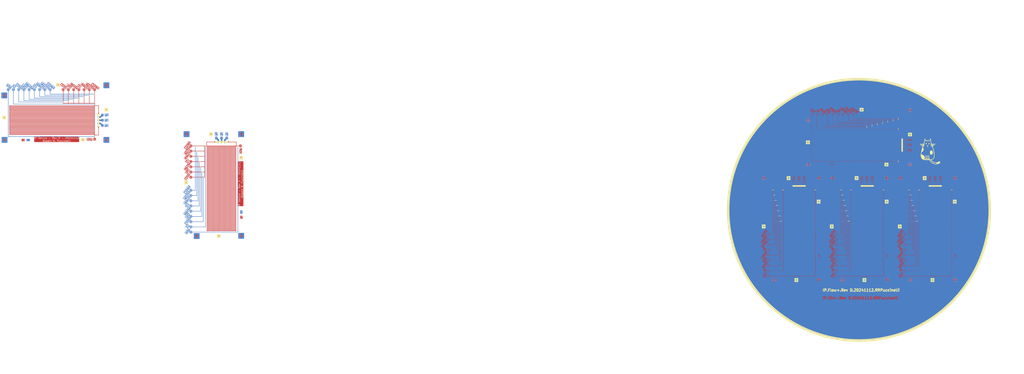
<source format=kicad_pcb>
(kicad_pcb (version 20240108) (generator "pcbnew") (generator_version "8.0")
  (layers (0 "F.Cu" signal "Flow.Neg") (1 "In1.Cu" signal "Flow.Unused") (2 "In2.Cu" signal "Ctrl.Pos") (31 "B.Cu" signal "Ctrl.Neg") (36 "B.SilkS" user "B.Silkscreen") (37 "F.SilkS" user "Flow.Pos") (38 "B.Mask" user) (39 "F.Mask" user) (44 "Edge.Cuts" user))
  (net 0 "")
  (footprint "Custom:Microfluidics_ControlBypass_150um" (layer "F.Cu") (at -240 20)
    (property "Reference" "REF**" (hide yes))
    (property "Value" "Microfluidics_ControlBypass_150um" (hide yes))
  )
  (footprint "" (layer "F.Cu") (at -261 18.25)
    (property "Reference" "")
    (property "Value" "")
  )
  (footprint "Custom:Microfluidics_ControlBypass_150um" (layer "F.Cu") (at -189 51.8 90)
    (property "Reference" "REF**" (hide yes))
    (property "Value" "")
  )
  (footprint "Custom:Microfluidics_FlowValve_150um" (layer "F.Cu") (at 87 56.625 90)
    (property "Reference" "REF**" (hide yes))
    (property "Value" "Microfluidics_FlowValve_150um" (hide yes))
  )
  (footprint "custom-footprints:MicrofluidicsPort_1mm" (layer "F.Cu") (at 55.4 60.625 90)
    (property "Reference" "H11" (hide yes))
    (property "Value" "STREP" (hide yes))
  )
  (footprint "Custom:Microfluidics_Flow_Alignment" (layer "F.Cu") (at 74.5 47)
    (property "Reference" "REF**" (hide yes))
    (property "Value" "Microfluidics_Flow_Alignment" (hide yes))
  )
  (footprint "" (layer "F.Cu") (at 55.4 89.625 90)
    (property "Reference" "")
    (property "Value" "")
  )
  (footprint "custom-footprints:MicrofluidicsPort_1mm" (layer "F.Cu") (at -238 18.25)
    (property "Reference" "H13" (hide yes))
    (property "Value" "IN2" (hide yes))
  )
  (footprint "Custom:Microfluidics_FlowValve_150um" (layer "F.Cu") (at 61 56.625 90)
    (property "Reference" "REF**" (hide yes))
    (property "Value" "Microfluidics_FlowValve_150um" (hide yes))
  )
  (footprint "custom-footprints:MicrofluidicsPort_1mm" (layer "F.Cu") (at -191.25 43.8 90)
    (property "Reference" "H11" (hide yes))
    (property "Value" "STREP" (hide yes))
  )
  (footprint "Custom:Microfluidics_FlowValve_150um" (layer "F.Cu") (at 32.15 60.625 90)
    (property "Reference" "REF**" (hide yes))
    (property "Value" "Microfluidics_FlowValve_150um" (hide yes))
  )
  (footprint "custom-footprints:MicrofluidicsPort_1mm" (layer "F.Cu") (at -172.25 39.8 -90)
    (property "Reference" "H15" (hide yes))
    (property "Value" "OUT" (hide yes))
  )
  (footprint "Custom:Microfluidics_ControlBypass_150um" (layer "F.Cu") (at -240 22.5)
    (property "Reference" "REF**" (hide yes))
    (property "Value" "")
  )
  (footprint "custom-footprints:MicrofluidicsPort_1mm" (layer "F.Cu") (at 29.4 66.625 90)
    (property "Reference" "H13" (hide yes))
    (property "Value" "IN2" (hide yes))
  )
  (footprint "Custom:Microfluidics_FlowValve_150um" (layer "F.Cu") (at 69 32)
    (property "Reference" "REF**" (hide yes))
    (property "Value" "Microfluidics_FlowValve_150um" (hide yes))
  )
  (footprint "Custom:Microfluidic_Pump_550um_150um" (layer "F.Cu") (at -226.5 30)
    (property "Reference" "REF**" (hide yes))
    (property "Value" "Microfluidic_Pump_550um_150um" (hide yes))
  )
  (footprint "Custom:Microfluidics_ControlBypass_150um" (layer "F.Cu") (at 57.65 60.625 90)
    (property "Reference" "REF**" (hide yes))
    (property "Value" "")
  )
  (footprint "Custom:Microfluidics_ControlBypass_150um" (layer "F.Cu") (at 57.65 64.625 90)
    (property "Reference" "REF**" (hide yes))
    (property "Value" "")
  )
  (footprint "Custom:Microfluidics_Flow_Alignment" (layer "F.Cu") (at 66.15 91.125 90)
    (property "Reference" "REF**" (hide yes))
    (property "Value" "Microfluidics_Flow_Alignment" (hide yes))
  )
  (footprint "Custom:Microfluidics_PDMS_Alignment" (layer "F.Cu") (at 27.775 52.125 90)
    (property "Reference" "REF**" (hide yes))
    (property "Value" "Microfluidics_PDMS_Alignment" (hide yes))
  )
  (footprint "Custom:Microfluidics_ControlBypass_150um" (layer "F.Cu") (at 57.15 64.625 90)
    (property "Reference" "REF**" (hide yes))
    (property "Value" "Microfluidics_ControlBypass_150um" (hide yes))
  )
  (footprint "" (layer "F.Cu") (at 46 27.75)
    (property "Reference" "")
    (property "Value" "")
  )
  (footprint "Custom:Microfluidics_ControlBypass_150um" (layer "F.Cu") (at 77 29.5)
    (property "Reference" "REF**" (hide yes))
    (property "Value" "Microfluidics_ControlBypass_150um" (hide yes))
  )
  (footprint "Custom:Microfluidics_FlowValve_150um" (layer "F.Cu") (at -236 22)
    (property "Reference" "REF**" (hide yes))
    (property "Value" "Microfluidics_FlowValve_150um" (hide yes))
  )
  (footprint "Custom:Microfluidics_FlowValve_150um" (layer "F.Cu") (at -173.25 39.8 90)
    (property "Reference" "REF**" (hide yes))
    (property "Value" "Microfluidics_FlowValve_150um" (hide yes))
  )
  (footprint "Custom:Microfluidics_ControlBypass_150um" (layer "F.Cu") (at 57.65 62.625 90)
    (property "Reference" "REF**" (hide yes))
    (property "Value" "")
  )
  (footprint "Custom:Microfluidics_ControlBypass_150um" (layer "F.Cu") (at 32.65 64.625 90)
    (property "Reference" "REF**" (hide yes))
    (property "Value" "")
  )
  (footprint "custom-footprints:MicrofluidicsPort_1mm" (layer "F.Cu") (at 48.4 56.625 -90)
    (property "Reference" "H15" (hide yes))
    (property "Value" "OUT" (hide yes))
  )
  (footprint "Custom:Microfluidics_PDMS_Alignment" (layer "F.Cu") (at -189 74.3 90)
    (property "Reference" "REF**" (hide yes))
    (property "Value" "Microfluidics_PDMS_Alignment" (hide yes))
  )
  (footprint "Custom:Microfluidics_FlowValve_150um" (layer "F.Cu") (at 58.15 60.625 90)
    (property "Reference" "REF**" (hide yes))
    (property "Value" "Microfluidics_FlowValve_150um" (hide yes))
  )
  (footprint "Custom:Microfluidics_Flow_Alignment" (layer "F.Cu") (at 37.15 52.125 90)
    (property "Reference" "REF**" (hide yes))
    (property "Value" "Microfluidics_Flow_Alignment" (hide yes))
  )
  (footprint "Custom:Microfluidics_Flow_Alignment" (layer "F.Cu") (at 27.65 70.625 90)
    (property "Reference" "REF**" (hide yes))
    (property "Value" "Microfluidics_Flow_Alignment" (hide yes))
  )
  (footprint "Custom:Microfluidics_FlowValve_150um" (layer "F.Cu") (at 83.15 56.625 90)
    (property "Reference" "REF**" (hide yes))
    (property "Value" "Microfluidics_FlowValve_150um" (hide yes))
  )
  (footprint "Custom:Microfluidics_FlowValve_150um" (layer "F.Cu") (at -228 36.25)
    (property "Reference" "REF**" (hide yes))
    (property "Value" "Microfluidics_FlowValve_150um" (hide yes))
  )
  (footprint "Custom:Microfluidics_PDMS_Alignment" (layer "F.Cu") (at 100.65 91.025 90)
    (property "Reference" "REF**" (hide yes))
    (property "Value" "Microfluidics_PDMS_Alignment" (hide yes))
  )
  (footprint "Custom:Microfluidics_ControlBypass_150um" (layer "F.Cu") (at 58.15 68.625 90)
    (property "Reference" "REF**" (hide yes))
    (property "Value" "")
  )
  (footprint "Custom:Microfluidics_FlowValve_150um" (layer "F.Cu") (at 57.15 56.625 90)
    (property "Reference" "REF**" (hide yes))
    (property "Value" "Microfluidics_FlowValve_150um" (hide yes))
  )
  (footprint "Custom:Microfluidics_ControlBypass_150um" (layer "F.Cu") (at 58.15 66.625 90)
    (property "Reference" "REF**" (hide yes))
    (property "Value" "")
  )
  (footprint "Custom:Microfluidics_FlowValve_150um" (layer "F.Cu") (at 75 30.5)
    (property "Reference" "REF**" (hide yes))
    (property "Value" "Microfluidics_FlowValve_150um" (hide yes))
  )
  (footprint "Custom:Microfluidics_PDMS_Alignment" (layer "F.Cu") (at 83.5 26.125)
    (property "Reference" "REF**" (hide yes))
    (property "Value" "Microfluidics_PDMS_Alignment" (hide yes))
  )
  (footprint "Custom:Microfluidics_PDMS_Alignment" (layer "F.Cu") (at 44.6 47)
    (property "Reference" "REF**" (hide yes))
    (property "Value" "Microfluidics_PDMS_Alignment" (hide yes))
  )
  (footprint "custom-footprints:MicrofluidicsPort_1mm" (layer "F.Cu") (at 81.4 58.625 90)
    (property "Reference" "H10" (hide yes))
    (property "Value" "BSA" (hide yes))
  )
  (footprint "" (layer "F.Cu") (at -191.25 72.8 90)
    (property "Reference" "")
    (property "Value" "")
  )
  (footprint "custom-footprints:MicrofluidicsPort_1mm" (layer "F.Cu") (at 55.4 68.625 90)
    (property "Reference" "H16" (hide yes))
    (property "Value" "WASH" (hide yes))
  )
  (footprint "Custom:Microfluidics_ControlBypass_150um" (layer "F.Cu") (at 83.15 64.625 90)
    (property "Reference" "REF**" (hide yes))
    (property "Value" "Microfluidics_ControlBypass_150um" (hide yes))
  )
  (footprint "Custom:Microfluidics_ControlBypass_150um" (layer "F.Cu") (at -189 43.8 90)
    (property "Reference" "REF**" (hide yes))
    (property "Value" "")
  )
  (footprint "Custom:Microfluidics_Flow_Alignment" (layer "F.Cu") (at -232.5 37.5)
    (property "Reference" "REF**" (hide yes))
    (property "Value" "Microfluidics_Flow_Alignment" (hide yes))
  )
  (footprint "Custom:Microfluidics_ControlBypass_150um" (layer "F.Cu") (at 31.65 66.625 90)
    (property "Reference" "REF**" (hide yes))
    (property "Value" "")
  )
  (footprint "Custom:Microfluidics_Flow_Alignment" (layer "F.Cu") (at -223.5 26)
    (property "Reference" "REF**" (hide yes))
    (property "Value" "Microfluidics_Flow_Alignment" (hide yes))
  )
  (footprint "Custom:Microfluidics_FlowValve_150um" (layer "F.Cu") (at 58.65 62.625 90)
    (property "Reference" "REF**" (hide yes))
    (property "Value" "Microfluidics_FlowValve_150um" (hide yes))
  )
  (footprint "Custom:Microfluidics_ControlBypass_150um" (layer "F.Cu") (at -234 20.5)
    (property "Reference" "REF**" (hide yes))
    (property "Value" "")
  )
  (footprint "custom-footprints:MicrofluidicsPort_1mm" (layer "F.Cu") (at 74.4 56.625 -90)
    (property "Reference" "H15" (hide yes))
    (property "Value" "OUT" (hide yes))
  )
  (footprint "Custom:Microfluidics_ControlBypass_150um" (layer "F.Cu") (at -240 21.5)
    (property "Reference" "REF**" (hide yes))
    (property "Value" "")
  )
  (footprint "Custom:Microfluidics_ControlBypass_150um" (layer "F.Cu") (at 71 31)
    (property "Reference" "REF**" (hide yes))
    (property "Value" "")
  )
  (footprint "Custom:Microfluidics_FlowValve_150um" (layer "F.Cu") (at 33.15 64.625 90)
    (property "Reference" "REF**" (hide yes))
    (property "Value" "Microfluidics_FlowValve_150um" (hide yes))
  )
  (footprint "Custom:Microfluidics_FlowValve_150um" (layer "F.Cu") (at -186.5 51.8 90)
    (property "Reference" "REF**" (hide yes))
    (property "Value" "Microfluidics_FlowValve_150um" (hide yes))
  )
  (footprint "Custom:Microfluidics_ControlBypass_150um" (layer "F.Cu") (at -236 21)
    (property "Reference" "REF**" (hide yes))
    (property "Value" "")
  )
  (footprint "Custom:Microfluidics_FlowValve_150um" (layer "F.Cu") (at 59.65 66.625 90)
    (property "Reference" "REF**" (hide yes))
    (property "Value" "Microfluidics_FlowValve_150um" (hide yes))
  )
  (footprint "Custom:Microfluidics_PDMS_Alignment" (layer "F.Cu") (at 100.65 52.125 90)
    (property "Reference" "REF**" (hide yes))
    (property "Value" "Microfluidics_PDMS_Alignment" (hide yes))
  )
  (footprint "Custom:Microfluidics_ControlBypass_150um" (layer "F.Cu") (at 31.15 62.625 90)
    (property "Reference" "REF**" (hide yes))
    (property "Value" "Microfluidics_ControlBypass_150um" (hide yes))
  )
  (footprint "Custom:Microfluidics_ControlBypass_150um" (layer "F.Cu") (at -240 20.5)
    (property "Reference" "REF**" (hide yes))
    (property "Value" "")
  )
  (footprint "Custom:Microfluidics_Flow_Alignment" (layer "F.Cu") (at 65 26)
    (property "Reference" "REF**" (hide yes))
    (property "Value" "Microfluidics_Flow_Alignment" (hide yes))
  )
  (footprint "Custom:Microfluidics_PDMS_Alignment" (layer "F.Cu") (at 83.5 47)
    (property "Reference" "REF**" (hide yes))
    (property "Value" "Microfluidics_PDMS_Alignment" (hide yes))
  )
  (footprint "Custom:Microfluidics_ControlBypass_150um" (layer "F.Cu") (at 57.15 58.625 90)
    (property "Reference" "REF**" (hide yes))
    (property "Value" "Microfluidics_ControlBypass_150um" (hide yes))
  )
  (footprint "Custom:Microfluidics_ControlBypass_150um" (layer "F.Cu") (at 59.15 68.625 90)
    (property "Reference" "REF**" (hide yes))
    (property "Value" "")
  )
  (footprint "Custom:Microfluidics_ControlBypass_150um" (layer "F.Cu") (at 85.65 68.625 90)
    (property "Reference" "REF**" (hide yes))
    (property "Value" "")
  )
  (footprint "Custom:Microfluidic_Pump_550um_150um" (layer "F.Cu") (at 67.15 55.125 90)
    (property "Reference" "REF**" (hide yes))
    (property "Value" "Microfluidic_Pump_550um_150um" (hide yes))
  )
  (footprint "Custom:Microfluidics_ControlBypass_150um" (layer "F.Cu") (at 69 30.5)
    (property "Reference" "REF**" (hide yes))
    (property "Value" "")
  )
  (footprint "Custom:Microfluidics_ControlBypass_150um" (layer "F.Cu") (at -189.5 41.8 90)
    (property "Reference" "REF**" (hide yes))
    (property "Value" "Microfluidics_ControlBypass_150um" (hide yes))
  )
  (footprint "custom-footprints:MicrofluidicsPort_1mm" (layer "F.Cu") (at 71 27.75)
    (property "Reference" "H14" (hide yes))
    (property "Value" "IN1" (hide yes))
  )
  (footprint "custom-footprints:MicrofluidicsPort_1mm" (layer "F.Cu") (at -191.25 45.8 90)
    (property "Reference" "H12" (hide yes))
    (property "Value" "AB" (hide yes))
  )
  (footprint "custom-footprints:MicrofluidicsPort_1mm" (layer "F.Cu") (at 29.4 60.625 90)
    (property "Reference" "H11" (hide yes))
    (property "Value" "STREP" (hide yes))
  )
  (footprint "Custom:Microfluidics_ControlBypass_150um" (layer "F.Cu") (at 69 29.5)
    (property "Reference" "REF**" (hide yes))
    (property "Value" "Microfluidics_ControlBypass_150um" (hide yes))
  )
  (footprint "Custom:Microfluidics_ControlBypass_150um" (layer "F.Cu") (at 67 31)
    (property "Reference" "REF**" (hide yes))
    (property "Value" "")
  )
  (footprint "Custom:Microfluidics_FlowValve_150um" (layer "F.Cu") (at -189.5 39.8 90)
    (property "Reference" "REF**" (hide yes))
    (property "Value" "Microfluidics_FlowValve_150um" (hide yes))
  )
  (footprint "Custom:Microfluidics_Flow_Alignment" (layer "F.Cu") (at 53.65 70.625 90)
    (property "Reference" "REF**" (hide yes))
    (property "Value" "Microfluidics_Flow_Alignment" (hide yes))
  )
  (footprint "custom-footprints:MicrofluidicsPort_1mm" (layer "F.Cu") (at 75 27.75)
    (property "Reference" "H11" (hide yes))
    (property "Value" "STREP" (hide yes))
  )
  (footprint "custom-footprints:MicrofluidicsPort_1mm" (layer "F.Cu") (at 79 46.75 180)
    (property "Reference" "H15" (hide yes))
    (property "Value" "OUT" (hide yes))
  )
  (footprint "Custom:Microfluidics_FlowValve_150um" (layer "F.Cu") (at 35 56.625 90)
    (property "Reference" "REF**" (hide yes))
    (property "Value" "Microfluidics_FlowValve_150um" (hide yes))
  )
  (footprint "Custom:Microfluidics_ControlBypass_150um" (layer "F.Cu") (at 83.15 62.625 90)
    (property "Reference" "REF**" (hide yes))
    (property "Value" "Microfluidics_ControlBypass_150um" (hide yes))
  )
  (footprint "custom-footprints:MicrofluidicsPort_1mm" (layer "F.Cu") (at 81.4 68.625 90)
    (property "Reference" "H16" (hide yes))
    (property "Value" "WASH" (hide yes))
  )
  (footprint "Custom:Microfluidics_ControlBypass_150um" (layer "F.Cu") (at 71 30)
    (property "Reference" "REF**" (hide yes))
    (property "Value" "")
  )
  (footprint "Custom:Microfluidics_FlowValve_150um" (layer "F.Cu") (at 31.15 56.625 90)
    (property "Reference" "REF**" (hide yes))
    (property "Value" "Microfluidics_FlowValve_150um" (hide yes))
  )
  (footprint "custom-footprints:MicrofluidicsPort_1mm" (layer "F.Cu") (at -191.25 51.8 90)
    (property "Reference" "H16" (hide yes))
    (property "Value" "WASH" (hide yes))
  )
  (footprint "Custom:Microfluidics_FlowValve_150um" (layer "F.Cu") (at 59.15 64.625 90)
    (property "Reference" "REF**" (hide yes))
    (property "Value" "Microfluidics_FlowValve_150um" (hide yes))
  )
  (footprint "Custom:Microfluidics_PDMS_Alignment" (layer "F.Cu") (at -192.875 35.3 90)
    (property "Reference" "REF**" (hide yes))
    (property "Value" "Microfluidics_PDMS_Alignment" (hide yes))
  )
  (footprint "Custom:Microfluidics_ControlBypass_150um" (layer "F.Cu") (at -240 21)
    (property "Reference" "REF**" (hide yes))
    (property "Value" "")
  )
  (footprint "Custom:Microfluidics_ControlBypass_150um" (layer "F.Cu") (at -232 20)
    (property "Reference" "REF**" (hide yes))
    (property "Value" "Microfluidics_ControlBypass_150um" (hide yes))
  )
  (footprint "Custom:Microfluidics_ControlBypass_150um" (layer "F.Cu") (at 33.15 66.625 90)
    (property "Reference" "REF**" (hide yes))
    (property "Value" "")
  )
  (footprint "custom-footprints:MicrofluidicsPort_1mm" (layer "F.Cu") (at -191.25 39.8 90)
    (property "Reference" "H9" (hide yes))
    (property "Value" "WASTE" (hide yes))
  )
  (footprint "Custom:Microfluidics_ControlBypass_150um" (layer "F.Cu") (at 31.15 66.625 90)
    (property "Reference" "REF**" (hide yes))
    (property "Value" "Microfluidics_ControlBypass_150um" (hide yes))
  )
  (footprint "Custom:Microfluidic_Pump_550um_150um" (layer "F.Cu") (at 41.15 55.125 90)
    (property "Reference" "REF**" (hide yes))
    (property "Value" "Microfluidic_Pump_550um_150um" (hide yes))
  )
  (footprint "Custom:Microfluidics_PDMS_Alignment" (layer "F.Cu") (at 44.5 30)
    (property "Reference" "REF**" (hide yes))
    (property "Value" "Microfluidics_PDMS_Alignment" (hide yes))
  )
  (footprint "Custom:Microfluidics_ControlBypass_150um" (layer "F.Cu") (at 83.15 60.625 90)
    (property "Reference" "REF**" (hide yes))
    (property "Value" "Microfluidics_ControlBypass_150um" (hide yes))
  )
  (footprint "Custom:Microfluidics_ControlBypass_150um" (layer "F.Cu") (at 31.15 58.625 90)
    (property "Reference" "REF**" (hide yes))
    (property "Value" "Microfluidics_ControlBypass_150um" (hide yes))
  )
  (footprint "Custom:Microfluidics_PDMS_Alignment" (layer "F.Cu") (at 79.775 52.125 90)
    (property "Reference" "REF**" (hide yes))
    (property "Value" "Microfluidics_PDMS_Alignment" (hide yes))
  )
  (footprint "Custom:Microfluidics_ControlBypass_150um" (layer "F.Cu") (at 58.15 64.625 90)
    (property "Reference" "REF**" (hide yes))
    (property "Value" "")
  )
  (footprint "Custom:Microfluidics_FlowValve_150um" (layer "F.Cu") (at 83.65 58.625 90)
    (property "Reference" "REF**" (hide yes))
    (property "Value" "Microfluidics_FlowValve_150um" (hide yes))
  )
  (footprint "custom-footprints:MicrofluidicsPort_1mm" (layer "F.Cu") (at 77 27.75)
    (property "Reference" "H10" (hide yes))
    (property "Value" "BSA" (hide yes))
  )
  (footprint "Custom:Microfluidics_ControlBypass_150um" (layer "F.Cu") (at 83.65 60.625 90)
    (property "Reference" "REF**" (hide yes))
    (property "Value" "")
  )
  (footprint "Custom:Microfluidics_ControlBypass_150um" (layer "F.Cu") (at 31.15 68.625 90)
    (property "Reference" "REF**" (hide yes))
    (property "Value" "Microfluidics_ControlBypass_150um" (hide yes))
  )
  (footprint "custom-footprints:MicrofluidicsPort_1mm" (layer "F.Cu") (at -191.25 41.8 90)
    (property "Reference" "H10" (hide yes))
    (property "Value" "BSA" (hide yes))
  )
  (footprint "Custom:Microfluidics_FlowValve_150um" (layer "F.Cu") (at 67 32.5)
    (property "Reference" "REF**" (hide yes))
    (property "Value" "Microfluidics_FlowValve_150um" (hide yes))
  )
  (footprint "Custom:Microfluidics_ControlBypass_150um" (layer "F.Cu") (at 67 32)
    (property "Reference" "REF**" (hide yes))
    (property "Value" "")
  )
  (footprint "Custom:Microfluidics_ControlBypass_150um" (layer "F.Cu") (at -238 20)
    (property "Reference" "REF**" (hide yes))
    (property "Value" "Microfluidics_ControlBypass_150um" (hide yes))
  )
  (footprint "Custom:Microfluidics_ControlBypass_150um" (layer "F.Cu") (at 85.15 66.625 90)
    (property "Reference" "REF**" (hide yes))
    (property "Value" "")
  )
  (footprint "Custom:Microfluidics_PDMS_Alignment" (layer "F.Cu") (at 83.65 91.125 90)
    (property "Reference" "REF**" (hide yes))
    (property "Value" "Microfluidics_PDMS_Alignment" (hide yes))
  )
  (footprint "Custom:Microfluidics_ControlBypass_150um" (layer "F.Cu") (at 73 30)
    (property "Reference" "REF**" (hide yes))
    (property "Value" "")
  )
  (footprint "Custom:Microfluidics_ControlBypass_150um" (layer "F.Cu") (at 31.15 64.625 90)
    (property "Reference" "REF**" (hide yes))
    (property "Value" "Microfluidics_ControlBypass_150um" (hide yes))
  )
  (footprint "Custom:Microfluidics_ControlBypass_150um" (layer "F.Cu") (at 69 30)
    (property "Reference" "REF**" (hide yes))
    (property "Value" "")
  )
  (footprint "Custom:Microfluidics_ControlBypass_150um" (layer "F.Cu") (at -232 20.5)
    (property "Reference" "REF**" (hide yes))
    (property "Value" "")
  )
  (footprint "Custom:Microfluidics_ControlBypass_150um" (layer "F.Cu") (at 57.15 66.625 90)
    (property "Reference" "REF**" (hide yes))
    (property "Value" "Microfluidics_ControlBypass_150um" (hide yes))
  )
  (footprint "Custom:Microfluidics_PDMS_Alignment" (layer "F.Cu") (at 74.65 52.125 90)
    (property "Reference" "REF**" (hide yes))
    (property "Value" "Microfluidics_PDMS_Alignment" (hide yes))
  )
  (footprint "Custom:cat" (layer "F.Cu") (at 90.925 41.875)
    (property "Reference" "G***" (hide yes))
    (property "Value" "LOGO" (hide yes))
  )
  (footprint "custom-footprints:MicrofluidicsPort_1mm" (layer "F.Cu") (at 55.4 56.625 90)
    (property "Reference" "H9" (hide yes))
    (property "Value" "WASTE" (hide yes))
  )
  (footprint "Custom:Microfluidics_ControlBypass_150um" (layer "F.Cu") (at 58.65 68.625 90)
    (property "Reference" "REF**" (hide yes))
    (property "Value" "")
  )
  (footprint "Custom:Microfluidics_Flow_Alignment" (layer "F.Cu") (at 79.65 70.625 90)
    (property "Reference" "REF**" (hide yes))
    (property "Value" "Microfluidics_Flow_Alignment" (hide yes))
  )
  (footprint "Custom:Microfluidics_FlowValve_150um" (layer "F.Cu") (at 79 45.75)
    (property "Reference" "REF**" (hide yes))
    (property "Value" "Microfluidics_FlowValve_150um" (hide yes))
  )
  (footprint "Custom:Microfluidics_PDMS_Alignment" (layer "F.Cu") (at -262.4 37.5)
    (property "Reference" "REF**" (hide yes))
    (property "Value" "Microfluidics_PDMS_Alignment" (hide yes))
  )
  (footprint "Custom:Microfluidics_ControlBypass_150um" (layer "F.Cu") (at 33.65 68.625 90)
    (property "Reference" "REF**" (hide yes))
    (property "Value" "")
  )
  (footprint "custom-footprints:MicrofluidicsPort_1mm" (layer "F.Cu") (at 69 27.75)
    (property "Reference" "H13" (hide yes))
    (property "Value" "IN2" (hide yes))
  )
  (footprint "Custom:Microfluidics_PDMS_Alignment" (layer "F.Cu") (at -172 35.3 90)
    (property "Reference" "REF**" (hide yes))
    (property "Value" "Microfluidics_PDMS_Alignment" (hide yes))
  )
  (footprint "custom-footprints:MicrofluidicsPort_1mm" (layer "F.Cu") (at 79 27.75)
    (property "Reference" "H9" (hide yes))
    (property "Value" "WASTE" (hide yes))
  )
  (footprint "Custom:Microfluidic_Pump_550um_150um" (layer "F.Cu") (at 80.5 39.5)
    (property "Reference" "REF**" (hide yes))
    (property "Value" "Microfluidic_Pump_550um_150um" (hide yes))
  )
  (footprint "Custom:Microfluidics_ControlBypass_150um" (layer "F.Cu") (at 73 29.5)
    (property "Reference" "REF**" (hide yes))
    (property "Value" "Microfluidics_ControlBypass_150um" (hide yes))
  )
  (footprint "Custom:Microfluidics_ControlBypass_150um" (layer "F.Cu") (at 67 30)
    (property "Reference" "REF**" (hide yes))
    (property "Value" "")
  )
  (footprint "custom-footprints:MicrofluidicsPort_1mm" (layer "F.Cu") (at -228 18.25)
    (property "Reference" "H9" (hide yes))
    (property "Value" "WASTE" (hide yes))
  )
  (footprint "Custom:Microfluidics_FlowValve_150um" (layer "F.Cu") (at -185.65 39.8 90)
    (property "Reference" "REF**" (hide yes))
    (property "Value" "Microfluidics_FlowValve_150um" (hide yes))
  )
  (footprint "Custom:Microfluidics_ControlBypass_150um" (layer "F.Cu") (at 31.65 62.625 90)
    (property "Reference" "REF**" (hide yes))
    (property "Value" "")
  )
  (footprint "Custom:Microfluidics_ControlBypass_150um" (layer "F.Cu") (at -189.5 49.8 90)
    (property "Reference" "REF**" (hide yes))
    (property "Value" "Microfluidics_ControlBypass_150um" (hide yes))
  )
  (footprint "Custom:Microfluidics_FlowValve_150um" (layer "F.Cu") (at 73 31)
    (property "Reference" "REF**" (hide yes))
    (property "Value" "Microfluidics_FlowValve_150um" (hide yes))
  )
  (footprint "Custom:Microfluidics_ControlBypass_150um" (layer "F.Cu") (at 83.15 58.625 90)
    (property "Reference" "REF**" (hide yes))
    (property "Value" "Microfluidics_ControlBypass_150um" (hide yes))
  )
  (footprint "Custom:Microfluidics_ControlBypass_150um" (layer "F.Cu") (at -238 21.5)
    (property "Reference" "REF**" (hide yes))
    (property "Value" "")
  )
  (footprint "custom-footprints:MicrofluidicsPort_1mm" (layer "F.Cu") (at -228 37.25 180)
    (property "Reference" "H15" (hide yes))
    (property "Value" "OUT" (hide yes))
  )
  (footprint "Custom:Microfluidics_PDMS_Alignment" (layer "F.Cu") (at 48.65 52.125 90)
    (property "Reference" "REF**" (hide yes))
    (property "Value" "Microfluidics_PDMS_Alignment" (hide yes))
  )
  (footprint "custom-footprints:MicrofluidicsPort_1mm" (layer "F.Cu") (at 67 27.75)
    (property "Reference" "H16" (hide yes))
    (property "Value" "WASH" (hide yes))
  )
  (footprint "Custom:Microfluidics_PDMS_Alignment" (layer "F.Cu") (at -262.5 20.5)
    (property "Reference" "REF**" (hide yes))
    (property "Value" "Microfluidics_PDMS_Alignment" (hide yes))
  )
  (footprint "Custom:Microfluidics_Flow_Alignment" (layer "F.Cu") (at 74.65 61.125 90)
    (property "Reference" "REF**" (hide yes))
    (property "Value" "Microfluidics_Flow_Alignment" (hide yes))
  )
  (footprint "custom-footprints:MicrofluidicsPort_1mm" (layer "F.Cu") (at -234 18.25)
    (property "Reference" "H12" (hide yes))
    (property "Value" "AB" (hide yes))
  )
  (footprint "Custom:Microfluidics_Flow_Alignment" (layer "F.Cu") (at -180.5 74.3 90)
    (property "Reference" "REF**" (hide yes))
    (property "Value" "Microfluidics_Flow_Alignment" (hide yes))
  )
  (footprint "Custom:Microfluidics_ControlBypass_150um" (layer "F.Cu") (at -236 20.5)
    (property "Reference" "REF**" (hide yes))
    (property "Value" "")
  )
  (footprint "Custom:Microfluidics_FlowValve_150um" (layer "F.Cu") (at 32.65 62.625 90)
    (property "Reference" "REF**" (hide yes))
    (property "Value" "Microfluidics_FlowValve_150um" (hide yes))
  )
  (footprint "Custom:Microfluidics_PDMS_Alignment" (layer "F.Cu") (at -223.5 37.5)
    (property "Reference" "REF**" (hide yes))
    (property "Value" "Microfluidics_PDMS_Alignment" (hide yes))
  )
  (footprint "Custom:Microfluidics_FlowValve_150um" (layer "F.Cu") (at -240 23)
    (property "Reference" "REF**" (hide yes))
    (property "Value" "Microfluidics_FlowValve_150um" (hide yes))
  )
  (footprint "Custom:Microfluidics_Flow_Alignment" (layer "F.Cu") (at -242 16.5)
    (property "Reference" "REF**" (hide yes))
    (property "Value" "Microfluidics_Flow_Alignment" (hide yes))
  )
  (footprint "Custom:Microfluidics_ControlBypass_150um" (layer "F.Cu") (at -187.5 49.8 90)
    (property "Reference" "REF**" (hide yes))
    (property "Value" "")
  )
  (footprint "Custom:Microfluidics_ControlBypass_150um" (layer "F.Cu") (at -188 47.8 90)
    (property "Reference" "REF**" (hide yes))
    (property "Value" "")
  )
  (footprint "Custom:Microfluidics_FlowValve_150um" (layer "F.Cu") (at -230 20.5)
    (property "Reference" "REF**" (hide yes))
    (property "Value" "Microfluidics_FlowValve_150um" (hide yes))
  )
  (footprint "Custom:Microfluidic_Pump_550um_150um" (layer "F.Cu") (at -179.5 38.3 90)
    (property "Reference" "REF**" (hide yes))
    (property "Value" "Microfluidic_Pump_550um_150um" (hide yes))
  )
  (footprint "Custom:Microfluidics_ControlBypass_150um" (layer "F.Cu") (at -188.5 45.8 90)
    (property "Reference" "REF**" (hide yes))
    (property "Value" "")
  )
  (footprint "Custom:Microfluidics_FlowValve_150um" (layer "F.Cu") (at 84.15 60.625 90)
    (property "Reference" "REF**" (hide yes))
    (property "Value" "Microfluidics_FlowValve_150um" (hide yes))
  )
  (footprint "Custom:Microfluidics_ControlBypass_150um" (layer "F.Cu") (at -238 22)
    (property "Reference" "REF**" (hide yes))
    (property "Value" "")
  )
  (footprint "Custom:Microfluidics_FlowValve_150um" (layer "F.Cu") (at -228 20)
    (property "Reference" "REF**" (hide yes))
    (property "Value" "Microfluidics_FlowValve_150um" (hide yes))
  )
  (footprint "Custom:Microfluidics_ControlBypass_150um" (layer "F.Cu") (at 84.65 68.625 90)
    (property "Reference" "REF**" (hide yes))
    (property "Value" "")
  )
  (footprint "Custom:Microfluidics_FlowValve_150um" (layer "F.Cu") (at 99.4 56.625 90)
    (property "Reference" "REF**" (hide yes))
    (property "Value" "Microfluidics_FlowValve_150um" (hide yes))
  )
  (footprint "Custom:Microfluidics_FlowValve_150um" (layer "F.Cu") (at -189 41.8 90)
    (property "Reference" "REF**" (hide yes))
    (property "Value" "Microfluidics_FlowValve_150um" (hide yes))
  )
  (footprint "Custom:Microfluidics_PDMS_Alignment" (layer "F.Cu") (at 48.65 91.025 90)
    (property "Reference" "REF**" (hide yes))
    (property "Value" "Microfluidics_PDMS_Alignment" (hide yes))
  )
  (footprint "Custom:Microfluidics_Flow_Alignment" (layer "F.Cu") (at -172 44.3 90)
    (property "Reference" "REF**" (hide yes))
    (property "Value" "Microfluidics_Flow_Alignment" (hide yes))
  )
  (footprint "custom-footprints:MicrofluidicsPort_1mm" (layer "F.Cu") (at 73 27.75)
    (property "Reference" "H12" (hide yes))
    (property "Value" "AB" (hide yes))
  )
  (footprint "Custom:Microfluidics_FlowValve_150um" (layer "F.Cu") (at 84.65 62.625 90)
    (property "Reference" "REF**" (hide yes))
    (property "Value" "Microfluidics_FlowValve_150um" (hide yes))
  )
  (footprint "Custom:Microfluidics_ControlBypass_150um" (layer "F.Cu") (at -188.5 51.8 90)
    (property "Reference" "REF**" (hide yes))
    (property "Value" "")
  )
  (footprint "Custom:Microfluidics_ControlBypass_150um" (layer "F.Cu") (at -234 20)
    (property "Reference" "REF**" (hide yes))
    (property "Value" "Microfluidics_ControlBypass_150um" (hide yes))
  )
  (footprint "Custom:Microfluidics_ControlBypass_150um" (layer "F.Cu") (at 67 31.5)
    (property "Reference" "REF**" (hide yes))
    (property "Value" "")
  )
  (footprint "Custom:Microfluidics_ControlBypass_150um" (layer "F.Cu") (at 31.65 64.625 90)
    (property "Reference" "REF**" (hide yes))
    (property "Value" "")
  )
  (footprint "Custom:Microfluidics_ControlBypass_150um" (layer "F.Cu") (at 73 30.5)
    (property "Reference" "REF**" (hide yes))
    (property "Value" "")
  )
  (footprint "Custom:Microfluidics_PDMS_Alignment" (layer "F.Cu") (at -172 74.2 90)
    (property "Reference" "REF**" (hide yes))
    (property "Value" "Microfluidics_PDMS_Alignment" (hide yes))
  )
  (footprint "Custom:Microfluidics_FlowValve_150um" (layer "F.Cu") (at -187.5 47.8 90)
    (property "Reference" "REF**" (hide yes))
    (property "Value" "Microfluidics_FlowValve_150um" (hide yes))
  )
  (footprint "Custom:Microfluidics_FlowValve_150um" (layer "F.Cu") (at 85.15 64.625 90)
    (property "Reference" "REF**" (hide yes))
    (property "Value" "Microfluidics_FlowValve_150um" (hide yes))
  )
  (footprint "Custom:Microfluidics_ControlBypass_150um" (layer "F.Cu") (at 32.15 64.625 90)
    (property "Reference" "REF**" (hide yes))
    (property "Value" "")
  )
  (footprint "custom-footprints:MicrofluidicsPort_1mm" (layer "F.Cu") (at -240 18.25)
    (property "Reference" "H16" (hide yes))
    (property "Value" "WASH" (hide yes))
  )
  (footprint "Custom:Microfluidics_ControlBypass_150um" (layer "F.Cu") (at -234 21)
    (property "Reference" "REF**" (hide yes))
    (property "Value" "")
  )
  (footprint "Custom:Microfluidics_Flow_Alignment" (layer "F.Cu") (at 48.65 61.125 90)
    (property "Reference" "REF**" (hide yes))
    (property "Value" "Microfluidics_Flow_Alignment" (hide yes))
  )
  (footprint "Custom:Microfluidics_FlowValve_150um" (layer "F.Cu") (at 73.4 56.625 90)
    (property "Reference" "REF**" (hide yes))
    (property "Value" "Microfluidics_FlowValve_150um" (hide yes))
  )
  (footprint "Custom:Microfluidics_ControlBypass_150um" (layer "F.Cu") (at -188 49.8 90)
    (property "Reference" "REF**" (hide yes))
    (property "Value" "")
  )
  (footprint "Custom:Microfluidics_ControlBypass_150um" (layer "F.Cu") (at 58.65 64.625 90)
    (property "Reference" "REF**" (hide yes))
    (property "Value" "")
  )
  (footprint "Custom:Microfluidics_ControlBypass_150um" (layer "F.Cu") (at 75 30)
    (property "Reference" "REF**" (hide yes))
    (property "Value" "")
  )
  (footprint "custom-footprints:MicrofluidicsPort_1mm" (layer "F.Cu") (at -191.25 47.8 90)
    (property "Reference" "H14" (hide yes))
    (property "Value" "IN1" (hide yes))
  )
  (footprint "Custom:Microfluidics_ControlBypass_150um" (layer "F.Cu") (at 83.65 64.625 90)
    (property "Reference" "REF**" (hide yes))
    (property "Value" "")
  )
  (footprint "Custom:Microfluidics_ControlBypass_150um" (layer "F.Cu") (at 83.65 68.625 90)
    (property "Reference" "REF**" (hide yes))
    (property "Value" "")
  )
  (footprint "Custom:Microfluidics_FlowValve_150um" (layer "F.Cu") (at 79 33.35)
    (property "Reference" "REF**" (hide yes))
    (property "Value" "Microfluidics_FlowValve_150um" (hide yes))
  )
  (footprint "Custom:Microfluidics_FlowValve_150um" (layer "F.Cu") (at -228 23.85)
    (property "Reference" "REF**" (hide yes))
    (property "Value" "Microfluidics_FlowValve_150um" (hide yes))
  )
  (footprint "Custom:Microfluidics_ControlBypass_150um" (layer "F.Cu") (at 57.15 68.625 90)
    (property "Reference" "REF**" (hide yes))
    (property "Value" "Microfluidics_ControlBypass_150um" (hide yes))
  )
  (footprint "Custom:Microfluidics_ControlBypass_150um" (layer "F.Cu") (at 57.65 68.625 90)
    (property "Reference" "REF**" (hide yes))
    (property "Value" "")
  )
  (footprint "Custom:Microfluidics_ControlBypass_150um" (layer "F.Cu") (at 33.15 68.625 90)
    (property "Reference" "REF**" (hide yes))
    (property "Value" "")
  )
  (footprint "Custom:Microfluidics_Flow_Alignment" (layer "F.Cu") (at 100.65 61.125 90)
    (property "Reference" "REF**" (hide yes))
    (property "Value" "Microfluidics_Flow_Alignment" (hide yes))
  )
  (footprint "Custom:Microfluidics_ControlBypass_150um" (layer "F.Cu") (at 57.15 60.625 90)
    (property "Reference" "REF**" (hide yes))
    (property "Value" "Microfluidics_ControlBypass_150um" (hide yes))
  )
  (footprint "Custom:Microfluidics_ControlBypass_150um" (layer "F.Cu") (at 59.15 66.625 90)
    (property "Reference" "REF**" (hide yes))
    (property "Value" "")
  )
  (footprint "Custom:Microfluidics_ControlBypass_150um" (layer "F.Cu") (at -189 49.8 90)
    (property "Reference" "REF**" (hide yes))
    (property "Value" "")
  )
  (footprint "" (layer "F.Cu") (at 81.4 89.625 90)
    (property "Reference" "")
    (property "Value" "")
  )
  (footprint "Custom:Microfluidics_FlowValve_150um" (layer "F.Cu") (at -187 49.8 90)
    (property "Reference" "REF**" (hide yes))
    (property "Value" "Microfluidics_FlowValve_150um" (hide yes))
  )
  (footprint "Custom:Microfluidics_FlowValve_150um" (layer "F.Cu") (at -232 21)
    (property "Reference" "REF**" (hide yes))
    (property "Value" "Microfluidics_FlowValve_150um" (hide yes))
  )
  (footprint "Custom:Microfluidics_FlowValve_150um" (layer "F.Cu") (at 33.65 66.625 90)
    (property "Reference" "REF**" (hide yes))
    (property "Value" "Microfluidics_FlowValve_150um" (hide yes))
  )
  (footprint "custom-footprints:MicrofluidicsPort_1mm" (layer "F.Cu") (at 100.4 56.625 -90)
    (property "Reference" "H15" (hide yes))
    (property "Value" "OUT" (hide yes))
  )
  (footprint "Custom:Microfluidics_ControlBypass_150um" (layer "F.Cu") (at -236 21.5)
    (property "Reference" "REF**" (hide yes))
    (property "Value" "")
  )
  (footprint "Custom:Microfluidics_ControlBypass_150um" (layer "F.Cu") (at 83.65 66.625 90)
    (property "Reference" "REF**" (hide yes))
    (property "Value" "")
  )
  (footprint "Custom:Microfluidics_FlowValve_150um" (layer "F.Cu") (at 79 29.5)
    (property "Reference" "REF**" (hide yes))
    (property "Value" "Microfluidics_FlowValve_150um" (hide yes))
  )
  (footprint "Custom:Microfluidics_FlowValve_150um" (layer "F.Cu") (at 60.15 68.625 90)
    (property "Reference" "REF**" (hide yes))
    (property "Value" "Microfluidics_FlowValve_150um" (hide yes))
  )
  (footprint "Custom:Microfluidics_ControlBypass_150um" (layer "F.Cu") (at 67 30.5)
    (property "Reference" "REF**" (hide yes))
    (property "Value" "")
  )
  (footprint "Custom:Microfluidics_ControlBypass_150um" (layer "F.Cu") (at 84.15 66.625 90)
    (property "Reference" "REF**" (hide yes))
    (property "Value" "")
  )
  (footprint "custom-footprints:MicrofluidicsPort_1mm" (layer "F.Cu") (at 29.4 62.625 90)
    (property "Reference" "H12" (hide yes))
    (property "Value" "AB" (hide yes))
  )
  (footprint "custom-footprints:MicrofluidicsPort_1mm" (layer "F.Cu") (at -191.25 49.8 90)
    (property "Reference" "H13" (hide yes))
    (property "Value" "IN2" (hide yes))
  )
  (footprint "Custom:Microfluidics_Flow_Alignment" (layer "F.Cu") (at -183.5 35.3 90)
    (property "Reference" "REF**" (hide yes))
    (property "Value" "Microfluidics_Flow_Alignment" (hide yes))
  )
  (footprint "Custom:Microfluidics_ControlBypass_150um" (layer "F.Cu") (at -230 20)
    (property "Reference" "REF**" (hide yes))
    (property "Value" "Microfluidics_ControlBypass_150um" (hide yes))
  )
  (footprint "Custom:cat" (layer "F.Cu") (at 90.925 41.875)
    (property "Reference" "G***" (hide yes))
    (property "Value" "LOGO" (hide yes))
  )
  (footprint "Custom:Microfluidics_PDMS_Alignment" (layer "F.Cu") (at 53.775 52.125 90)
    (property "Reference" "REF**" (hide yes))
    (property "Value" "Microfluidics_PDMS_Alignment" (hide yes))
  )
  (footprint "Custom:Microfluidics_ControlBypass_150um" (layer "F.Cu") (at 32.15 68.625 90)
    (property "Reference" "REF**" (hide yes))
    (property "Value" "")
  )
  (footprint "Custom:Microfluidics_ControlBypass_150um" (layer "F.Cu") (at -189.5 43.8 90)
    (property "Reference" "REF**" (hide yes))
    (property "Value" "Microfluidics_ControlBypass_150um" (hide yes))
  )
  (footprint "Custom:Microfluidics_ControlBypass_150um" (layer "F.Cu") (at 71 30.5)
    (property "Reference" "REF**" (hide yes))
    (property "Value" "")
  )
  (footprint "custom-footprints:MicrofluidicsPort_1mm" (layer "F.Cu") (at 55.4 62.625 90)
    (property "Reference" "H12" (hide yes))
    (property "Value" "AB" (hide yes))
  )
  (footprint "Custom:Microfluidics_ControlBypass_150um" (layer "F.Cu") (at 83.15 68.625 90)
    (property "Reference" "REF**" (hide yes))
    (property "Value" "Microfluidics_ControlBypass_150um" (hide yes))
  )
  (footprint "custom-footprints:MicrofluidicsPort_1mm" (layer "F.Cu") (at 55.4 64.625 90)
    (property "Reference" "H14" (hide yes))
    (property "Value" "IN1" (hide yes))
  )
  (footprint "custom-footprints:MicrofluidicsPort_1mm" (layer "F.Cu") (at -230 18.25)
    (property "Reference" "H10" (hide yes))
    (property "Value" "BSA" (hide yes))
  )
  (footprint "Custom:Microfluidics_ControlBypass_150um" (layer "F.Cu") (at -188.5 49.8 90)
    (property "Reference" "REF**" (hide yes))
    (property "Value" "")
  )
  (footprint "Custom:Microfluidics_FlowValve_150um" (layer "F.Cu") (at 34.15 68.625 90)
    (property "Reference" "REF**" (hide yes))
    (property "Value" "Microfluidics_FlowValve_150um" (hide yes))
  )
  (footprint "Custom:Microfluidics_Flow_Alignment" (layer "F.Cu") (at 89.15 52.125 90)
    (property "Reference" "REF**" (hide yes))
    (property "Value" "Microfluidics_Flow_Alignment" (hide yes))
  )
  (footprint "Custom:Microfluidics_ControlBypass_150um" (layer "F.Cu") (at 83.65 62.625 90)
    (property "Reference" "REF**" (hide yes))
    (property "Value" "")
  )
  (footprint "Custom:Microfluidics_ControlBypass_150um" (layer "F.Cu") (at 83.15 66.625 90)
    (property "Reference" "REF**" (hide yes))
    (property "Value" "Microfluidics_ControlBypass_150um" (hide yes))
  )
  (footprint "Custom:Microfluidics_ControlBypass_150um" (layer "F.Cu") (at 31.65 68.625 90)
    (property "Reference" "REF**" (hide yes))
    (property "Value" "")
  )
  (footprint "Custom:Microfluidics_ControlBypass_150um" (layer "F.Cu") (at 32.65 66.625 90)
    (property "Reference" "REF**" (hide yes))
    (property "Value" "")
  )
  (footprint "custom-footprints:MicrofluidicsPort_1mm" (layer "F.Cu") (at 55.4 66.625 90)
    (property "Reference" "H13" (hide yes))
    (property "Value" "IN2" (hide yes))
  )
  (footprint "Custom:Microfluidics_ControlBypass_150um" (layer "F.Cu") (at 31.65 60.625 90)
    (property "Reference" "REF**" (hide yes))
    (property "Value" "")
  )
  (footprint "Custom:Microfluidics_ControlBypass_150um" (layer "F.Cu") (at 69 31)
    (property "Reference" "REF**" (hide yes))
    (property "Value" "")
  )
  (footprint "Custom:Microfluidics_ControlBypass_150um" (layer "F.Cu") (at 59.65 68.625 90)
    (property "Reference" "REF**" (hide yes))
    (property "Value" "")
  )
  (footprint "Custom:Microfluidics_ControlBypass_150um" (layer "F.Cu") (at 32.65 68.625 90)
    (property "Reference" "REF**" (hide yes))
    (property "Value" "")
  )
  (footprint "Custom:Microfluidics_ControlBypass_150um" (layer "F.Cu") (at 58.15 62.625 90)
    (property "Reference" "REF**" (hide yes))
    (property "Value" "")
  )
  (footprint "Custom:Microfluidics_ControlBypass_150um" (layer "F.Cu") (at -189 45.8 90)
    (property "Reference" "REF**" (hide yes))
    (property "Value" "")
  )
  (footprint "Custom:Microfluidics_ControlBypass_150um" (layer "F.Cu") (at -188 51.8 90)
    (property "Reference" "REF**" (hide yes))
    (property "Value" "")
  )
  (footprint "Custom:Microfluidics_ControlBypass_150um" (layer "F.Cu") (at -238 21)
    (property "Reference" "REF**" (hide yes))
    (property "Value" "")
  )
  (footprint "custom-footprints:MicrofluidicsPort_1mm" (layer "F.Cu") (at 81.4 62.625 90)
    (property "Reference" "H12" (hide yes))
    (property "Value" "AB" (hide yes))
  )
  (footprint "Custom:Microfluidics_FlowValve_150um" (layer "F.Cu") (at -188 45.8 90)
    (property "Reference" "REF**" (hide yes))
    (property "Value" "Microfluidics_FlowValve_150um" (hide yes))
  )
  (footprint "Custom:Microfluidics_ControlBypass_150um" (layer "F.Cu") (at 84.15 64.625 90)
    (property "Reference" "REF**" (hide yes))
    (property "Value" "")
  )
  (footprint "Custom:Microfluidics_ControlBypass_150um" (layer "F.Cu") (at 58.65 66.625 90)
    (property "Reference" "REF**" (hide yes))
    (property "Value" "")
  )
  (footprint "Custom:Microfluidics_ControlBypass_150um" (layer "F.Cu") (at -187.5 51.8 90)
    (property "Reference" "REF**" (hide yes))
    (property "Value" "")
  )
  (footprint "Custom:Microfluidics_Flow_Alignment" (layer "F.Cu") (at 92.15 91.125 90)
    (property "Reference" "REF**" (hide yes))
    (property "Value" "Microfluidics_Flow_Alignment" (hide yes))
  )
  (footprint "custom-footprints:MicrofluidicsPort_1mm" (layer "F.Cu") (at -236 18.25)
    (property "Reference" "H14" (hide yes))
    (property "Value" "IN1" (hide yes))
  )
  (footprint "Custom:Microfluidics_ControlBypass_150um" (layer "F.Cu") (at 84.65 64.625 90)
    (property "Reference" "REF**" (hide yes))
    (property "Value" "")
  )
  (footprint "custom-footprints:MicrofluidicsPort_1mm" (layer "F.Cu") (at 81.4 60.625 90)
    (property "Reference" "H11" (hide yes))
    (property "Value" "STREP" (hide yes))
  )
  (footprint "Custom:Microfluidics_ControlBypass_150um" (layer "F.Cu") (at 69 31.5)
    (property "Reference" "REF**" (hide yes))
    (property "Value" "")
  )
  (footprint "Custom:Microfluidics_ControlBypass_150um" (layer "F.Cu") (at 57.15 62.625 90)
    (property "Reference" "REF**" (hide yes))
    (property "Value" "Microfluidics_ControlBypass_150um" (hide yes))
  )
  (footprint "custom-footprints:MicrofluidicsPort_1mm" (layer "F.Cu") (at 29.4 56.625 90)
    (property "Reference" "H9" (hide yes))
    (property "Value" "WASTE" (hide yes))
  )
  (footprint "Custom:Microfluidics_ControlBypass_150um" (layer "F.Cu") (at 67 29.5)
    (property "Reference" "REF**" (hide yes))
    (property "Value" "Microfluidics_ControlBypass_150um" (hide yes))
  )
  (footprint "Custom:Microfluidics_ControlBypass_150um" (layer "F.Cu") (at 32.15 62.625 90)
    (property "Reference" "REF**" (hide yes))
    (property "Value" "")
  )
  (footprint "Custom:Microfluidics_ControlBypass_150um" (layer "F.Cu") (at 31.15 60.625 90)
    (property "Reference" "REF**" (hide yes))
    (property "Value" "Microfluidics_ControlBypass_150um" (hide yes))
  )
  (footprint "Custom:Microfluidics_Flow_Alignment" (layer "F.Cu") (at 63.15 52.125 90)
    (property "Reference" "REF**" (hide yes))
    (property "Value" "Microfluidics_Flow_Alignment" (hide yes))
  )
  (footprint "" (layer "F.Cu") (at 29.4 89.625 90)
    (property "Reference" "")
    (property "Value" "")
  )
  (footprint "Custom:Microfluidics_FlowValve_150um" (layer "F.Cu") (at -238 22.5)
    (property "Reference" "REF**" (hide yes))
    (property "Value" "Microfluidics_FlowValve_150um" (hide yes))
  )
  (footprint "Custom:Microfluidics_FlowValve_150um" (layer "F.Cu") (at 71 31.5)
    (property "Reference" "REF**" (hide yes))
    (property "Value" "Microfluidics_FlowValve_150um" (hide yes))
  )
  (footprint "Custom:Microfluidics_FlowValve_150um" (layer "F.Cu") (at -188.5 43.8 90)
    (property "Reference" "REF**" (hide yes))
    (property "Value" "Microfluidics_FlowValve_150um" (hide yes))
  )
  (footprint "Custom:Microfluidics_ControlBypass_150um" (layer "F.Cu") (at 32.15 66.625 90)
    (property "Reference" "REF**" (hide yes))
    (property "Value" "")
  )
  (footprint "Custom:Microfluidics_FlowValve_150um" (layer "F.Cu") (at -234 21.5)
    (property "Reference" "REF**" (hide yes))
    (property "Value" "Microfluidics_FlowValve_150um" (hide yes))
  )
  (footprint "Custom:Microfluidics_ControlBypass_150um" (layer "F.Cu") (at 84.65 66.625 90)
    (property "Reference" "REF**" (hide yes))
    (property "Value" "")
  )
  (footprint "Custom:Microfluidics_ControlBypass_150um" (layer "F.Cu") (at 84.15 62.625 90)
    (property "Reference" "REF**" (hide yes))
    (property "Value" "")
  )
  (footprint "Custom:Microfluidics_ControlBypass_150um" (layer "F.Cu") (at -240 22)
    (property "Reference" "REF**" (hide yes))
    (property "Value" "")
  )
  (footprint "Custom:Microfluidics_FlowValve_150um" (layer "F.Cu") (at 86.15 68.625 90)
    (property "Reference" "REF**" (hide yes))
    (property "Value" "Microfluidics_FlowValve_150um" (hide yes))
  )
  (footprint "custom-footprints:MicrofluidicsPort_1mm" (layer "F.Cu") (at 29.4 68.625 90)
    (property "Reference" "H16" (hide yes))
    (property "Value" "WASH" (hide yes))
  )
  (footprint "Custom:Microfluidics_PDMS_Alignment" (layer "F.Cu") (at -223.5 16.625)
    (property "Reference" "REF**" (hide yes))
    (property "Value" "Microfluidics_PDMS_Alignment" (hide yes))
  )
  (footprint "custom-footprints:MicrofluidicsPort_1mm" (layer "F.Cu") (at 81.4 66.625 90)
    (property "Reference" "H13" (hide yes))
    (property "Value" "IN2" (hide yes))
  )
  (footprint "Custom:Microfluidics_Flow_Alignment" (layer "F.Cu") (at 44.5 38.5)
    (property "Reference" "REF**" (hide yes))
    (property "Value" "Microfluidics_Flow_Alignment" (hide yes))
  )
  (footprint "Custom:Microfluidics_ControlBypass_150um" (layer "F.Cu") (at 71 29.5)
    (property "Reference" "REF**" (hide yes))
    (property "Value" "Microfluidics_ControlBypass_150um" (hide yes))
  )
  (footprint "Custom:Microfluidics_FlowValve_150um" (layer "F.Cu") (at 31.65 58.625 90)
    (property "Reference" "REF**" (hide yes))
    (property "Value" "Microfluidics_FlowValve_150um" (hide yes))
  )
  (footprint "Custom:Microfluidics_Flow_Alignment" (layer "F.Cu") (at 40.15 91.125 90)
    (property "Reference" "REF**" (hide yes))
    (property "Value" "Microfluidics_Flow_Alignment" (hide yes))
  )
  (footprint "Custom:Microfluidics_ControlBypass_150um" (layer "F.Cu") (at 84.15 68.625 90)
    (property "Reference" "REF**" (hide yes))
    (property "Value" "")
  )
  (footprint "Custom:Microfluidics_ControlBypass_150um" (layer "F.Cu") (at -187 51.8 90)
    (property "Reference" "REF**" (hide yes))
    (property "Value" "")
  )
  (footprint "Custom:Microfluidic_Pump_550um_150um" (layer "F.Cu") (at 93.15 55.125 90)
    (property "Reference" "REF**" (hide yes))
    (property "Value" "Microfluidic_Pump_550um_150um" (hide yes))
  )
  (footprint "Custom:Microfluidics_FlowValve_150um" (layer "F.Cu") (at 85.65 66.625 90)
    (property "Reference" "REF**" (hide yes))
    (property "Value" "Microfluidics_FlowValve_150um" (hide yes))
  )
  (footprint "Custom:Microfluidics_ControlBypass_150um" (layer "F.Cu") (at -238 20.5)
    (property "Reference" "REF**" (hide yes))
    (property "Value" "")
  )
  (footprint "custom-footprints:MicrofluidicsPort_1mm" (layer "F.Cu") (at 29.4 58.625 90)
    (property "Reference" "H10" (hide yes))
    (property "Value" "BSA" (hide yes))
  )
  (footprint "Custom:Microfluidics_Flow_Alignment" (layer "F.Cu") (at 83.5 35.5)
    (property "Reference" "REF**" (hide yes))
    (property "Value" "Microfluidics_Flow_Alignment" (hide yes))
  )
  (footprint "Custom:Microfluidics_Flow_Alignment" (layer "F.Cu") (at -262.5 29)
    (property "Reference" "REF**" (hide yes))
    (property "Value" "Microfluidics_Flow_Alignment" (hide yes))
  )
  (footprint "Custom:Microfluidics_FlowValve_150um" (layer "F.Cu") (at 57.65 58.625 90)
    (property "Reference" "REF**" (hide yes))
    (property "Value" "Microfluidics_FlowValve_150um" (hide yes))
  )
  (footprint "Custom:Microfluidics_PDMS_Alignment" (layer "F.Cu") (at 57.65 91.125 90)
    (property "Reference" "REF**" (hide yes))
    (property "Value" "Microfluidics_PDMS_Alignment" (hide yes))
  )
  (footprint "Custom:Microfluidics_ControlBypass_150um" (layer "F.Cu") (at 57.65 66.625 90)
    (property "Reference" "REF**" (hide yes))
    (property "Value" "")
  )
  (footprint "custom-footprints:MicrofluidicsPort_1mm" (layer "F.Cu") (at 81.4 64.625 90)
    (property "Reference" "H14" (hide yes))
    (property "Value" "IN1" (hide yes))
  )
  (footprint "custom-footprints:MicrofluidicsPort_1mm" (layer "F.Cu") (at 55.4 58.625 90)
    (property "Reference" "H10" (hide yes))
    (property "Value" "BSA" (hide yes))
  )
  (footprint "Custom:Microfluidics_ControlBypass_150um" (layer "F.Cu") (at -188.5 47.8 90)
    (property "Reference" "REF**" (hide yes))
    (property "Value" "")
  )
  (footprint "Custom:Microfluidics_PDMS_Alignment" (layer "F.Cu") (at 74.65 91.025 90)
    (property "Reference" "REF**" (hide yes))
    (property "Value" "Microfluidics_PDMS_Alignment" (hide yes))
  )
  (footprint "Custom:Microfluidics_PDMS_Alignment" (layer "F.Cu") (at 31.65 91.125 90)
    (property "Reference" "REF**" (hide yes))
    (property "Value" "Microfluidics_PDMS_Alignment" (hide yes))
  )
  (footprint "Custom:Microfluidics_FlowValve_150um" (layer "F.Cu") (at 47.4 56.625 90)
    (property "Reference" "REF**" (hide yes))
    (property "Value" "Microfluidics_FlowValve_150um" (hide yes))
  )
  (footprint "Custom:Microfluidics_ControlBypass_150um" (layer "F.Cu") (at -189.5 45.8 90)
    (property "Reference" "REF**" (hide yes))
    (property "Value" "Microfluidics_ControlBypass_150um" (hide yes))
  )
  (footprint "Custom:Microfluidics_FlowValve_150um" (layer "F.Cu") (at 77 30)
    (property "Reference" "REF**" (hide yes))
    (property "Value" "Microfluidics_FlowValve_150um" (hide yes))
  )
  (footprint "Custom:Microfluidics_ControlBypass_150um" (layer "F.Cu") (at -189.5 51.8 90)
    (property "Reference" "REF**" (hide yes))
    (property "Value" "Microfluidics_ControlBypass_150um" (hide yes))
  )
  (footprint "Custom:Microfluidics_ControlBypass_150um" (layer "F.Cu") (at -189 47.8 90)
    (property "Reference" "REF**" (hide yes))
    (property "Value" "")
  )
  (footprint "Custom:Microfluidics_ControlBypass_150um" (layer "F.Cu") (at 75 29.5)
    (property "Reference" "REF**" (hide yes))
    (property "Value" "Microfluidics_ControlBypass_150um" (hide yes))
  )
  (footprint "Custom:Microfluidics_ControlBypass_150um" (layer "F.Cu") (at -189.5 47.8 90)
    (property "Reference" "REF**" (hide yes))
    (property "Value" "Microfluidics_ControlBypass_150um" (hide yes))
  )
  (footprint "Custom:Microfluidics_ControlBypass_150um" (layer "F.Cu") (at 85.15 68.625 90)
    (property "Reference" "REF**" (hide yes))
    (property "Value" "")
  )
  (footprint "custom-footprints:MicrofluidicsPort_1mm" (layer "F.Cu") (at 29.4 64.625 90)
    (property "Reference" "H14" (hide yes))
    (property "Value" "IN1" (hide yes))
  )
  (footprint "Custom:Microfluidics_ControlBypass_150um" (layer "F.Cu") (at -236 20)
    (property "Reference" "REF**" (hide yes))
    (property "Value" "Microfluidics_ControlBypass_150um" (hide yes))
  )
  (footprint "custom-footprints:MicrofluidicsPort_1mm" (layer "F.Cu") (at 81.4 56.625 90)
    (property "Reference" "H9" (hide yes))
    (property "Value" "WASTE" (hide yes))
  )
  (footprint "Custom:Microfluidics_Flow_Alignment" (layer "F.Cu") (at -193 53.8 90)
    (property "Reference" "REF**" (hide yes))
    (property "Value" "Microfluidics_Flow_Alignment" (hide yes))
  )
  (footprint "custom-footprints:MicrofluidicsPort_1mm" (layer "F.Cu") (at -232 18.25)
    (property "Reference" "H11" (hide yes))
    (property "Value" "STREP" (hide yes))
  )
  (footprint "custom-footprints:MicrofluidicsPort_1mm" (layer "B.Cu") (at -191.25 58.8 180)
    (property "Reference" "H5" (hide yes))
    (property "Value" "~{BSA}" (hide yes))
  )
  (footprint "custom-footprints:MicrofluidicsPort_1mm" (layer "B.Cu") (at 81.4 73.625 -90)
    (property "Reference" "H4" (hide yes))
    (property "Value" "~{WASTE}" (hide yes))
  )
  (footprint "Custom:MicrofluidicsPort_1mm" (layer "B.Cu") (at 93.15 53.625 -90)
    (property "Reference" "REF**" (hide yes))
    (property "Value" "P2" (hide yes))
  )
  (footprint "custom-footprints:MicrofluidicsPort_1mm" (layer "B.Cu") (at 50 27.75 180)
    (property "Reference" "H2" (hide yes))
    (property "Value" "~{WASH}" (hide yes))
  )
  (footprint "custom-footprints:MicrofluidicsPort_1mm" (layer "B.Cu") (at -191.25 66.8 -90)
    (property "Reference" "H1" (hide yes))
    (property "Value" "~{IN1}" (hide yes))
  )
  (footprint "custom-footprints:MicrofluidicsPort_1mm" (layer "B.Cu") (at -257 18.25 180)
    (property "Reference" "H2" (hide yes))
    (property "Value" "~{WASH}" (hide yes))
  )
  (footprint "custom-footprints:MicrofluidicsPort_1mm" (layer "B.Cu") (at 29.4 81.625 -90)
    (property "Reference" "H8" (hide yes))
    (property "Value" "~{PHAGE}" (hide yes))
  )
  (footprint "custom-footprints:MicrofluidicsPort_1mm" (layer "B.Cu") (at 29.4 87.625 -90)
    (property "Reference" "H3" (hide yes))
    (property "Value" "~{OUT}" (hide yes))
  )
  (footprint "custom-footprints:MicrofluidicsPort_1mm" (layer "B.Cu") (at 81.4 75.625 180)
    (property "Reference" "H5" (hide yes))
    (property "Value" "~{BSA}" (hide yes))
  )
  (footprint "custom-footprints:MicrofluidicsPort_1mm" (layer "B.Cu") (at 62 27.75 180)
    (property "Reference" "H4" (hide yes))
    (property "Value" "~{WASTE}" (hide yes))
  )
  (footprint "custom-footprints:MicrofluidicsPort_1mm" (layer "B.Cu") (at 81.4 81.625 -90)
    (property "Reference" "H8" (hide yes))
    (property "Value" "~{PHAGE}" (hide yes))
  )
  (footprint "Custom:MicrofluidicsPort_1mm" (layer "B.Cu") (at 82 41.5 180)
    (property "Reference" "REF**" (hide yes))
    (property "Value" "P3" (hide yes))
  )
  (footprint "custom-footprints:MicrofluidicsPort_1mm" (layer "B.Cu") (at -191.25 62.8 -90)
    (property "Reference" "H7" (hide yes))
    (property "Value" "~{AB}" (hide yes))
  )
  (footprint "Custom:MicrofluidicsPort_1mm" (layer "B.Cu") (at 82 39.5 180)
    (property "Reference" "REF**" (hide yes))
    (property "Value" "P2" (hide yes))
  )
  (footprint "custom-footprints:MicrofluidicsPort_1mm" (layer "B.Cu") (at -191.25 56.8 -90)
    (property "Reference" "H4" (hide yes))
    (property "Value" "~{WASTE}" (hide yes))
  )
  (footprint "Custom:MicrofluidicsPort_1mm" (layer "B.Cu") (at 41.15 53.625 -90)
    (property "Reference" "REF**" (hide yes))
    (property "Value" "P2" (hide yes))
  )
  (footprint "custom-footprints:MicrofluidicsPort_1mm" (layer "B.Cu") (at -249 18.25 180)
    (property "Reference" "H6" (hide yes))
    (property "Value" "~{STREP}" (hide yes))
  )
  (footprint "Custom:MicrofluidicsPort_1mm" (layer "B.Cu") (at -225 28 180)
    (property "Reference" "REF**" (hide yes))
    (property "Value" "P1" (hide yes))
  )
  (footprint "custom-footprints:MicrofluidicsPort_1mm" (layer "B.Cu") (at 81.4 77.625 -90)
    (property "Reference" "H6" (hide yes))
    (property "Value" "~{STREP}" (hide yes))
  )
  (footprint "Custom:MicrofluidicsPort_1mm" (layer "B.Cu") (at 39.15 53.625 -90)
    (property "Reference" "REF**" (hide yes))
    (property "Value" "P1" (hide yes))
  )
  (footprint "custom-footprints:MicrofluidicsPort_1mm" (layer "B.Cu") (at 55.4 79.625 -90)
    (property "Reference" "H7" (hide yes))
    (property "Value" "~{AB}" (hide yes))
  )
  (footprint "custom-footprints:MicrofluidicsPort_1mm" (layer "B.Cu") (at -259 18.25 180)
    (property "Reference" "H3" (hide yes))
    (property "Value" "~{OUT}" (hide yes))
  )
  (footprint "Custom:MicrofluidicsPort_1mm" (layer "B.Cu") (at -225 32 180)
    (property "Reference" "REF**" (hide yes))
    (property "Value" "P3" (hide yes))
  )
  (footprint "custom-footprints:MicrofluidicsPort_1mm" (layer "B.Cu") (at 29.4 75.625 180)
    (property "Reference" "H5" (hide yes))
    (property "Value" "~{BSA}" (hide yes))
  )
  (footprint "Custom:MicrofluidicsPort_1mm" (layer "B.Cu") (at -179.5 36.8 -90)
    (property "Reference" "REF**" (hide yes))
    (property "Value" "P2" (hide yes))
  )
  (footprint "custom-footprints:MicrofluidicsPort_1mm" (layer "B.Cu") (at 81.4 85.625 -90)
    (property "Reference" "H2" (hide yes))
    (property "Value" "~{WASH}" (hide yes))
  )
  (footprint "custom-footprints:MicrofluidicsPort_1mm" (layer "B.Cu") (at 55.4 77.625 -90)
    (property "Reference" "H6" (hide yes))
    (property "Value" "~{STREP}" (hide yes))
  )
  (footprint "custom-footprints:MicrofluidicsPort_1mm" (layer "B.Cu") (at -253 18.25 180)
    (property "Reference" "H8" (hide yes))
    (property "Value" "~{PHAGE}" (hide yes))
  )
  (footprint "custom-footprints:MicrofluidicsPort_1mm" (layer "B.Cu") (at 29.4 85.625 -90)
    (property "Reference" "H2" (hide yes))
    (property "Value" "~{WASH}" (hide yes))
  )
  (footprint "Custom:MicrofluidicsPort_1mm" (layer "B.Cu") (at 82 37.5 180)
    (property "Reference" "REF**" (hide yes))
    (property "Value" "P1" (hide yes))
  )
  (footprint "Custom:MicrofluidicsPort_1mm" (layer "B.Cu") (at -177.5 36.8 -90)
    (property "Reference" "REF**" (hide yes))
    (property "Value" "P3" (hide yes))
  )
  (footprint "custom-footprints:MicrofluidicsPort_1mm" (layer "B.Cu") (at -251 18.25 180)
    (property "Reference" "H7" (hide yes))
    (property "Value" "~{AB}" (hide yes))
  )
  (footprint "custom-footprints:MicrofluidicsPort_1mm" (layer "B.Cu") (at 55.4 75.625 180)
    (property "Reference" "H5" (hide yes))
    (property "Value" "~{BSA}" (hide yes))
  )
  (footprint "custom-footprints:MicrofluidicsPort_1mm" (layer "B.Cu") (at 55.4 83.625 -90)
    (property "Reference" "H1" (hide yes))
    (property "Value" "~{IN1}" (hide yes))
  )
  (footprint "custom-footprints:MicrofluidicsPort_1mm" (layer "B.Cu") (at 60 27.75 90)
    (property "Reference" "H5" (hide yes))
    (property "Value" "~{BSA}" (hide yes))
  )
  (footprint "custom-footprints:MicrofluidicsPort_1mm" (layer "B.Cu") (at 52 27.75 180)
    (property "Reference" "H1" (hide yes))
    (property "Value" "~{IN1}" (hide yes))
  )
  (footprint "custom-footprints:MicrofluidicsPort_1mm" (layer "B.Cu") (at -191.25 68.8 -90)
    (property "Reference" "H2" (hide yes))
    (property "Value" "~{WASH}" (hide yes))
  )
  (footprint "Custom:MicrofluidicsPort_1mm" (layer "B.Cu") (at 43.15 53.625 -90)
    (property "Reference" "REF**" (hide yes))
    (property "Value" "P3" (hide yes))
  )
  (footprint "custom-footprints:MicrofluidicsPort_1mm" (layer "B.Cu") (at 58 27.75 180)
    (property "Reference" "H6" (hide yes))
    (property "Value" "~{STREP}" (hide yes))
  )
  (footprint "custom-footprints:MicrofluidicsPort_1mm" (layer "B.Cu") (at -191.25 64.8 -90)
    (property "Reference" "H8" (hide yes))
    (property "Value" "~{PHAGE}" (hide yes))
  )
  (footprint "custom-footprints:MicrofluidicsPort_1mm" (layer "B.Cu") (at -191.25 70.8 -90)
    (property "Reference" "H3" (hide yes))
    (property "Value" "~{OUT}" (hide yes))
  )
  (footprint "custom-footprints:MicrofluidicsPort_1mm" (layer "B.Cu") (at -245 18.25 180)
    (property "Reference" "H4" (hide yes))
    (property "Value" "~{WASTE}" (hide yes))
  )
  (footprint "Custom:MicrofluidicsPort_1mm" (layer "B.Cu") (at 95.15 53.625 -90)
    (property "Reference" "REF**" (hide yes))
    (property "Value" "P3" (hide yes))
  )
  (footprint "custom-footprints:MicrofluidicsPort_1mm" (layer "B.Cu") (at -191.25 60.8 -90)
    (property "Reference" "H6" (hide yes))
    (property "Value" "~{STREP}" (hide yes))
  )
  (footprint "Custom:MicrofluidicsPort_1mm" (layer "B.Cu") (at 65.15 53.625 -90)
    (property "Reference" "REF**" (hide yes))
    (property "Value" "P1" (hide yes))
  )
  (footprint "Custom:MicrofluidicsPort_1mm" (layer "B.Cu") (at -181.5 36.8 -90)
    (property "Reference" "REF**" (hide yes))
    (property "Value" "P1" (hide yes))
  )
  (footprint "custom-footprints:MicrofluidicsPort_1mm" (layer "B.Cu") (at 29.4 79.625 -90)
    (property "Reference" "H7" (hide yes))
    (property "Value" "~{AB}" (hide yes))
  )
  (footprint "Custom:MicrofluidicsPort_1mm" (layer "B.Cu") (at 69.15 53.625 -90)
    (property "Reference" "REF**" (hide yes))
    (property "Value" "P3" (hide yes))
  )
  (footprint "custom-footprints:MicrofluidicsPort_1mm" (layer "B.Cu") (at 56 27.75 180)
    (property "Reference" "H7" (hide yes))
    (property "Value" "~{AB}" (hide yes))
  )
  (footprint "custom-footprints:MicrofluidicsPort_1mm" (layer "B.Cu") (at 55.4 87.625 -90)
    (property "Reference" "H3" (hide yes))
    (property "Value" "~{OUT}" (hide yes))
  )
  (footprint "Custom:MicrofluidicsPort_1mm" (layer "B.Cu") (at -225 30 180)
    (property "Reference" "REF**" (hide yes))
    (property "Value" "P2" (hide yes))
  )
  (footprint "custom-footprints:MicrofluidicsPort_1mm" (layer "B.Cu") (at -247 18.25 90)
    (property "Reference" "H5" (hide yes))
    (property "Value" "~{BSA}" (hide yes))
  )
  (footprint "custom-footprints:MicrofluidicsPort_1mm" (layer "B.Cu") (at 81.4 79.625 -90)
    (property "Reference" "H7" (hide yes))
    (property "Value" "~{AB}" (hide yes))
  )
  (footprint "custom-footprints:MicrofluidicsPort_1mm" (layer "B.Cu") (at 48 27.75 180)
    (property "Reference" "H3" (hide yes))
    (property "Value" "~{OUT}" (hide yes))
  )
  (footprint "custom-footprints:MicrofluidicsPort_1mm" (layer "B.Cu") (at 55.4 85.625 -90)
    (property "Reference" "H2" (hide yes))
    (property "Value" "~{WASH}" (hide yes))
  )
  (footprint "custom-footprints:MicrofluidicsPort_1mm" (layer "B.Cu") (at 81.4 83.625 -90)
    (property "Reference" "H1" (hide yes))
    (property "Value" "~{IN1}" (hide yes))
  )
  (footprint "custom-footprints:MicrofluidicsPort_1mm" (layer "B.Cu") (at 55.4 73.625 -90)
    (property "Reference" "H4" (hide yes))
    (property "Value" "~{WASTE}" (hide yes))
  )
  (footprint "custom-footprints:MicrofluidicsPort_1mm" (layer "B.Cu") (at 81.4 87.625 -90)
    (property "Reference" "H3" (hide yes))
    (property "Value" "~{OUT}" (hide yes))
  )
  (footprint "custom-footprints:MicrofluidicsPort_1mm" (layer "B.Cu") (at 29.4 77.625 -90)
    (property "Reference" "H6" (hide yes))
    (property "Value" "~{STREP}" (hide yes))
  )
  (footprint "custom-footprints:MicrofluidicsPort_1mm" (layer "B.Cu") (at 29.4 83.625 -90)
    (property "Reference" "H1" (hide yes))
    (property "Value" "~{IN1}" (hide yes))
  )
  (footprint "custom-footprints:MicrofluidicsPort_1mm" (layer "B.Cu") (at 55.4 81.625 -90)
    (property "Reference" "H8" (hide yes))
    (property "Value" "~{PHAGE}" (hide yes))
  )
  (footprint "Custom:MicrofluidicsPort_1mm" (layer "B.Cu") (at 67.15 53.625 -90)
    (property "Reference" "REF**" (hide yes))
    (property "Value" "P2" (hide yes))
  )
  (footprint "Custom:MicrofluidicsPort_1mm" (layer "B.Cu") (at 91.15 53.625 -90)
    (property "Reference" "REF**" (hide yes))
    (property "Value" "P1" (hide yes))
  )
  (footprint "custom-footprints:MicrofluidicsPort_1mm" (layer "B.Cu") (at 29.4 73.625 -90)
    (property "Reference" "H4" (hide yes))
    (property "Value" "~{WASTE}" (hide yes))
  )
  (footprint "custom-footprints:MicrofluidicsPort_1mm" (layer "B.Cu") (at -255 18.25 180)
    (property "Reference" "H1" (hide yes))
    (property "Value" "~{IN1}" (hide yes))
  )
  (footprint "custom-footprints:MicrofluidicsPort_1mm" (layer "B.Cu") (at 54 27.75 180)
    (property "Reference" "H8" (hide yes))
    (property "Value" "~{PHAGE}" (hide yes))
  )
  (gr_circle (center 64 64.275) (end 114 64.275) (stroke (width 1)) (fill none) (layer "F.SilkS"))
  (gr_circle (center 64 64.25) (end 114 64.25) (stroke (width 0.2)) (fill none) (layer "Edge.Cuts"))
  (gr_text "EXTRA" (at -232.1 17.2 325) (layer "F.Cu" knockout) (effects (font (size 0.7 0.7) (thickness 0.15) (bold yes)) (justify bottom)))
  (gr_text "OUT" (at 48.9 58.625 90) (layer "F.Cu" knockout) (effects (font (size 0.7 0.7) (thickness 0.15) (bold yes)) (justify bottom)))
  (gr_text "WASH" (at 54.45 68.625 55) (layer "F.Cu" knockout) (effects (font (size 0.7 0.7) (thickness 0.15) (bold yes)) (justify bottom)))
  (gr_text "STREP" (at 80.35 64.725 55) (layer "F.Cu" knockout) (effects (font (size 0.7 0.7) (thickness 0.15) (bold yes)) (justify bottom)))
  (gr_text "EXTRA" (at 28.35 60.725 55) (layer "F.Cu" knockout) (effects (font (size 0.7 0.7) (thickness 0.15) (bold yes)) (justify bottom)))
  (gr_text "F2" (at 48.75 83.975 90) (layer "F.Cu" knockout) (effects (font (size 0.7 0.7) (thickness 0.1))))
  (gr_text "AB" (at 73 26.8 325) (layer "F.Cu" knockout) (effects (font (size 0.7 0.7) (thickness 0.15) (bold yes)) (justify bottom)))
  (gr_text "STREP" (at -236.1 17.2 325) (layer "F.Cu" knockout) (effects (font (size 0.7 0.7) (thickness 0.15) (bold yes)) (justify bottom)))
  (gr_text "WASTE" (at 54.45 56.625 55) (layer "F.Cu" knockout) (effects (font (size 0.7 0.7) (thickness 0.15) (bold yes)) (justify bottom)))
  (gr_text "STREP" (at 54.35 64.725 55) (layer "F.Cu" knockout) (effects (font (size 0.7 0.7) (thickness 0.15) (bold yes)) (justify bottom)))
  (gr_text "AB" (at 54.45 62.625 55) (layer "F.Cu" knockout) (effects (font (size 0.7 0.7) (thickness 0.15) (bold yes)) (justify bottom)))
  (gr_text "OUT" (at 77 47.25 0) (layer "F.Cu" knockout) (effects (font (size 0.7 0.7) (thickness 0.15) (bold yes)) (justify bottom)))
  (gr_text "IP Device - Rev D - 20241112\nRobert R. Puccinelli" (at -171.2 54.3 90) (layer "F.Cu" knockout) (effects (font (size 0.7 0.7) (thickness 0.1)) (justify bottom)))
  (gr_text "BSA" (at 28.4 66.625 55) (layer "F.Cu" knockout) (effects (font (size 0.7 0.7) (thickness 0.15) (bold yes)) (justify bottom)))
  (gr_text "AB" (at -192.2 45.8 55) (layer "F.Cu" knockout) (effects (font (size 0.7 0.7) (thickness 0.15) (bold yes)) (justify bottom)))
  (gr_text "IP.Flow-.Rev D.20241112.RRPuccinelli" (at 50 96.5 0) (layer "F.Cu" knockout) (effects (font (size 1 1) (thickness 0.25) (bold yes)) (justify left)))
  (gr_text "WASH" (at 67 26.8 325) (layer "F.Cu" knockout) (effects (font (size 0.7 0.7) (thickness 0.15) (bold yes)) (justify bottom)))
  (gr_text "BSA" (at -192.25 49.8 55) (layer "F.Cu" knockout) (effects (font (size 0.7 0.7) (thickness 0.15) (bold yes)) (justify bottom)))
  (gr_text "BSA" (at 54.4 66.625 55) (layer "F.Cu" knockout) (effects (font (size 0.7 0.7) (thickness 0.15) (bold yes)) (justify bottom)))
  (gr_text "F1" (at -171.9 67.15 90) (layer "F.Cu" knockout) (effects (font (size 0.7 0.7) (thickness 0.1))))
  (gr_text "WASH" (at -192.2 51.8 55) (layer "F.Cu" knockout) (effects (font (size 0.7 0.7) (thickness 0.15) (bold yes)) (justify bottom)))
  (gr_text "EXTRA" (at 54.35 60.725 55) (layer "F.Cu" knockout) (effects (font (size 0.7 0.7) (thickness 0.15) (bold yes)) (justify bottom)))
  (gr_text "PHAGE" (at 54.35 58.725 55) (layer "F.Cu" knockout) (effects (font (size 0.7 0.7) (thickness 0.15) (bold yes)) (justify bottom)))
  (gr_text "STREP" (at -192.3 47.9 55) (layer "F.Cu" knockout) (effects (font (size 0.7 0.7) (thickness 0.15) (bold yes)) (justify bottom)))
  (gr_text "AB" (at -234 17.3 325) (layer "F.Cu" knockout) (effects (font (size 0.7 0.7) (thickness 0.15) (bold yes)) (justify bottom)))
  (gr_text "PHAGE" (at 28.35 58.725 55) (layer "F.Cu" knockout) (effects (font (size 0.7 0.7) (thickness 0.15) (bold yes)) (justify bottom)))
  (gr_text "STREP" (at 28.35 64.725 55) (layer "F.Cu" knockout) (effects (font (size 0.7 0.7) (thickness 0.15) (bold yes)) (justify bottom)))
  (gr_text "BSA" (at -238 17.25 325) (layer "F.Cu" knockout) (effects (font (size 0.7 0.7) (thickness 0.15) (bold yes)) (justify bottom)))
  (gr_text "AB" (at 28.45 62.625 55) (layer "F.Cu" knockout) (effects (font (size 0.7 0.7) (thickness 0.15) (bold yes)) (justify bottom)))
  (gr_text "EXTRA" (at 74.9 26.7 325) (layer "F.Cu" knockout) (effects (font (size 0.7 0.7) (thickness 0.15) (bold yes)) (justify bottom)))
  (gr_text "F3" (at 74.75 83.975 90) (layer "F.Cu" knockout) (effects (font (size 0.7 0.7) (thickness 0.1))))
  (gr_text "STREP" (at 70.9 26.7 325) (layer "F.Cu" knockout) (effects (font (size 0.7 0.7) (thickness 0.15) (bold yes)) (justify bottom)))
  (gr_text "WASH" (at 80.45 68.625 55) (layer "F.Cu" knockout) (effects (font (size 0.7 0.7) (thickness 0.15) (bold yes)) (justify bottom)))
  (gr_text "F4" (at 100.75 83.975 90) (layer "F.Cu" knockout) (effects (font (size 0.7 0.7) (thickness 0.1))))
  (gr_text "OUT" (at -171.75 41.8 90) (layer "F.Cu" knockout) (effects (font (size 0.7 0.7) (thickness 0.15) (bold yes)) (justify bottom)))
  (gr_text "WASH" (at -240 17.3 325) (layer "F.Cu" knockout) (effects (font (size 0.7 0.7) (thickness 0.15) (bold yes)) (justify bottom)))
  (gr_text "WASTE" (at 28.45 56.625 55) (layer "F.Cu" knockout) (effects (font (size 0.7 0.7) (thickness 0.15) (bold yes)) (justify bottom)))
  (gr_text "PHAGE" (at 76.9 26.7 325) (layer "F.Cu" knockout) (effects (font (size 0.7 0.7) (thickness 0.15) (bold yes)) (justify bottom)))
  (gr_text "EXTRA" (at 80.35 60.725 55) (layer "F.Cu" knockout) (effects (font (size 0.7 0.7) (thickness 0.15) (bold yes)) (justify bottom)))
  (gr_text "IP Device - Rev D - 20241112\nRobert R. Puccinelli" (at 49.45 71.125 90) (layer "F.Cu" knockout) (effects (font (size 0.7 0.7) (thickness 0.1)) (justify bottom)))
  (gr_text "WASTE" (at -228 17.3 325) (layer "F.Cu" knockout) (effects (font (size 0.7 0.7) (thickness 0.15) (bold yes)) (justify bottom)))
  (gr_text "F1" (at -255.35 37.6 0) (layer "F.Cu" knockout) (effects (font (size 0.7 0.7) (thickness 0.1))))
  (gr_text "BSA" (at 69 26.75 325) (layer "F.Cu" knockout) (effects (font (size 0.7 0.7) (thickness 0.15) (bold yes)) (justify bottom)))
  (gr_text "OUT" (at 100.9 58.625 90) (layer "F.Cu" knockout) (effects (font (size 0.7 0.7) (thickness 0.15) (bold yes)) (justify bottom)))
  (gr_text "OUT" (at 74.9 58.625 90) (layer "F.Cu" knockout) (effects (font (size 0.7 0.7) (thickness 0.15) (bold yes)) (justify bottom)))
  (gr_text "AB" (at 80.45 62.625 55) (layer "F.Cu" knockout) (effects (font (size 0.7 0.7) (thickness 0.15) (bold yes)) (justify bottom)))
  (gr_text "WASH" (at 28.45 68.625 55) (layer "F.Cu" knockout) (effects (font (size 0.7 0.7) (thickness 0.15) (bold yes)) (justify bottom)))
  (gr_text "F1" (at 51.65 47.1 0) (layer "F.Cu" knockout) (effects (font (size 0.7 0.7) (thickness 0.1))))
  (gr_text "WASTE" (at 79 26.8 325) (layer "F.Cu" knockout) (effects (font (size 0.7 0.7) (thickness 0.15) (bold yes)) (justify bottom)))
  (gr_text "BSA" (at 80.4 66.625 55) (layer "F.Cu" knockout) (effects (font (size 0.7 0.7) (thickness 0.15) (bold yes)) (justify bottom)))
  (gr_text "PHAGE" (at 80.35 58.725 55) (layer "F.Cu" knockout) (effects (font (size 0.7 0.7) (thickness 0.15) (bold yes)) (justify bottom)))
  (gr_text "IP Device - Rev D - 20241112\nRobert R. Puccinelli" (at -242.5 38.3 0) (layer "F.Cu" knockout) (effects (font (size 0.7 0.7) (thickness 0.1)) (justify bottom)))
  (gr_text "EXTRA" (at -192.3 43.9 55) (layer "F.Cu" knockout) (effects (font (size 0.7 0.7) (thickness 0.15) (bold yes)) (justify bottom)))
  (gr_text "PHAGE" (at -192.3 41.9 55) (layer "F.Cu" knockout) (effects (font (size 0.7 0.7) (thickness 0.15) (bold yes)) (justify bottom)))
  (gr_text "WASTE" (at -192.2 39.8 55) (layer "F.Cu" knockout) (effects (font (size 0.7 0.7) (thickness 0.15) (bold yes)) (justify bottom)))
  (gr_text "IP Device - Rev D - 20241112\nRobert R. Puccinelli" (at 75.45 71.125 90) (layer "F.Cu" knockout) (effects (font (size 0.7 0.7) (thickness 0.1)) (justify bottom)))
  (gr_text "IP Device - Rev D - 20241112\nRobert R. Puccinelli" (at 64.5 47.8 0) (layer "F.Cu" knockout) (effects (font (size 0.7 0.7) (thickness 0.1)) (justify bottom)))
  (gr_text "WASTE" (at 80.45 56.625 55) (layer "F.Cu" knockout) (effects (font (size 0.7 0.7) (thickness 0.15) (bold yes)) (justify bottom)))
  (gr_text "OUT" (at -230 37.75 0) (layer "F.Cu" knockout) (effects (font (size 0.7 0.7) (thickness 0.15) (bold yes)) (justify bottom)))
  (gr_text "PHAGE" (at -230.1 17.2 325) (layer "F.Cu" knockout) (effects (font (size 0.7 0.7) (thickness 0.15) (bold yes)) (justify bottom)))
  (gr_text "IP Device - Rev D - 20241112\nRobert R. Puccinelli" (at 101.45 71.125 90) (layer "F.Cu" knockout) (effects (font (size 0.7 0.7) (thickness 0.1)) (justify bottom)))
  (gr_text "~{EXTRA}" (at 54.35 77.725 55) (layer "B.Cu" knockout) (effects (font (size 0.7 0.7) (thickness 0.15) (bold yes)) (justify bottom)))
  (gr_text "~{OUT}" (at 80.55 89.575 55) (layer "B.Cu" knockout) (effects (font (size 0.7 0.7) (thickness 0.15) (bold yes)) (justify bottom)))
  (gr_text "~{PHAGE}" (at 54.25 75.825 55) (layer "B.Cu" knockout) (effects (font (size 0.7 0.7) (thickness 0.15) (bold yes)) (justify bottom)))
  (gr_text "P3" (at 83.5 41.5 0) (layer "B.Cu" knockout) (effects (font (size 0.75 0.75))))
  (gr_text "C2" (at 48.75 81.975 90) (layer "B.Cu" knockout) (effects (font (size 0.7 0.7) (thickness 0.1))))
  (gr_text "~{EXTRA}" (at 28.35 77.725 55) (layer "B.Cu" knockout) (effects (font (size 0.7 0.7) (thickness 0.15) (bold yes)) (justify bottom)))
  (gr_text "P1" (at 39.15 52.125 90) (layer "B.Cu" knockout) (effects (font (size 0.75 0.75))))
  (gr_text "~{STREP}" (at 28.35 81.825 55) (layer "B.Cu" knockout) (effects (font (size 0.7 0.7) (thickness 0.15) (bold yes)) (justify bottom)))
  (gr_text "P2" (at 93.15 52.125 90) (layer "B.Cu" knockout) (effects (font (size 0.75 0.75))))
  (gr_text "P3" (at 43.15 52.125 90) (layer "B.Cu" knockout) (effects (font (size 0.75 0.75))))
  (gr_text "~{BSA}" (at 28.55 83.625 55) (layer "B.Cu" knockout) (effects (font (size 0.7 0.7) (thickness 0.15) (bold yes)) (justify bottom)))
  (gr_text "~{AB}" (at 28.45 79.625 55) (layer "B.Cu" knockout) (effects (font (size 0.7 0.7) (thickness 0.15) (bold yes)) (justify bottom)))
  (gr_text "~{WASTE}" (at 62 26.7 325) (layer "B.Cu" knockout) (effects (font (size 0.7 0.7) (thickness 0.15) (bold yes)) (justify bottom)))
  (gr_text "~{PHAGE}" (at 28.25 75.825 55) (layer "B.Cu" knockout) (effects (font (size 0.7 0.7) (thickness 0.15) (bold yes)) (justify bottom)))
  (gr_text "C1" (at -171.9 65.15 90) (layer "B.Cu" knockout) (effects (font (size 0.7 0.7) (thickness 0.1))))
  (gr_text "~{OUT}" (at 54.55 89.575 55) (layer "B.Cu" knockout) (effects (font (size 0.7 0.7) (thickness 0.15) (bold yes)) (justify bottom)))
  (gr_text "~{AB}" (at 56 26.8 325) (layer "B.Cu" knockout) (effects (font (size 0.7 0.7) (thickness 0.15) (bold yes)) (justify bottom)))
  (gr_text "~{WASH}" (at 80.55 85.625 55) (layer "B.Cu" knockout) (effects (font (size 0.7 0.7) (thickness 0.15) (bold yes)) (justify bottom)))
  (gr_text "P1" (at 91.15 52.125 90) (layer "B.Cu" knockout) (effects (font (size 0.75 0.75))))
  (gr_text "P2" (at 41.15 52.125 90) (layer "B.Cu" knockout) (effects (font (size 0.75 0.75))))
  (gr_text "C1" (at -253.35 37.6 0) (layer "B.Cu" knockout) (effects (font (size 0.7 0.7) (thickness 0.1))))
  (gr_text "~{OUT}" (at 46.05 26.9 325) (layer "B.Cu" knockout) (effects (font (size 0.7 0.7) (thickness 0.15) (bold yes)) (justify bottom)))
  (gr_text "~{PHAGE}" (at 59.8 26.6 325) (layer "B.Cu" knockout) (effects (font (size 0.7 0.7) (thickness 0.15) (bold yes)) (justify bottom)))
  (gr_text "~{WASH}" (at -192.1 68.8 55) (layer "B.Cu" knockout) (effects (font (size 0.7 0.7) (thickness 0.15) (bold yes)) (justify bottom)))
  (gr_text "~{IN}" (at -192.1 70.8 55) (layer "B.Cu" knockout) (effects (font (size 0.7 0.7) (thickness 0.15) (bold yes)) (justify bottom)))
  (gr_text "C3" (at 74.75 81.975 90) (layer "B.Cu" knockout) (effects (font (size 0.7 0.7) (thickness 0.1))))
  (gr_text "~{WASTE}" (at -245 17.2 325) (layer "B.Cu" knockout) (effects (font (size 0.7 0.7) (thickness 0.15) (bold yes)) (justify bottom)))
  (gr_text "~{AB}" (at 54.45 79.625 55) (layer "B.Cu" knockout) (effects (font (size 0.7 0.7) (thickness 0.15) (bold yes)) (justify bottom)))
  (gr_text "~{BSA}" (at 80.55 83.625 55) (layer "B.Cu" knockout) (effects (font (size 0.7 0.7) (thickness 0.15) (bold yes)) (justify bottom)))
  (gr_text "~{STREP}" (at 53.8 26.7 325) (layer "B.Cu" knockout) (effects (font (size 0.7 0.7) (thickness 0.15) (bold yes)) (justify bottom)))
  (gr_text "~{AB}" (at -192.2 62.8 55) (layer "B.Cu" knockout) (effects (font (size 0.7 0.7) (thickness 0.15) (bold yes)) (justify bottom)))
  (gr_text "P2" (at -223.5 30 0) (layer "B.Cu" knockout) (effects (font (size 0.75 0.75))))
  (gr_text "P1" (at -223.5 28 0) (layer "B.Cu" knockout) (effects (font (size 0.75 0.75))))
  (gr_text "P3" (at -177.5 35.3 90) (layer "B.Cu" knockout) (effects (font (size 0.75 0.75))))
  (gr_text "~{STREP}" (at 80.35 81.825 55) (layer "B.Cu" knockout) (effects (font (size 0.7 0.7) (thickness 0.15) (bold yes)) (justify bottom)))
  (gr_text "~{WASH}" (at 28.55 85.625 55) (layer "B.Cu" knockout) (effects (font (size 0.7 0.7) (thickness 0.15) (bold yes)) (justify bottom)))
  (gr_text "~{EXTRA}" (at -249.1 17.2 325) (layer "B.Cu" knockout) (effects (font (size 0.7 0.7) (thickness 0.15) (bold yes)) (justify bottom)))
  (gr_text "~{PHAGE}" (at -192.4 59 55) (layer "B.Cu" knockout) (effects (font (size 0.7 0.7) (thickness 0.15) (bold yes)) (justify bottom)))
  (gr_text "~{EXTRA}" (at 57.9 26.7 325) (layer "B.Cu" knockout) (effects (font (size 0.7 0.7) (thickness 0.15) (bold yes)) (justify bottom)))
  (gr_text "C4" (at 100.75 81.975 90) (layer "B.Cu" knockout) (effects (font (size 0.7 0.7) (thickness 0.1))))
  (gr_text "P2" (at 83.5 39.5 0) (layer "B.Cu" knockout) (effects (font (size 0.75 0.75))))
  (gr_text "~{PHAGE}" (at 80.25 75.825 55) (layer "B.Cu" knockout) (effects (font (size 0.7 0.7) (thickness 0.15) (bold yes)) (justify bottom)))
  (gr_text "~{WASH}" (at 54.55 85.625 55) (layer "B.Cu" knockout) (effects (font (size 0.7 0.7) (thickness 0.15) (bold yes)) (justify bottom)))
  (gr_text "~{WASTE}" (at 54.35 73.625 55) (layer "B.Cu" knockout) (effects (font (size 0.7 0.7) (thickness 0.15) (bold yes)) (justify bottom)))
  (gr_text "~{STREP}" (at -253.2 17.2 325) (layer "B.Cu" knockout) (effects (font (size 0.7 0.7) (thickness 0.15) (bold yes)) (justify bottom)))
  (gr_text "~{WASH}" (at 50 26.9 325) (layer "B.Cu" knockout) (effects (font (size 0.7 0.7) (thickness 0.15) (bold yes)) (justify bottom)))
  (gr_text "P1" (at -181.5 35.3 90) (layer "B.Cu" knockout) (effects (font (size 0.75 0.75))))
  (gr_text "~{AB}" (at -251 17.3 325) (layer "B.Cu" knockout) (effects (font (size 0.7 0.7) (thickness 0.15) (bold yes)) (justify bottom)))
  (gr_text "~{BSA}" (at 52 26.9 325) (layer "B.Cu" knockout) (effects (font (size 0.7 0.7) (thickness 0.15) (bold yes)) (justify bottom)))
  (gr_text "IP.Ctrl-.Rev D.20241112.RRPuccinelli" (at 50 98 0) (layer "B.Cu" knockout) (effects (font (size 1 1) (thickness 0.25) (bold yes)) (justify left)))
  (gr_text "C1" (at 53.65 47.1 0) (layer "B.Cu" knockout) (effects (font (size 0.7 0.7) (thickness 0.1))))
  (gr_text "P3" (at 95.15 52.125 90) (layer "B.Cu" knockout) (effects (font (size 0.75 0.75))))
  (gr_text "~{EXTRA}" (at -192.3 60.9 55) (layer "B.Cu" knockout) (effects (font (size 0.7 0.7) (thickness 0.15) (bold yes)) (justify bottom)))
  (gr_text "~{BSA}" (at 54.55 83.625 55) (layer "B.Cu" knockout) (effects (font (size 0.7 0.7) (thickness 0.15) (bold yes)) (justify bottom)))
  (gr_text "~{IN}" (at 28.55 87.625 55) (layer "B.Cu" knockout) (effects (font (size 0.7 0.7) (thickness 0.15) (bold yes)) (justify bottom)))
  (gr_text "~{WASH}" (at -257 17.4 325) (layer "B.Cu" knockout) (effects (font (size 0.7 0.7) (thickness 0.15) (bold yes)) (justify bottom)))
  (gr_text "~{BSA}" (at -255 17.4 325) (layer "B.Cu" knockout) (effects (font (size 0.7 0.7) (thickness 0.15) (bold yes)) (justify bottom)))
  (gr_text "P3" (at 69.15 52.125 90) (layer "B.Cu" knockout) (effects (font (size 0.75 0.75))))
  (gr_text "~{AB}" (at 80.45 79.625 55) (layer "B.Cu" knockout) (effects (font (size 0.7 0.7) (thickness 0.15) (bold yes)) (justify bottom)))
  (gr_text "~{IN}" (at 54.55 87.625 55) (layer "B.Cu" knockout) (effects (font (size 0.7 0.7) (thickness 0.15) (bold yes)) (justify bottom)))
  (gr_text "~{EXTRA}" (at 80.35 77.725 55) (layer "B.Cu" knockout) (effects (font (size 0.7 0.7) (thickness 0.15) (bold yes)) (justify bottom)))
  (gr_text "P2" (at -179.5 35.3 90) (layer "B.Cu" knockout) (effects (font (size 0.75 0.75))))
  (gr_text "~{IN}" (at 48 26.9 325) (layer "B.Cu" knockout) (effects (font (size 0.7 0.7) (thickness 0.15) (bold yes)) (justify bottom)))
  (gr_text "~{STREP}" (at 54.35 81.825 55) (layer "B.Cu" knockout) (effects (font (size 0.7 0.7) (thickness 0.15) (bold yes)) (justify bottom)))
  (gr_text "P1" (at 65.15 52.125 90) (layer "B.Cu" knockout) (effects (font (size 0.75 0.75))))
  (gr_text "~{IN}" (at 80.55 87.625 55) (layer "B.Cu" knockout) (effects (font (size 0.7 0.7) (thickness 0.15) (bold yes)) (justify bottom)))
  (gr_text "~{PHAGE}" (at -247.2 17.1 325) (layer "B.Cu" knockout) (effects (font (size 0.7 0.7) (thickness 0.15) (bold yes)) (justify bottom)))
  (gr_text "~{OUT}" (at -260.95 17.4 325) (layer "B.Cu" knockout) (effects (font (size 0.7 0.7) (thickness 0.15) (bold yes)) (justify bottom)))
  (gr_text "~{OUT}" (at 28.55 89.575 55) (layer "B.Cu" knockout) (effects (font (size 0.7 0.7) (thickness 0.15) (bold yes)) (justify bottom)))
  (gr_text "~{STREP}" (at -192.3 65 55) (layer "B.Cu" knockout) (effects (font (size 0.7 0.7) (thickness 0.15) (bold yes)) (justify bottom)))
  (gr_text "P2" (at 67.15 52.125 90) (layer "B.Cu" knockout) (effects (font (size 0.75 0.75))))
  (gr_text "~{OUT}" (at -192.1 72.75 55) (layer "B.Cu" knockout) (effects (font (size 0.7 0.7) (thickness 0.15) (bold yes)) (justify bottom)))
  (gr_text "~{WASTE}" (at -192.3 56.8 55) (layer "B.Cu" knockout) (effects (font (size 0.7 0.7) (thickness 0.15) (bold yes)) (justify bottom)))
  (gr_text "P3" (at -223.5 32 0) (layer "B.Cu" knockout) (effects (font (size 0.75 0.75))))
  (gr_text "~{WASTE}" (at 80.35 73.625 55) (layer "B.Cu" knockout) (effects (font (size 0.7 0.7) (thickness 0.15) (bold yes)) (justify bottom)))
  (gr_text "P1" (at 83.5 37.5 0) (layer "B.Cu" knockout) (effects (font (size 0.75 0.75))))
  (gr_text "~{BSA}" (at -192.1 66.8 55) (layer "B.Cu" knockout) (effects (font (size 0.7 0.7) (thickness 0.15) (bold yes)) (justify bottom)))
  (gr_text "~{WASTE}" (at 28.35 73.625 55) (layer "B.Cu" knockout) (effects (font (size 0.7 0.7) (thickness 0.15) (bold yes)) (justify bottom)))
  (gr_text "~{IN}" (at -259 17.4 325) (layer "B.Cu" knockout) (effects (font (size 0.7 0.7) (thickness 0.15) (bold yes)) (justify bottom)))
  (gr_text "IP.Flow+.Rev D.20241112.RRPuccinelli" (at 50 95 0) (layer "F.SilkS") (effects (font (size 1 1) (thickness 0.25) (bold yes)) (justify left)))
  (segment (start 98.15 56.625) (end 98.3 56.625) (width 0.15) (layer "F.Cu") (net 0))
  (segment (start -183.275 39.875) (end -183.275 72.225) (width 0.15) (layer "F.Cu") (net 0))
  (segment (start 60.65 68.625) (end 60.65 66.625) (width 0.15) (layer "F.Cu") (net 0))
  (segment (start -179.9 39.8) (end -179.75 39.8) (width 0.15) (layer "F.Cu") (net 0))
  (segment (start -184.1 39.8) (end -183.95 39.8) (width 0.15) (layer "F.Cu") (net 0))
  (segment (start 80.5 45.15) (end 79.078078 45.15) (width 0.15) (layer "F.Cu") (net 0))
  (segment (start 78.925 35.725) (end 46.575 35.725) (width 0.15) (layer "F.Cu") (net 0))
  (segment (start 62.475 89.05) (end 62.475 56.7) (width 0.15) (layer "F.Cu") (net 0))
  (segment (start 88.775 56.7) (end 88.775 89.05) (width 0.15) (layer "F.Cu") (net 0))
  (segment (start -260.425 35.525) (end -228.075 35.525) (width 0.15) (layer "F.Cu") (net 0))
  (segment (start 94.55 56.625) (end 94.7 56.625) (width 0.15) (layer "F.Cu") (net 0))
  (segment (start 80.5 33.85) (end 80.5 37.35) (width 0.15) (layer "F.Cu") (net 0))
  (segment (start 87.5 55.125) (end 91 55.125) (width 0.15) (layer "F.Cu") (net 0))
  (segment (start -176.975 72.225) (end -176.975 39.875) (width 0.15) (layer "F.Cu") (net 0))
  (segment (start -260.5 32.3) (end -260.5 32.45) (width 0.15) (layer "F.Cu") (net 0))
  (segment (start -182.9 39.8) (end -182.75 39.8) (width 0.15) (layer "F.Cu") (net 0))
  (segment (start 87.25 56.625) (end 87.5 56.625) (width 0.15) (layer "F.Cu") (net 0))
  (segment (start 95.15 56.625) (end 95.3 56.625) (width 0.15) (layer "F.Cu") (net 0))
  (segment (start 86.65 62.625) (end 86.65 64.625) (width 0.15) (layer "F.Cu") (net 0))
  (segment (start 89.15 56.625) (end 89.3 56.625) (width 0.15) (layer "F.Cu") (net 0))
  (segment (start 60.75 56.625) (end 60.65 56.625) (width 0.15) (layer "F.Cu") (net 0))
  (segment (start -186.25 51.8) (end -186 51.8) (width 0.15) (layer "F.Cu") (net 0))
  (segment (start 44.65 89.125) (end 44.8 89.125) (width 0.15) (layer "F.Cu") (net 0))
  (segment (start 72.9 56.625) (end 73.1 56.625) (width 0.15) (layer "F.Cu") (net 0))
  (segment (start -228 30.2) (end -228 30.35) (width 0.15) (layer "F.Cu") (net 0))
  (segment (start -173.85 39.721922) (end -173.939039 39.810961) (width 0.15) (layer "F.Cu") (net 0))
  (segment (start 68.85 89.125) (end 69 89.125) (width 0.15) (layer "F.Cu") (net 0))
  (segment (start 67 33) (end 69 33) (width 0.15) (layer "F.Cu") (net 0))
  (segment (start 69.15 56.625) (end 69.3 56.625) (width 0.15) (layer "F.Cu") (net 0))
  (segment (start -236 18.25) (end -236 21.75) (width 0.15) (layer "F.Cu") (net 0))
  (segment (start 46.5 38.8) (end 46.5 38.95) (width 0.15) (layer "F.Cu") (net 0))
  (segment (start 40.075 89.05) (end 40.075 56.7) (width 0.15) (layer "F.Cu") (net 0))
  (segment (start 72.8 55.125) (end 72.8 56.546922) (width 0.15) (layer "F.Cu") (net 0))
  (segment (start 60.65 58.625) (end 60.65 60.625) (width 0.15) (layer "F.Cu") (net 0))
  (segment (start -238 22.75) (end -238 23.5) (width 0.15) (layer "F.Cu") (net 0))
  (segment (start -176 72.3) (end -175.85 72.3) (width 0.15) (layer "F.Cu") (net 0))
  (segment (start 67 32.25) (end 67 27.75) (width 0.15) (layer "F.Cu") (net 0))
  (segment (start 69.3 55.125) (end 72.8 55.125) (width 0.15) (layer "F.Cu") (net 0))
  (segment (start -230 20.75) (end -230 23.5) (width 0.15) (layer "F.Cu") (net 0))
  (segment (start 93.05 89.125) (end 93.2 89.125) (width 0.15) (layer "F.Cu") (net 0))
  (segment (start -226.5 35.65) (end -227.921922 35.65) (width 0.15) (layer "F.Cu") (net 0))
  (segment (start 92.75 56.625) (end 92.9 56.625) (width 0.15) (layer "F.Cu") (net 0))
  (segment (start 86.65 68.625) (end 86.65 66.625) (width 0.15) (layer "F.Cu") (net 0))
  (segment (start -178.175 72.225) (end -178.175 39.875) (width 0.15) (layer "F.Cu") (net 0))
  (segment (start 95.675 89.05) (end 95.675 56.7) (width 0.15) (layer "F.Cu") (net 0))
  (segment (start -260.5 31.1) (end -260.5 31.25) (width 0.15) (layer "F.Cu") (net 0))
  (segment (start -228 28.4) (end -228 28.55) (width 0.15) (layer "F.Cu") (net 0))
  (segment (start 73 31.25) (end 73 33) (width 0.15) (layer "F.Cu") (net 0))
  (segment (start -260.5 25.1) (end -260.5 25.25) (width 0.15) (layer "F.Cu") (net 0))
  (segment (start 93.35 56.625) (end 93.5 56.625) (width 0.15) (layer "F.Cu") (net 0))
  (segment (start 93.65 89.125) (end 93.8 89.125) (width 0.15) (layer "F.Cu") (net 0))
  (segment (start 35.5 56.625) (end 35.5 55.125) (width 0.15) (layer "F.Cu") (net 0))
  (segment (start -182.3 39.8) (end -182.15 39.8) (width 0.15) (layer "F.Cu") (net 0))
  (segment (start 77 30.25) (end 77 33) (width 0.15) (layer "F.Cu") (net 0))
  (segment (start 97.175 56.7) (end 97.175 89.05) (width 0.15) (layer "F.Cu") (net 0))
  (segment (start -186 41.8) (end -186 43.8) (width 0.15) (layer "F.Cu") (net 0))
  (segment (start 43.975 56.7) (end 43.975 89.05) (width 0.15) (layer "F.Cu") (net 0))
  (segment (start 61.65 89.125) (end 61.8 89.125) (width 0.15) (layer "F.Cu") (net 0))
  (segment (start 37.75 56.625) (end 37.9 56.625) (width 0.15) (layer "F.Cu") (net 0))
  (segment (start 32.4 62.625) (end 29.4 62.625) (width 0.15) (layer "F.Cu") (net 0))
  (segment (start -191.25 47.8) (end -187.75 47.8) (width 0.15) (layer "F.Cu") (net 0))
  (segment (start 84.4 60.625) (end 86.65 60.625) (width 0.15) (layer "F.Cu") (net 0))
  (segment (start 43.675 89.05) (end 43.675 56.7) (width 0.15) (layer "F.Cu") (net 0))
  (segment (start 42.25 89.125) (end 42.4 89.125) (width 0.15) (layer "F.Cu") (net 0))
  (segment (start 78.925 39.925) (end 46.575 39.925) (width 0.15) (layer "F.Cu") (net 0))
  (segment (start -228 35.75) (end -228 35.95) (width 0.15) (layer "F.Cu") (net 0))
  (segment (start 69 32.25) (end 69 33) (width 0.15) (layer "F.Cu") (net 0))
  (segment (start 66.075 89.05) (end 66.075 56.7) (width 0.15) (layer "F.Cu") (net 0))
  (segment (start 62.775 56.7) (end 62.775 89.05) (width 0.15) (layer "F.Cu") (net 0))
  (segment (start -178.7 39.8) (end -178.55 39.8) (width 0.15) (layer "F.Cu") (net 0))
  (segment (start -176.675 39.875) (end -176.675 72.225) (width 0.15) (layer "F.Cu") (net 0))
  (segment (start 92.15 56.625) (end 92.3 56.625) (width 0.15) (layer "F.Cu") (net 0))
  (segment (start 92.975 56.7) (end 92.975 89.05) (width 0.15) (layer "F.Cu") (net 0))
  (segment (start 38.65 89.125) (end 38.8 89.125) (width 0.15) (layer "F.Cu") (net 0))
  (segment (start 46.575 41.425) (end 78.925 41.425) (width 0.15) (layer "F.Cu") (net 0))
  (segment (start 71.55 56.625) (end 71.7 56.625) (width 0.15) (layer "F.Cu") (net 0))
  (segment (start 55.4 64.625) (end 58.9 64.625) (width 0.15) (layer "F.Cu") (net 0))
  (segment (start -228 19.75) (end -228 18.25) (width 0.15) (layer "F.Cu") (net 0))
  (segment (start 38.575 56.7) (end 38.575 89.05) (width 0.15) (layer "F.Cu") (net 0))
  (segment (start 31.9 60.625) (end 29.4 60.625) (width 0.15) (layer "F.Cu") (net 0))
  (segment (start 39.55 56.625) (end 39.7 56.625) (width 0.15) (layer "F.Cu") (net 0))
  (segment (start -184.175 72.225) (end -184.175 39.875) (width 0.15) (layer "F.Cu") (net 0))
  (segment (start -179.675 39.875) (end -179.675 72.225) (width 0.15) (layer "F.Cu") (net 0))
  (segment (start 35.95 56.625) (end 36.1 56.625) (width 0.15) (layer "F.Cu") (net 0))
  (segment (start 41.65 89.125) (end 41.8 89.125) (width 0.15) (layer "F.Cu") (net 0))
  (segment (start 40.975 56.7) (end 40.975 89.05) (width 0.15) (layer "F.Cu") (net 0))
  (segment (start 46.575 36.625) (end 78.925 36.625) (width 0.15) (layer "F.Cu") (net 0))
  (segment (start -260.425 29.525) (end -228.075 29.525) (width 0.15) (layer "F.Cu") (net 0))
  (segment (start 72.8 56.546922) (end 72.710961 56.635961) (width 0.15) (layer "F.Cu") (net 0))
  (segment (start -178.775 72.225) (end -178.775 39.875) (width 0.15) (layer "F.Cu") (net 0))
  (segment (start 78.925 36.325) (end 46.575 36.325) (width 0.15) (layer "F.Cu") (net 0))
  (segment (start 70.875 89.05) (end 70.875 56.7) (width 0.15) (layer "F.Cu") (net 0))
  (segment (start 64.05 89.125) (end 64.2 89.125) (width 0.15) (layer "F.Cu") (net 0))
  (segment (start -260.425 34.925) (end -228.075 34.925) (width 0.15) (layer "F.Cu") (net 0))
  (segment (start 63.45 89.125) (end 63.6 89.125) (width 0.15) (layer "F.Cu") (net 0))
  (segment (start 39.475 89.05) (end 39.475 56.7) (width 0.15) (layer "F.Cu") (net 0))
  (segment (start 93.875 89.05) (end 93.875 56.7) (width 0.15) (layer "F.Cu") (net 0))
  (segment (start 46.15 56.625) (end 46.3 56.625) (width 0.15) (layer "F.Cu") (net 0))
  (segment (start -228 26) (end -228 26.15) (width 0.15) (layer "F.Cu") (net 0))
  (segment (start 81.4 58.625) (end 83.4 58.625) (width 0.15) (layer "F.Cu") (net 0))
  (segment (start 46.75 56.625) (end 46.9 56.625) (width 0.15) (layer "F.Cu") (net 0))
  (segment (start 37.15 56.625) (end 37.3 56.625) (width 0.15) (layer "F.Cu") (net 0))
  (segment (start -179.975 72.225) (end -179.975 39.875) (width 0.15) (layer "F.Cu") (net 0))
  (segment (start -260.425 30.725) (end -228.075 30.725) (width 0.15) (layer "F.Cu") (net 0))
  (segment (start -230 18.25) (end -230 20.25) (width 0.15) (layer "F.Cu") (net 0))
  (segment (start 79 45.25) (end 79 45.45) (width 0.15) (layer "F.Cu") (net 0))
  (segment (start 60.65 56.625) (end 60.65 58.625) (width 0.15) (layer "F.Cu") (net 0))
  (segment (start 87.5 56.625) (end 87.5 55.125) (width 0.15) (layer "F.Cu") (net 0))
  (segment (start -228 36.5) (end -228 37.25) (width 0.15) (layer "F.Cu") (net 0))
  (segment (start -180.5 39.8) (end -180.35 39.8) (width 0.15) (layer "F.Cu") (net 0))
  (segment (start 75 30.75) (end 75 33) (width 0.15) (layer "F.Cu") (net 0))
  (segment (start -177.875 39.875) (end -177.875 72.225) (width 0.15) (layer "F.Cu") (net 0))
  (segment (start 33.4 66.625) (end 29.4 66.625) (width 0.15) (layer "F.Cu") (net 0))
  (segment (start 41.575 56.7) (end 41.575 89.05) (width 0.15) (layer "F.Cu") (net 0))
  (segment (start 39.175 56.7) (end 39.175 89.05) (width 0.15) (layer "F.Cu") (net 0))
  (segment (start -176.375 72.225) (end -176.375 39.875) (width 0.15) (layer "F.Cu") (net 0))
  (segment (start 60.65 62.625) (end 60.65 64.625) (width 0.15) (layer "F.Cu") (net 0))
  (segment (start 86.65 58.625) (end 86.65 60.625) (width 0.15) (layer "F.Cu") (net 0))
  (segment (start 42.55 56.625) (end 42.7 56.625) (width 0.15) (layer "F.Cu") (net 0))
  (segment (start 46.8 55.125) (end 46.8 56.546922) (width 0.15) (layer "F.Cu") (net 0))
  (segment (start 79 33.6) (end 79 33.85) (width 0.15) (layer "F.Cu") (net 0))
  (segment (start -186 51.8) (end -186 49.8) (width 0.15) (layer "F.Cu") (net 0))
  (segment (start 43.075 89.05) (end 43.075 56.7) (width 0.15) (layer "F.Cu") (net 0))
  (segment (start 42.175 56.7) (end 42.175 89.05) (width 0.15) (layer "F.Cu") (net 0))
  (segment (start -188.75 43.8) (end -191.25 43.8) (width 0.15) (layer "F.Cu") (net 0))
  (segment (start -260.425 27.725) (end -228.075 27.725) (width 0.15) (layer "F.Cu") (net 0))
  (segment (start 90.35 56.625) (end 90.5 56.625) (width 0.15) (layer "F.Cu") (net 0))
  (segment (start 91.55 56.625) (end 91.7 56.625) (width 0.15) (layer "F.Cu") (net 0))
  (segment (start 89.675 89.05) (end 89.675 56.7) (width 0.15) (layer "F.Cu") (net 0))
  (segment (start 42.775 56.7) (end 42.775 89.05) (width 0.15) (layer "F.Cu") (net 0))
  (segment (start 67.575 56.7) (end 67.575 89.05) (width 0.15) (layer "F.Cu") (net 0))
  (segment (start 87.95 56.625) (end 88.1 56.625) (width 0.15) (layer "F.Cu") (net 0))
  (segment (start 43.45 89.125) (end 43.6 89.125) (width 0.15) (layer "F.Cu") (net 0))
  (segment (start 71 33) (end 69 33) (width 0.15) (layer "F.Cu") (net 0))
  (segment (start 79 34.9) (end 79 35.05) (width 0.15) (layer "F.Cu") (net 0))
  (segment (start 87.575 56.7) (end 87.575 89.05) (width 0.15) (layer "F.Cu") (net 0))
  (segment (start 34.65 58.625) (end 34.65 60.625) (width 0.15) (layer "F.Cu") (net 0))
  (segment (start -175.775 72.225) (end -175.775 39.875) (width 0.15) (layer "F.Cu") (net 0))
  (segment (start -228.075 28.025) (end -260.425 28.025) (width 0.15) (layer "F.Cu") (net 0))
  (segment (start 38.05 89.125) (end 38.2 89.125) (width 0.15) (layer "F.Cu") (net 0))
  (segment (start -228 34.4) (end -228 34.55) (width 0.15) (layer "F.Cu") (net 0))
  (segment (start -228.075 31.025) (end -260.425 31.025) (width 0.15) (layer "F.Cu") (net 0))
  (segment (start 90.65 89.125) (end 90.8 89.125) (width 0.15) (layer "F.Cu") (net 0))
  (segment (start 33.9 68.625) (end 29.4 68.625) (width 0.15) (layer "F.Cu") (net 0))
  (segment (start 61.575 56.7) (end 61.575 89.05) (width 0.15) (layer "F.Cu") (net 0))
  (segment (start -228 25.4) (end -228 25.55) (width 0.15) (layer "F.Cu") (net 0))
  (segment (start -228.075 31.625) (end -260.425 31.625) (width 0.15) (layer "F.Cu") (net 0))
  (segment (start -182.375 72.225) (end -182.375 39.875) (width 0.15) (layer "F.Cu") (net 0))
  (segment (start 46.075 89.05) (end 46.075 56.7) (width 0.15) (layer "F.Cu") (net 0))
  (segment (start -173.9 39.8) (end -173.75 39.8) (width 0.15) (layer "F.Cu") (net 0))
  (segment (start 59.9 66.625) (end 60.65 66.625) (width 0.15) (layer "F.Cu") (net 0))
  (segment (start 35.5 55.125) (end 39 55.125) (width 0.15) (layer "F.Cu") (net 0))
  (segment (start 45.175 56.7) (end 45.175 89.05) (width 0.15) (layer "F.Cu") (net 0))
  (segment (start 69.075 89.05) (end 69.075 56.7) (width 0.15) (layer "F.Cu") (net 0))
  (segment (start 34.65 64.625) (end 34.65 66.625) (width 0.15) (layer "F.Cu") (net 0))
  (segment (start -184.475 39.875) (end -184.475 72.225) (width 0.15) (layer "F.Cu") (net 0))
  (segment (start 98.8 56.546922) (end 98.710961 56.635961) (width 0.15) (layer "F.Cu") (net 0))
  (segment (start 71.475 89.05) (end 71.475 56.7) (width 0.15) (layer "F.Cu") (net 0))
  (segment (start 83.9 60.625) (end 81.4 60.625) (width 0.15) (layer "F.Cu") (net 0))
  (segment (start 64.35 56.625) (end 64.5 56.625) (width 0.15) (layer "F.Cu") (net 0))
  (segment (start 95.3 55.125) (end 98.8 55.125) (width 0.15) (layer "F.Cu") (net 0))
  (segment (start 86.65 56.625) (end 86.65 58.625) (width 0.15) (layer "F.Cu") (net 0))
  (segment (start -184.775 72.225) (end -184.775 39.875) (width 0.15) (layer "F.Cu") (net 0))
  (segment (start -236 22.25) (end -236 23.5) (width 0.15) (layer "F.Cu") (net 0))
  (segment (start -185.15 38.3) (end -181.65 38.3) (width 0.15) (layer "F.Cu") (net 0))
  (segment (start 72.075 89.05) (end 72.075 56.7) (width 0.15) (layer "F.Cu") (net 0))
  (segment (start -176.9 39.8) (end -176.75 39.8) (width 0.15) (layer "F.Cu") (net 0))
  (segment (start -260.5 30.5) (end -260.5 30.65) (width 0.15) (layer "F.Cu") (net 0))
  (segment (start 65.475 89.05) (end 65.475 56.7) (width 0.15) (layer "F.Cu") (net 0))
  (segment (start -260.5 25.7) (end -260.5 25.85) (width 0.15) (layer "F.Cu") (net 0))
  (segment (start 63.975 56.7) (end 63.975 89.05) (width 0.15) (layer "F.Cu") (net 0))
  (segment (start -228 29) (end -228 29.15) (width 0.15) (layer "F.Cu") (net 0))
  (segment (start -178.4 72.3) (end -178.25 72.3) (width 0.15) (layer "F.Cu") (net 0))
  (segment (start 81.4 64.625) (end 84.9 64.625) (width 0.15) (layer "F.Cu") (net 0))
  (segment (start 95.375 56.7) (end 95.375 89.05) (width 0.15) (layer "F.Cu") (net 0))
  (segment (start 91.85 89.125) (end 92 89.125) (width 0.15) (layer "F.Cu") (net 0))
  (segment (start 69.675 89.05) (end 69.675 56.7) (width 0.15) (layer "F.Cu") (net 0))
  (segment (start 68.55 56.625) (end 68.7 56.625) (width 0.15) (layer "F.Cu") (net 0))
  (segment (start 78.925 42.325) (end 46.575 42.325) (width 0.15) (layer "F.Cu") (net 0))
  (segment (start 38.275 89.05) (end 38.275 56.7) (width 0.15) (layer "F.Cu") (net 0))
  (segment (start 61.5 56.625) (end 61.5 55.125) (width 0.15) (layer "F.Cu") (net 0))
  (segment (start 78.925 41.725) (end 46.575 41.725) (width 0.15) (layer "F.Cu") (net 0))
  (segment (start 38.95 56.625) (end 39.1 56.625) (width 0.15) (layer "F.Cu") (net 0))
  (segment (start -228.075 26.225) (end -260.425 26.225) (width 0.15) (layer "F.Cu") (net 0))
  (segment (start 70.05 89.125) (end 70.2 89.125) (width 0.15) (layer "F.Cu") (net 0))
  (segment (start 34.75 56.625) (end 34.65 56.625) (width 0.15) (layer "F.Cu") (net 0))
  (segment (start 44.35 56.625) (end 44.5 56.625) (width 0.15) (layer "F.Cu") (net 0))
  (segment (start 92.45 89.125) (end 92.6 89.125) (width 0.15) (layer "F.Cu") (net 0))
  (segment (start -182.675 39.875) (end -182.675 72.225) (width 0.15) (layer "F.Cu") (net 0))
  (segment (start 46.575 37.825) (end 78.925 37.825) (width 0.15) (layer "F.Cu") (net 0))
  (segment (start 46.8 56.546922) (end 46.710961 56.635961) (width 0.15) (layer "F.Cu") (net 0))
  (segment (start -228 24.35) (end -226.5 24.35) (width 0.15) (layer "F.Cu") (net 0))
  (segment (start 66.15 56.625) (end 66.3 56.625) (width 0.15) (layer "F.Cu") (net 0))
  (segment (start 39.25 89.125) (end 39.4 89.125) (width 0.15) (layer "F.Cu") (net 0))
  (segment (start 46.5 34) (end 46.5 34.15) (width 0.15) (layer "F.Cu") (net 0))
  (segment (start -238 22.25) (end -238 18.25) (width 0.15) (layer "F.Cu") (net 0))
  (segment (start -260.425 25.925) (end -228.075 25.925) (width 0.15) (layer "F.Cu") (net 0))
  (segment (start 46.575 43.225) (end 78.925 43.225) (width 0.15) (layer "F.Cu") (net 0))
  (segment (start 91.475 89.05) (end 91.475 56.7) (width 0.15) (layer "F.Cu") (net 0))
  (segment (start 79 33) (end 77 33) (width 0.15) (layer "F.Cu") (net 0))
  (segment (start -260.425 24.725) (end -228.075 24.725) (width 0.15) (layer "F.Cu") (net 0))
  (segment (start 66.975 56.7) (end 66.975 89.05) (width 0.15) (layer "F.Cu") (net 0))
  (segment (start 43.375 56.7) (end 43.375 89.05) (width 0.15) (layer "F.Cu") (net 0))
  (segment (start -228.075 34.625) (end -260.425 34.625) (width 0.15) (layer "F.Cu") (net 0))
  (segment (start -260.425 31.325) (end -228.075 31.325) (width 0.15) (layer "F.Cu") (net 0))
  (segment (start 30.9 56.625) (end 29.4 56.625) (width 0.15) (layer "F.Cu") (net 0))
  (segment (start 69.375 56.7) (end 69.375 89.05) (width 0.15) (layer "F.Cu") (net 0))
  (segment (start -260.5 24.5) (end -260.5 24.65) (width 0.15) (layer "F.Cu") (net 0))
  (segment (start 66.45 89.125) (end 66.6 89.125) (width 0.15) (layer "F.Cu") (net 0))
  (segment (start 89.075 89.05) (end 89.075 56.7) (width 0.15) (layer "F.Cu") (net 0))
  (segment (start 33.9 66.625) (end 34.65 66.625) (width 0.15) (layer "F.Cu") (net 0))
  (segment (start 46.675 89.05) (end 46.675 56.7) (width 0.15) (layer "F.Cu") (net 0))
  (segment (start 71.775 56.7) (end 71.775 89.05) (width 0.15) (layer "F.Cu") (net 0))
  (segment (start 71 27.75) (end 71 31.25) (width 0.15) (layer "F.Cu") (net 0))
  (segment (start -175.7 39.8) (end -175.55 39.8) (width 0.15) (layer "F.Cu") (net 0))
  (segment (start 61.875 89.05) (end 61.875 56.7) (width 0.15) (layer "F.Cu") (net 0))
  (segment (start 73 33) (end 71 33) (width 0.15) (layer "F.Cu") (net 0))
  (segment (start 44.275 89.05) (end 44.275 56.7) (width 0.15) (layer "F.Cu") (net 0))
  (segment (start -178.1 39.8) (end -177.95 39.8) (width 0.15) (layer "F.Cu") (net 0))
  (segment (start -260.5 28.7) (end -260.5 28.85) (width 0.15) (layer "F.Cu") (net 0))
  (segment (start -183.5 39.8) (end -183.35 39.8) (width 0.15) (layer "F.Cu") (net 0))
  (segment (start -228 27.8) (end -228 27.95) (width 0.15) (layer "F.Cu") (net 0))
  (segment (start -260.5 32.9) (end -260.5 33.05) (width 0.15) (layer "F.Cu") (net 0))
  (segment (start -183.575 72.225) (end -183.575 39.875) (width 0.15) (layer "F.Cu") (net 0))
  (segment (start 79 38.5) (end 79 38.65) (width 0.15) (layer "F.Cu") (net 0))
  (segment (start -236 23.5) (end -238 23.5) (width 0.15) (layer "F.Cu") (net 0))
  (segment (start -176.6 72.3) (end -176.45 72.3) (width 0.15) (layer "F.Cu") (net 0))
  (segment (start -232 20.75) (end -232 18.25) (width 0.15) (layer "F.Cu") (net 0))
  (segment (start 79 45.1) (end 79 45.25) (width 0.15) (layer "F.Cu") (net 0))
  (segment (start 40.45 89.125) (end 40.6 89.125) (width 0.15) (layer "F.Cu") (net 0))
  (segment (start 46.5 34.6) (end 46.5 34.75) (width 0.15) (layer "F.Cu") (net 0))
  (segment (start 67.65 89.125) (end 67.8 89.125) (width 0.15) (layer "F.Cu") (net 0))
  (segment (start -188.25 43.8) (end -186 43.8) (width 0.15) (layer "F.Cu") (net 0))
  (segment (start 83.9 58.625) (end 86.65 58.625) (width 0.15) (layer "F.Cu") (net 0))
  (segment (start -186 39.8) (end -186 41.8) (width 0.15) (layer "F.Cu") (net 0))
  (segment (start 44.05 89.125) (end 44.2 89.125) (width 0.15) (layer "F.Cu") (net 0))
  (segment (start -226.5 24.35) (end -226.5 27.85) (width 0.15) (layer "F.Cu") (net 0))
  (segment (start 44.875 89.05) (end 44.875 56.7) (width 0.15) (layer "F.Cu") (net 0))
  (segment (start 78.925 44.725) (end 46.575 44.725) (width 0.15) (layer "F.Cu") (net 0))
  (segment (start -228 29.6) (end -228 29.75) (width 0.15) (layer "F.Cu") (net 0))
  (segment (start 72.75 56.625) (end 72.9 56.625) (width 0.15) (layer "F.Cu") (net 0))
  (segment (start 43.3 55.125) (end 46.8 55.125) (width 0.15) (layer "F.Cu") (net 0))
  (segment (start 97.85 89.125) (end 98 89.125) (width 0.15) (layer "F.Cu") (net 0))
  (segment (start -260.5 28.1) (end -260.5 28.25) (width 0.15) (layer "F.Cu") (net 0))
  (segment (start -179.075 39.875) (end -179.075 72.225) (width 0.15) (layer "F.Cu") (net 0))
  (segment (start -180.2 72.3) (end -180.05 72.3) (width 0.15) (layer "F.Cu") (net 0))
  (segment (start 79 37.3) (end 79 37.45) (width 0.15) (layer "F.Cu") (net 0))
  (segment (start 72.15 56.625) (end 72.3 56.625) (width 0.15) (layer "F.Cu") (net 0))
  (segment (start 88.85 89.125) (end 89 89.125) (width 0.15) (layer "F.Cu") (net 0))
  (segment (start 31.4 56.625) (end 34.65 56.625) (width 0.15) (layer "F.Cu") (net 0))
  (segment (start 86.65 60.625) (end 86.65 62.625) (width 0.15) (layer "F.Cu") (net 0))
  (segment (start 78.925 38.725) (end 46.575 38.725) (width 0.15) (layer "F.Cu") (net 0))
  (segment (start 72.375 56.7) (end 72.375 89.05) (width 0.15) (layer "F.Cu") (net 0))
  (segment (start 79 39.1) (end 79 39.25) (width 0.15) (layer "F.Cu") (net 0))
  (segment (start -228 30.8) (end -228 30.95) (width 0.15) (layer "F.Cu") (net 0))
  (segment (start 34.65 62.625) (end 34.65 64.625) (width 0.15) (layer "F.Cu") (net 0))
  (segment (start -185.15 39.8) (end -185.15 38.3) (width 0.15) (layer "F.Cu") (net 0))
  (segment (start 46.575 42.025) (end 78.925 42.025) (width 0.15) (layer "F.Cu") (net 0))
  (segment (start 93.275 89.05) (end 93.275 56.7) (width 0.15) (layer "F.Cu") (net 0))
  (segment (start 41.95 56.625) (end 42.1 56.625) (width 0.15) (layer "F.Cu") (net 0))
  (segment (start 96.875 89.05) (end 96.875 56.7) (width 0.15) (layer "F.Cu") (net 0))
  (segment (start 44.95 56.625) (end 45.1 56.625) (width 0.15) (layer "F.Cu") (net 0))
  (segment (start 78.925 39.325) (end 46.575 39.325) (width 0.15) (layer "F.Cu") (net 0))
  (segment (start 87.65 89.125) (end 87.8 89.125) (width 0.15) (layer "F.Cu") (net 0))
  (segment (start 59.4 66.625) (end 55.4 66.625) (width 0.15) (layer "F.Cu") (net 0))
  (segment (start 69 31.75) (end 69 27.75) (width 0.15) (layer "F.Cu") (net 0))
  (segment (start -228 20.25) (end -228 23.5) (width 0.15) (layer "F.Cu") (net 0))
  (segment (start -181.1 39.8) (end -180.95 39.8) (width 0.15) (layer "F.Cu") (net 0))
  (segment (start 92.375 56.7) (end 92.375 89.05) (width 0.15) (layer "F.Cu") (net 0))
  (segment (start -260.5 31.7) (end -260.5 31.85) (width 0.15) (layer "F.Cu") (net 0))
  (segment (start -260.425 28.925) (end -228.075 28.925) (width 0.15) (layer "F.Cu") (net 0))
  (segment (start 98.45 89.125) (end 98.6 89.125) (width 0.15) (layer "F.Cu") (net 0))
  (segment (start 46.5 43) (end 46.5 43.15) (width 0.15) (layer "F.Cu") (net 0))
  (segment (start 99.65 56.625) (end 100.4 56.625) (width 0.15) (layer "F.Cu") (net 0))
  (segment (start -179.375 72.225) (end -179.375 39.875) (width 0.15) (layer "F.Cu") (net 0))
  (segment (start -227.921922 35.65) (end -228.010961 35.560961) (width 0.15) (layer "F.Cu") (net 0))
  (segment (start 69.975 56.7) (end 69.975 89.05) (width 0.15) (layer "F.Cu") (net 0))
  (segment (start 94.775 56.7) (end 94.775 89.05) (width 0.15) (layer "F.Cu") (net 0))
  (segment (start 34.65 60.625) (end 34.65 62.625) (width 0.15) (layer "F.Cu") (net 0))
  (segment (start -228 33.8) (end -228 33.95) (width 0.15) (layer "F.Cu") (net 0))
  (segment (start -232 23.5) (end -234 23.5) (width 0.15) (layer "F.Cu") (net 0))
  (segment (start 57.9 60.625) (end 55.4 60.625) (width 0.15) (layer "F.Cu") (net 0))
  (segment (start 39.85 89.125) (end 40 89.125) (width 0.15) (layer "F.Cu") (net 0))
  (segment (start 67 32.75) (end 67 33) (width 0.15) (layer "F.Cu") (net 0))
  (segment (start 70.35 56.625) (end 70.5 56.625) (width 0.15) (layer "F.Cu") (net 0))
  (segment (start -173.975 72.225) (end -173.975 39.875) (width 0.15) (layer "F.Cu") (net 0))
  (segment (start -228.075 29.225) (end -260.425 29.225) (width 0.15) (layer "F.Cu") (net 0))
  (segment (start 65.85 89.125) (end 66 89.125) (width 0.15) (layer "F.Cu") (net 0))
  (segment (start 86.65 64.625) (end 86.65 66.625) (width 0.15) (layer "F.Cu") (net 0))
  (segment (start 46.5 38.2) (end 46.5 38.35) (width 0.15) (layer "F.Cu") (net 0))
  (segment (start 72.675 89.05) (end 72.675 56.7) (width 0.15) (layer "F.Cu") (net 0))
  (segment (start -228 31.4) (end -228 31.55) (width 0.15) (layer "F.Cu") (net 0))
  (segment (start -228.075 33.425) (end -260.425 33.425) (width 0.15) (layer "F.Cu") (net 0))
  (segment (start -176.3 39.8) (end -176.15 39.8) (width 0.15) (layer "F.Cu") (net 0))
  (segment (start 98.075 89.05) (end 98.075 56.7) (width 0.15) (layer "F.Cu") (net 0))
  (segment (start 90.575 56.7) (end 90.575 89.05) (width 0.15) (layer "F.Cu") (net 0))
  (segment (start 67.875 89.05) (end 67.875 56.7) (width 0.15) (layer "F.Cu") (net 0))
  (segment (start -260.5 26.3) (end -260.5 26.45) (width 0.15) (layer "F.Cu") (net 0))
  (segment (start 46.575 40.225) (end 78.925 40.225) (width 0.15) (layer "F.Cu") (net 0))
  (segment (start 68.775 56.7) (end 68.775 89.05) (width 0.15) (layer "F.Cu") (net 0))
  (segment (start 79 34.3) (end 79 34.45) (width 0.15) (layer "F.Cu") (net 0))
  (segment (start 36.475 89.05) (end 36.475 56.7) (width 0.15) (layer "F.Cu") (net 0))
  (segment (start 78.925 44.125) (end 46.575 44.125) (width 0.15) (layer "F.Cu") (net 0))
  (segment (start 79 44.5) (end 79 44.65) (width 0.15) (layer "F.Cu") (net 0))
  (segment (start -181.4 72.3) (end -181.25 72.3) (width 0.15) (layer "F.Cu") (net 0))
  (segment (start 78.925 40.525) (end 46.575 40.525) (width 0.15) (layer "F.Cu") (net 0))
  (segment (start 34.4 68.625) (end 34.65 68.625) (width 0.15) (layer "F.Cu") (net 0))
  (segment (start 86.4 68.625) (end 86.65 68.625) (width 0.15) (layer "F.Cu") (net 0))
  (segment (start -183.875 39.875) (end -183.875 72.225) (width 0.15) (layer "F.Cu") (net 0))
  (segment (start -228 23.5) (end -230 23.5) (width 0.15) (layer "F.Cu") (net 0))
  (segment (start 79 36.7) (end 79 36.85) (width 0.15) (layer "F.Cu") (net 0))
  (segment (start 46.5 40) (end 46.5 40.15) (width 0.15) (layer "F.Cu") (net 0))
  (segment (start -173 39.8) (end -172.25 39.8) (width 0.15) (layer "F.Cu") (net 0))
  (segment (start 79 46) (end 79 46.75) (width 0.15) (layer "F.Cu") (net 0))
  (segment (start -186 47.8) (end -186 49.8) (width 0.15) (layer "F.Cu") (net 0))
  (segment (start -260.425 33.125) (end -228.075 33.125) (width 0.15) (layer "F.Cu") (net 0))
  (segment (start 95.75 56.625) (end 95.9 56.625) (width 0.15) (layer "F.Cu") (net 0))
  (segment (start 31.9 58.625) (end 34.65 58.625) (width 0.15) (layer "F.Cu") (net 0))
  (segment (start -180.575 72.225) (end -180.575 39.875) (width 0.15) (layer "F.Cu") (net 0))
  (segment (start 79 43.9) (end 79 44.05) (width 0.15) (layer "F.Cu") (net 0))
  (segment (start -228 33.2) (end -228 33.35) (width 0.15) (layer "F.Cu") (net 0))
  (segment (start 46.575 34.825) (end 78.925 34.825) (width 0.15) (layer "F.Cu") (net 0))
  (segment (start 79 33.85) (end 80.5 33.85) (width 0.15) (layer "F.Cu") (net 0))
  (segment (start 87.875 89.05) (end 87.875 56.7) (width 0.15) (layer "F.Cu") (net 0))
  (segment (start -191.25 41.8) (end -189.25 41.8) (width 0.15) (layer "F.Cu") (net 0))
  (segment (start 46.5 41.8) (end 46.5 41.95) (width 0.15) (layer "F.Cu") (net 0))
  (segment (start 37.375 56.7) (end 37.375 89.05) (width 0.15) (layer "F.Cu") (net 0))
  (segment (start 78.925 37.525) (end 46.575 37.525) (width 0.15) (layer "F.Cu") (net 0))
  (segment (start 46.5 39.4) (end 46.5 39.55) (width 0.15) (layer "F.Cu") (net 0))
  (segment (start -178.475 39.875) (end -178.475 72.225) (width 0.15) (layer "F.Cu") (net 0))
  (segment (start -187.25 47.8) (end -186 47.8) (width 0.15) (layer "F.Cu") (net 0))
  (segment (start -228 27.2) (end -228 27.35) (width 0.15) (layer "F.Cu") (net 0))
  (segment (start 85.4 66.625) (end 81.4 66.625) (width 0.15) (layer "F.Cu") (net 0))
  (segment (start 46.9 56.625) (end 47.1 56.625) (width 0.15) (layer "F.Cu") (net 0))
  (segment (start 89.45 89.125) (end 89.6 89.125) (width 0.15) (layer "F.Cu") (net 0))
  (segment (start 46.5 35.8) (end 46.5 35.95) (width 0.15) (layer "F.Cu") (net 0))
  (segment (start -228.075 30.425) (end -260.425 30.425) (width 0.15) (layer "F.Cu") (net 0))
  (segment (start 88.25 89.125) (end 88.4 89.125) (width 0.15) (layer "F.Cu") (net 0))
  (segment (start 89.75 56.625) (end 89.9 56.625) (width 0.15) (layer "F.Cu") (net 0))
  (segment (start 67.275 89.05) (end 67.275 56.7) (width 0.15) (layer "F.Cu") (net 0))
  (segment (start 40.15 56.625) (end 40.3 56.625) (width 0.15) (layer "F.Cu") (net 0))
  (segment (start 77 27.75) (end 77 29.75) (width 0.15) (layer "F.Cu") (net 0))
  (segment (start 57.4 56.625) (end 60.65 56.625) (width 0.15) (layer "F.Cu") (net 0))
  (segment (start 66.675 89.05) (end 66.675 56.7) (width 0.15) (layer "F.Cu") (net 0))
  (segment (start 79 40.9) (end 79 41.05) (width 0.15) (layer "F.Cu") (net 0))
  (segment (start 32.9 62.625) (end 34.65 62.625) (width 0.15) (layer "F.Cu") (net 0))
  (segment (start -228.075 25.625) (end -260.425 25.625) (width 0.15) (layer "F.Cu") (net 0))
  (segment (start 71.175 56.7) (end 71.175 89.05) (width 0.15) (layer "F.Cu") (net 0))
  (segment (start 46.5 40.6) (end 46.5 40.75) (width 0.15) (layer "F.Cu") (net 0))
  (segment (start -228.075 26.825) (end -260.425 26.825) (width 0.15) (layer "F.Cu") (net 0))
  (segment (start -173.85 38.3) (end -173.85 39.721922) (width 0.15) (layer "F.Cu") (net 0))
  (segment (start 62.55 56.625) (end 62.7 56.625) (width 0.15) (layer "F.Cu") (net 0))
  (segment (start -181.775 72.225) (end -181.775 39.875) (width 0.15) (layer "F.Cu") (net 0))
  (segment (start 46.5 44.2) (end 46.5 44.35) (width 0.15) (layer "F.Cu") (net 0))
  (segment (start -177.275 39.875) (end -177.275 72.225) (width 0.15) (layer "F.Cu") (net 0))
  (segment (start 95.45 89.125) (end 95.6 89.125) (width 0.15) (layer "F.Cu") (net 0))
  (segment (start 45.85 89.125) (end 46 89.125) (width 0.15) (layer "F.Cu") (net 0))
  (segment (start -240 23.5) (end -238 23.5) (width 0.15) (layer "F.Cu") (net 0))
  (segment (start -228.075 27.425) (end -260.425 27.425) (width 0.15) (layer "F.Cu") (net 0))
  (segment (start 97.475 89.05) (end 97.475 56.7) (width 0.15) (layer "F.Cu") (net 0))
  (segment (start 68.175 56.7) (end 68.175 89.05) (width 0.15) (layer "F.Cu") (net 0))
  (segment (start -260.5 27.5) (end -260.5 27.65) (width 0.15) (layer "F.Cu") (net 0))
  (segment (start 35.575 56.7) (end 35.575 89.05) (width 0.15) (layer "F.Cu") (net 0))
  (segment (start 60.4 68.625) (end 60.65 68.625) (width 0.15) (layer "F.Cu") (net 0))
  (segment (start -260.5 34.1) (end -260.5 34.25) (width 0.15) (layer "F.Cu") (net 0))
  (segment (start 98.375 56.7) (end 98.375 89.05) (width 0.15) (layer "F.Cu") (net 0))
  (segment (start 60.65 60.625) (end 60.65 62.625) (width 0.15) (layer "F.Cu") (net 0))
  (segment (start 96.275 89.05) (end 96.275 56.7) (width 0.15) (layer "F.Cu") (net 0))
  (segment (start 78.925 42.925) (end 46.575 42.925) (width 0.15) (layer "F.Cu") (net 0))
  (segment (start 79 41.5) (end 79 41.65) (width 0.15) (layer "F.Cu") (net 0))
  (segment (start 46.45 89.125) (end 46.6 89.125) (width 0.15) (layer "F.Cu") (net 0))
  (segment (start -260.425 34.325) (end -228.075 34.325) (width 0.15) (layer "F.Cu") (net 0))
  (segment (start -175.1 39.8) (end -174.95 39.8) (width 0.15) (layer "F.Cu") (net 0))
  (segment (start 43.75 56.625) (end 43.9 56.625) (width 0.15) (layer "F.Cu") (net 0))
  (segment (start 35.65 89.125) (end 35.8 89.125) (width 0.15) (layer "F.Cu") (net 0))
  (segment (start 63.075 89.05) (end 63.075 56.7) (width 0.15) (layer "F.Cu") (net 0))
  (segment (start -189.25 39.8) (end -186 39.8) (width 0.15) (layer "F.Cu") (net 0))
  (segment (start 66.75 56.625) (end 66.9 56.625) (width 0.15) (layer "F.Cu") (net 0))
  (segment (start 35.25 56.625) (end 35.5 56.625) (width 0.15) (layer "F.Cu") (net 0))
  (segment (start 62.85 89.125) (end 63 89.125) (width 0.15) (layer "F.Cu") (net 0))
  (segment (start 46.5 36.4) (end 46.5 36.55) (width 0.15) (layer "F.Cu") (net 0))
  (segment (start 40.675 89.05) (end 40.675 56.7) (width 0.15) (layer "F.Cu") (net 0))
  (segment (start -186 43.8) (end -186 45.8) (width 0.15) (layer "F.Cu") (net 0))
  (segment (start 64.95 56.625) (end 65.1 56.625) (width 0.15) (layer "F.Cu") (net 0))
  (segment (start 36.25 89.125) (end 36.4 89.125) (width 0.15) (layer "F.Cu") (net 0))
  (segment (start 55.4 58.625) (end 57.4 58.625) (width 0.15) (layer "F.Cu") (net 0))
  (segment (start 79 33.1) (end 79 33) (width 0.15) (layer "F.Cu") (net 0))
  (segment (start 79 39.7) (end 79 39.85) (width 0.15) (layer "F.Cu") (net 0))
  (segment (start 93.575 56.7) (end 93.575 89.05) (width 0.15) (layer "F.Cu") (net 0))
  (segment (start 62.25 89.125) (end 62.4 89.125) (width 0.15) (layer "F.Cu") (net 0))
  (segment (start 63.375 56.7) (end 63.375 89.05) (width 0.15) (layer "F.Cu") (net 0))
  (segment (start 70.275 89.05) (end 70.275 56.7) (width 0.15) (layer "F.Cu") (net 0))
  (segment (start 73.65 56.625) (end 74.4 56.625) (width 0.15) (layer "F.Cu") (net 0))
  (segment (start 98.75 56.625) (end 98.9 56.625) (width 0.15) (layer "F.Cu") (net 0))
  (segment (start 46.5 37.6) (end 46.5 37.75) (width 0.15) (layer "F.Cu") (net 0))
  (segment (start 46.575 45.025) (end 78.925 45.025) (width 0.15) (layer "F.Cu") (net 0))
  (segment (start 29.4 58.625) (end 31.4 58.625) (width 0.15) (layer "F.Cu") (net 0))
  (segment (start 36.85 89.125) (end 37 89.125) (width 0.15) (layer "F.Cu") (net 0))
  (segment (start 39.775 56.7) (end 39.775 89.05) (width 0.15) (layer "F.Cu") (net 0))
  (segment (start 78.925 35.125) (end 46.575 35.125) (width 0.15) (layer "F.Cu") (net 0))
  (segment (start 98.675 89.05) (end 98.675 56.7) (width 0.15) (layer "F.Cu") (net 0))
  (segment (start 90.95 56.625) (end 91.1 56.625) (width 0.15) (layer "F.Cu") (net 0))
  (segment (start 45.55 56.625) (end 45.7 56.625) (width 0.15) (layer "F.Cu") (net 0))
  (segment (start 58.9 62.625) (end 60.65 62.625) (width 0.15) (layer "F.Cu") (net 0))
  (segment (start 45.25 89.125) (end 45.4 89.125) (width 0.15) (layer "F.Cu") (net 0))
  (segment (start 58.4 62.625) (end 55.4 62.625) (width 0.15) (layer "F.Cu") (net 0))
  (segment (start 82.9 56.625) (end 81.4 56.625) (width 0.15) (layer "F.Cu") (net 0))
  (segment (start 97.775 56.7) (end 97.775 89.05) (width 0.15) (layer "F.Cu") (net 0))
  (segment (start 67.95 56.625) (end 68.1 56.625) (width 0.15) (layer "F.Cu") (net 0))
  (segment (start 88.175 56.7) (end 88.175 89.05) (width 0.15) (layer "F.Cu") (net 0))
  (segment (start -174.575 72.225) (end -174.575 39.875) (width 0.15) (layer "F.Cu") (net 0))
  (segment (start 90.275 89.05) (end 90.275 56.7) (width 0.15) (layer "F.Cu") (net 0))
  (segment (start -232 21.25) (end -232 23.5) (width 0.15) (layer "F.Cu") (net 0))
  (segment (start 46.5 42.4) (end 46.5 42.55) (width 0.15) (layer "F.Cu") (net 0))
  (segment (start 29.4 64.625) (end 32.9 64.625) (width 0.15) (layer "F.Cu") (net 0))
  (segment (start -173.75 39.8) (end -173.55 39.8) (width 0.15) (layer "F.Cu") (net 0))
  (segment (start 88.55 56.625) (end 88.7 56.625) (width 0.15) (layer "F.Cu") (net 0))
  (segment (start 46.575 38.425) (end 78.925 38.425) (width 0.15) (layer "F.Cu") (net 0))
  (segment (start -260.5 33.5) (end -260.5 33.65) (width 0.15) (layer "F.Cu") (net 0))
  (segment (start 78.925 38.125) (end 46.575 38.125) (width 0.15) (layer "F.Cu") (net 0))
  (segment (start -260.425 31.925) (end -228.075 31.925) (width 0.15) (layer "F.Cu") (net 0))
  (segment (start 66.375 56.7) (end 66.375 89.05) (width 0.15) (layer "F.Cu") (net 0))
  (segment (start 46.5 41.2) (end 46.5 41.35) (width 0.15) (layer "F.Cu") (net 0))
  (segment (start 59.9 68.625) (end 55.4 68.625) (width 0.15) (layer "F.Cu") (net 0))
  (segment (start -230 23.5) (end -232 23.5) (width 0.15) (layer "F.Cu") (net 0))
  (segment (start 38.35 56.625) (end 38.5 56.625) (width 0.15) (layer "F.Cu") (net 0))
  (segment (start 65.55 56.625) (end 65.7 56.625) (width 0.15) (layer "F.Cu") (net 0))
  (segment (start -176.075 39.875) (end -176.075 72.225) (width 0.15) (layer "F.Cu") (net 0))
  (segment (start 40.375 56.7) (end 40.375 89.05) (width 0.15) (layer "F.Cu") (net 0))
  (segment (start -260.425 33.725) (end -228.075 33.725) (width 0.15) (layer "F.Cu") (net 0))
  (segment (start 46.575 39.025) (end 78.925 39.025) (width 0.15) (layer "F.Cu") (net 0))
  (segment (start 46.375 56.7) (end 46.375 89.05) (width 0.15) (layer "F.Cu") (net 0))
  (segment (start 56.9 56.625) (end 55.4 56.625) (width 0.15) (layer "F.Cu") (net 0))
  (segment (start 32.4 60.625) (end 34.65 60.625) (width 0.15) (layer "F.Cu") (net 0))
  (segment (start -179 72.3) (end -178.85 72.3) (width 0.15) (layer "F.Cu") (net 0))
  (segment (start 46.575 36.025) (end 78.925 36.025) (width 0.15) (layer "F.Cu") (net 0))
  (segment (start -177.5 39.8) (end -177.35 39.8) (width 0.15) (layer "F.Cu") (net 0))
  (segment (start 37.675 89.05) (end 37.675 56.7) (width 0.15) (layer "F.Cu") (net 0))
  (segment (start -189.75 39.8) (end -191.25 39.8) (width 0.15) (layer "F.Cu") (net 0))
  (segment (start -260.425 30.125) (end -228.075 30.125) (width 0.15) (layer "F.Cu") (net 0))
  (segment (start 58.4 60.625) (end 60.65 60.625) (width 0.15) (layer "F.Cu") (net 0))
  (segment (start -228 32.6) (end -228 32.75) (width 0.15) (layer "F.Cu") (net 0))
  (segment (start 61.25 56.625) (end 61.5 56.625) (width 0.15) (layer "F.Cu") (net 0))
  (segment (start -181.175 72.225) (end -181.175 39.875) (width 0.15) (layer "F.Cu") (net 0))
  (segment (start 33.4 64.625) (end 34.65 64.625) (width 0.15) (layer "F.Cu") (net 0))
  (segment (start 85.9 68.625) (end 81.4 68.625) (width 0.15) (layer "F.Cu") (net 0))
  (segment (start 36.775 56.7) (end 36.775 89.05) (width 0.15) (layer "F.Cu") (net 0))
  (segment (start -228 24.1) (end -228 24.35) (width 0.15) (layer "F.Cu") (net 0))
  (segment (start 36.175 56.7) (end 36.175 89.05) (width 0.15) (layer "F.Cu") (net 0))
  (segment (start -260.425 27.125) (end -228.075 27.125) (width 0.15) (layer "F.Cu") (net 0))
  (segment (start 41.875 89.05) (end 41.875 56.7) (width 0.15) (layer "F.Cu") (net 0))
  (segment (start 97.25 89.125) (end 97.4 89.125) (width 0.15) (layer "F.Cu") (net 0))
  (segment (start -228 32) (end -228 32.15) (width 0.15) (layer "F.Cu") (net 0))
  (segment (start 64.575 56.7) (end 64.575 89.05) (width 0.15) (layer "F.Cu") (net 0))
  (segment (start -175.475 39.875) (end -175.475 72.225) (width 0.15) (layer "F.Cu") (net 0))
  (segment (start 85.4 64.625) (end 86.65 64.625) (width 0.15) (layer "F.Cu") (net 0))
  (segment (start 75 33) (end 73 33) (width 0.15) (layer "F.Cu") (net 0))
  (segment (start -260.5 26.9) (end -260.5 27.05) (width 0.15) (layer "F.Cu") (net 0))
  (segment (start -180.875 39.875) (end -180.875 72.225) (width 0.15) (layer "F.Cu") (net 0))
  (segment (start 63.75 56.625) (end 63.9 56.625) (width 0.15) (layer "F.Cu") (net 0))
  (segment (start -260.425 28.325) (end -228.075 28.325) (width 0.15) (layer "F.Cu") (net 0))
  (segment (start -228 35.6) (end -228 35.75) (width 0.15) (layer "F.Cu") (net 0))
  (segment (start 96.95 56.625) (end 97.1 56.625) (width 0.15) (layer "F.Cu") (net 0))
  (segment (start -260.425 32.525) (end -228.075 32.525) (width 0.15) (layer "F.Cu") (net 0))
  (segment (start 91.175 56.7) (end 91.175 89.05) (width 0.15) (layer "F.Cu") (net 0))
  (segment (start 37.975 56.7) (end 37.975 89.05) (width 0.15) (layer "F.Cu") (net 0))
  (segment (start -180.8 72.3) (end -180.65 72.3) (width 0.15) (layer "F.Cu") (net 0))
  (segment (start -228 23.6) (end -228 23.5) (width 0.15) (layer "F.Cu") (net 0))
  (segment (start 71.25 89.125) (end 71.4 89.125) (width 0.15) (layer "F.Cu") (net 0))
  (segment (start -234 21.75) (end -234 23.5) (width 0.15) (layer "F.Cu") (net 0))
  (segment (start 71 31.75) (end 71 33) (width 0.15) (layer "F.Cu") (net 0))
  (segment (start -185.075 39.875) (end -185.075 72.225) (width 0.15) (layer "F.Cu") (net 0))
  (segment (start 41.35 56.625) (end 41.5 56.625) (width 0.15) (layer "F.Cu") (net 0))
  (segment (start -180.275 39.875) (end -180.275 72.225) (width 0.15) (layer "F.Cu") (net 0))
  (segment (start -184.7 39.8) (end -184.55 39.8) (width 0.15) (layer "F.Cu") (net 0))
  (segment (start 93.95 56.625) (end 94.1 56.625) (width 0.15) (layer "F.Cu") (net 0))
  (segment (start 46.5 35.2) (end 46.5 35.35) (width 0.15) (layer "F.Cu") (net 0))
  (segment (start 41.05 89.125) (end 41.2 89.125) (width 0.15) (layer "F.Cu") (net 0))
  (segment (start -186.75 51.8) (end -191.25 51.8) (width 0.15) (layer "F.Cu") (net 0))
  (segment (start -240 23.25) (end -240 23.5) (width 0.15) (layer "F.Cu") (net 0))
  (segment (start 78.925 34.525) (end 46.575 34.525) (width 0.15) (layer "F.Cu") (net 0))
  (segment (start -174.875 39.875) (end -174.875 72.225) (width 0.15) (layer "F.Cu") (net 0))
  (segment (start 77 33) (end 75 33) (width 0.15) (layer "F.Cu") (net 0))
  (segment (start 43.15 56.625) (end 43.3 56.625) (width 0.15) (layer "F.Cu") (net 0))
  (segment (start 70.575 56.7) (end 70.575 89.05) (width 0.15) (layer "F.Cu") (net 0))
  (segment (start -228.075 35.225) (end -260.425 35.225) (width 0.15) (layer "F.Cu") (net 0))
  (segment (start -260.5 35.3) (end -260.5 35.45) (width 0.15) (layer "F.Cu") (net 0))
  (segment (start 46.575 43.825) (end 78.925 43.825) (width 0.15) (layer "F.Cu") (net 0))
  (segment (start -260.425 26.525) (end -228.075 26.525) (width 0.15) (layer "F.Cu") (net 0))
  (segment (start -186.75 49.8) (end -186 49.8) (width 0.15) (layer "F.Cu") (net 0))
  (segment (start -182 72.3) (end -181.85 72.3) (width 0.15) (layer "F.Cu") (net 0))
  (segment (start -234 21.25) (end -234 18.25) (width 0.15) (layer "F.Cu") (net 0))
  (segment (start 86.75 56.625) (end 86.65 56.625) (width 0.15) (layer "F.Cu") (net 0))
  (segment (start -185 72.3) (end -184.85 72.3) (width 0.15) (layer "F.Cu") (net 0))
  (segment (start -177.2 72.3) (end -177.05 72.3) (width 0.15) (layer "F.Cu") (net 0))
  (segment (start -228 26.6) (end -228 26.75) (width 0.15) (layer "F.Cu") (net 0))
  (segment (start -179.6 72.3) (end -179.45 72.3) (width 0.15) (layer "F.Cu") (net 0))
  (segment (start -175.175 72.225) (end -175.175 39.875) (width 0.15) (layer "F.Cu") (net 0))
  (segment (start 47.65 56.625) (end 48.4 56.625) (width 0.15) (layer "F.Cu") (net 0))
  (segment (start 45.475 89.05) (end 45.475 56.7) (width 0.15) (layer "F.Cu") (net 0))
  (segment (start -228.075 24.425) (end -260.425 24.425) (width 0.15) (layer "F.Cu") (net 0))
  (segment (start 64.875 89.05) (end 64.875 56.7) (width 0.15) (layer "F.Cu") (net 0))
  (segment (start 98.9 56.625) (end 99.1 56.625) (width 0.15) (layer "F.Cu") (net 0))
  (segment (start 80.5 41.65) (end 80.5 45.15) (width 0.15) (layer "F.Cu") (net 0))
  (segment (start -240 22.75) (end -240 18.25) (width 0.15) (layer "F.Cu") (net 0))
  (segment (start 92.675 89.05) (end 92.675 56.7) (width 0.15) (layer "F.Cu") (net 0))
  (segment (start 92.075 89.05) (end 92.075 56.7) (width 0.15) (layer "F.Cu") (net 0))
  (segment (start -226.5 32.15) (end -226.5 35.65) (width 0.15) (layer "F.Cu") (net 0))
  (segment (start 35.875 89.05) (end 35.875 56.7) (width 0.15) (layer "F.Cu") (net 0))
  (segment (start 89.375 56.7) (end 89.375 89.05) (width 0.15) (layer "F.Cu") (net 0))
  (segment (start 37.45 89.125) (end 37.6 89.125) (width 0.15) (layer "F.Cu") (net 0))
  (segment (start 46.5 43.6) (end 46.5 43.75) (width 0.15) (layer "F.Cu") (net 0))
  (segment (start 79 29.25) (end 79 27.75) (width 0.15) (layer "F.Cu") (net 0))
  (segment (start 46.575 37.225) (end 78.925 37.225) (width 0.15) (layer "F.Cu") (net 0))
  (segment (start 63.15 56.625) (end 63.3 56.625) (width 0.15) (layer "F.Cu") (net 0))
  (segment (start -228 24.8) (end -228 24.95) (width 0.15) (layer "F.Cu") (net 0))
  (segment (start 94.85 89.125) (end 95 89.125) (width 0.15) (layer "F.Cu") (net 0))
  (segment (start -182.975 72.225) (end -182.975 39.875) (width 0.15) (layer "F.Cu") (net 0))
  (segment (start 59.4 64.625) (end 60.65 64.625) (width 0.15) (layer "F.Cu") (net 0))
  (segment (start 42.475 89.05) (end 42.475 56.7) (width 0.15) (layer "F.Cu") (net 0))
  (segment (start 96.65 89.125) (end 96.8 89.125) (width 0.15) (layer "F.Cu") (net 0))
  (segment (start 40.75 56.625) (end 40.9 56.625) (width 0.15) (layer "F.Cu") (net 0))
  (segment (start -181.475 39.875) (end -181.475 72.225) (width 0.15) (layer "F.Cu") (net 0))
  (segment (start -188.75 41.8) (end -186 41.8) (width 0.15) (layer "F.Cu") (net 0))
  (segment (start -228.075 32.225) (end -260.425 32.225) (width 0.15) (layer "F.Cu") (net 0))
  (segment (start -188.25 45.8) (end -191.25 45.8) (width 0.15) (layer "F.Cu") (net 0))
  (segment (start 64.275 89.05) (end 64.275 56.7) (width 0.15) (layer "F.Cu") (net 0))
  (segment (start 34.65 56.625) (end 34.65 58.625) (width 0.15) (layer "F.Cu") (net 0))
  (segment (start -184.4 72.3) (end -184.25 72.3) (width 0.15) (layer "F.Cu") (net 0))
  (segment (start 79 40.3) (end 79 40.45) (width 0.15) (layer "F.Cu") (net 0))
  (segment (start 62.175 56.7) (end 62.175 89.05) (width 0.15) (layer "F.Cu") (net 0))
  (segment (start 68.475 89.05) (end 68.475 56.7) (width 0.15) (layer "F.Cu") (net 0))
  (segment (start 68.25 89.125) (end 68.4 89.125) (width 0.15) (layer "F.Cu") (net 0))
  (segment (start -174.275 39.875) (end -174.275 72.225) (width 0.15) (layer "F.Cu") (net 0))
  (segment (start 91.775 56.7) (end 91.775 89.05) (width 0.15) (layer "F.Cu") (net 0))
  (segment (start -177.35 38.3) (end -173.85 38.3) (width 0.15) (layer "F.Cu") (net 0))
  (segment (start -228.075 29.825) (end -260.425 29.825) (width 0.15) (layer "F.Cu") (net 0))
  (segment (start 69.75 56.625) (end 69.9 56.625) (width 0.15) (layer "F.Cu") (net 0))
  (segment (start 63.675 89.05) (end 63.675 56.7) (width 0.15) (layer "F.Cu") (net 0))
  (segment (start -182.075 39.875) (end -182.075 72.225) (width 0.15) (layer "F.Cu") (net 0))
  (segment (start 71.85 89.125) (end 72 89.125) (width 0.15) (layer "F.Cu") (net 0))
  (segment (start -187.75 45.8) (end -186 45.8) (width 0.15) (layer "F.Cu") (net 0))
  (segment (start 95.075 89.05) (end 95.075 56.7) (width 0.15) (layer "F.Cu") (net 0))
  (segment (start 96.35 56.625) (end 96.5 56.625) (width 0.15) (layer "F.Cu") (net 0))
  (segment (start 44.575 56.7) (end 44.575 89.05) (width 0.15) (layer "F.Cu") (net 0))
  (segment (start 72.45 89.125) (end 72.6 89.125) (width 0.15) (layer "F.Cu") (net 0))
  (segment (start 45.775 56.7) (end 45.775 89.05) (width 0.15) (layer "F.Cu") (net 0))
  (segment (start 65.25 89.125) (end 65.4 89.125) (width 0.15) (layer "F.Cu") (net 0))
  (segment (start -260.425 25.325) (end -228.075 25.325) (width 0.15) (layer "F.Cu") (net 0))
  (segment (start 94.175 56.7) (end 94.175 89.05) (width 0.15) (layer "F.Cu") (net 0))
  (segment (start 64.65 89.125) (end 64.8 89.125) (width 0.15) (layer "F.Cu") (net 0))
  (segment (start -228 35) (end -228 35.15) (width 0.15) (layer "F.Cu") (net 0))
  (segment (start -177.575 72.225) (end -177.575 39.875) (width 0.15) (layer "F.Cu") (net 0))
  (segment (start -174.8 72.3) (end -174.65 72.3) (width 0.15) (layer "F.Cu") (net 0))
  (segment (start -179.3 39.8) (end -179.15 39.8) (width 0.15) (layer "F.Cu") (net 0))
  (segment (start 94.25 89.125) (end 94.4 89.125) (width 0.15) (layer "F.Cu") (net 0))
  (segment (start 67.05 89.125) (end 67.2 89.125) (width 0.15) (layer "F.Cu") (net 0))
  (segment (start 46.575 40.825) (end 78.925 40.825) (width 0.15) (layer "F.Cu") (net 0))
  (segment (start 34.65 68.625) (end 34.65 66.625) (width 0.15) (layer "F.Cu") (net 0))
  (segment (start -260.5 29.9) (end -260.5 30.05) (width 0.15) (layer "F.Cu") (net 0))
  (segment (start 79 42.1) (end 79 42.25) (width 0.15) (layer "F.Cu") (net 0))
  (segment (start 37.075 89.05) (end 37.075 56.7) (width 0.15) (layer "F.Cu") (net 0))
  (segment (start -186 45.8) (end -186 47.8) (width 0.15) (layer "F.Cu") (net 0))
  (segment (start 79 36.1) (end 79 36.25) (width 0.15) (layer "F.Cu") (net 0))
  (segment (start 90.875 89.05) (end 90.875 56.7) (width 0.15) (layer "F.Cu") (net 0))
  (segment (start 61.5 55.125) (end 65 55.125) (width 0.15) (layer "F.Cu") (net 0))
  (segment (start 96.575 56.7) (end 96.575 89.05) (width 0.15) (layer "F.Cu") (net 0))
  (segment (start 90.05 89.125) (end 90.2 89.125) (width 0.15) (layer "F.Cu") (net 0))
  (segment (start -174.2 72.3) (end -174.05 72.3) (width 0.15) (layer "F.Cu") (net 0))
  (segment (start 94.475 89.05) (end 94.475 56.7) (width 0.15) (layer "F.Cu") (net 0))
  (segment (start 79 37.9) (end 79 38.05) (width 0.15) (layer "F.Cu") (net 0))
  (segment (start 89.975 56.7) (end 89.975 89.05) (width 0.15) (layer "F.Cu") (net 0))
  (segment (start 78.925 36.925) (end 46.575 36.925) (width 0.15) (layer "F.Cu") (net 0))
  (segment (start 79.078078 45.15) (end 78.989039 45.060961) (width 0.15) (layer "F.Cu") (net 0))
  (segment (start 98.8 55.125) (end 98.8 56.546922) (width 0.15) (layer "F.Cu") (net 0))
  (segment (start -177.8 72.3) (end -177.65 72.3) (width 0.15) (layer "F.Cu") (net 0))
  (segment (start 46.575 39.625) (end 78.925 39.625) (width 0.15) (layer "F.Cu") (net 0))
  (segment (start 79 42.7) (end 79 42.85) (width 0.15) (layer "F.Cu") (net 0))
  (segment (start 97.55 56.625) (end 97.7 56.625) (width 0.15) (layer "F.Cu") (net 0))
  (segment (start 70.95 56.625) (end 71.1 56.625) (width 0.15) (layer "F.Cu") (net 0))
  (segment (start -228.075 34.025) (end -260.425 34.025) (width 0.15) (layer "F.Cu") (net 0))
  (segment (start 65.775 56.7) (end 65.775 89.05) (width 0.15) (layer "F.Cu") (net 0))
  (segment (start 78.925 41.125) (end 46.575 41.125) (width 0.15) (layer "F.Cu") (net 0))
  (segment (start 78.925 43.525) (end 46.575 43.525) (width 0.15) (layer "F.Cu") (net 0))
  (segment (start -183.8 72.3) (end -183.65 72.3) (width 0.15) (layer "F.Cu") (net 0))
  (segment (start 38.875 89.05) (end 38.875 56.7) (width 0.15) (layer "F.Cu") (net 0))
  (segment (start 36.55 56.625) (end 36.7 56.625) (width 0.15) (layer "F.Cu") (net 0))
  (segment (start 46.5 37) (end 46.5 37.15) (width 0.15) (layer "F.Cu") (net 0))
  (segment (start -175.4 72.3) (end -175.25 72.3) (width 0.15) (layer "F.Cu") (net 0))
  (segment (start 46.575 44.425) (end 78.925 44.425) (width 0.15) (layer "F.Cu") (net 0))
  (segment (start -228.075 32.825) (end -260.425 32.825) (width 0.15) (layer "F.Cu") (net 0))
  (segment (start 41.275 89.05) (end 41.275 56.7) (width 0.15) (layer "F.Cu") (net 0))
  (segment (start -185.4 39.8) (end -185.15 39.8) (width 0.15) (layer "F.Cu") (net 0))
  (segment (start -228.075 25.025) (end -260.425 25.025) (width 0.15) (layer "F.Cu") (net 0))
  (segment (start 79 29.75) (end 79 33) (width 0.15) (layer "F.Cu") (net 0))
  (segment (start 70.65 89.125) (end 70.8 89.125) (width 0.15) (layer "F.Cu") (net 0))
  (segment (start 85.9 66.625) (end 86.65 66.625) (width 0.15) (layer "F.Cu") (net 0))
  (segment (start -228.075 28.625) (end -260.425 28.625) (width 0.15) (layer "F.Cu") (net 0))
  (segment (start 78.925 33.925) (end 46.575 33.925) (width 0.15) (layer "F.Cu") (net 0))
  (segment (start -174.5 39.8) (end -174.35 39.8) (width 0.15) (layer "F.Cu") (net 0))
  (segment (start 46.575 35.425) (end 78.925 35.425) (width 0.15) (layer "F.Cu") (net 0))
  (segment (start -187.25 49.8) (end -191.25 49.8) (width 0.15) (layer "F.Cu") (net 0))
  (segment (start 96.05 89.125) (end 96.2 89.125) (width 0.15) (layer "F.Cu") (net 0))
  (segment (start -260.5 34.7) (end -260.5 34.85) (width 0.15) (layer "F.Cu") (net 0))
  (segment (start 88.475 89.05) (end 88.475 56.7) (width 0.15) (layer "F.Cu") (net 0))
  (segment (start -260.5 29.3) (end -260.5 29.45) (width 0.15) (layer "F.Cu") (net 0))
  (segment (start 65.175 56.7) (end 65.175 89.05) (width 0.15) (layer "F.Cu") (net 0))
  (segment (start 42.85 89.125) (end 43 89.125) (width 0.15) (layer "F.Cu") (net 0))
  (segment (start -181.7 39.8) (end -181.55 39.8) (width 0.15) (layer "F.Cu") (net 0))
  (segment (start 73 30.75) (end 73 27.75) (width 0.15) (layer "F.Cu") (net 0))
  (segment (start 79 35.5) (end 79 35.65) (width 0.15) (layer "F.Cu") (net 0))
  (segment (start 46.575 34.225) (end 78.925 34.225) (width 0.15) (layer "F.Cu") (net 0))
  (segment (start -185.9 39.8) (end -186 39.8) (width 0.15) (layer "F.Cu") (net 0))
  (segment (start 79 43.3) (end 79 43.45) (width 0.15) (layer "F.Cu") (net 0))
  (segment (start -182.6 72.3) (end -182.45 72.3) (width 0.15) (layer "F.Cu") (net 0))
  (segment (start -234 23.5) (end -236 23.5) (width 0.15) (layer "F.Cu") (net 0))
  (segment (start 83.4 56.625) (end 86.65 56.625) (width 0.15) (layer "F.Cu") (net 0))
  (segment (start 91.25 89.125) (end 91.4 89.125) (width 0.15) (layer "F.Cu") (net 0))
  (segment (start 57.9 58.625) (end 60.65 58.625) (width 0.15) (layer "F.Cu") (net 0))
  (segment (start 69.45 89.125) (end 69.6 89.125) (width 0.15) (layer "F.Cu") (net 0))
  (segment (start 84.9 62.625) (end 86.65 62.625) (width 0.15) (layer "F.Cu") (net 0))
  (segment (start 95.975 56.7) (end 95.975 89.05) (width 0.15) (layer "F.Cu") (net 0))
  (segment (start 61.95 56.625) (end 62.1 56.625) (width 0.15) (layer "F.Cu") (net 0))
  (segment (start 60.65 64.625) (end 60.65 66.625) (width 0.15) (layer "F.Cu") (net 0))
  (segment (start 46.575 42.625) (end 78.925 42.625) (width 0.15) (layer "F.Cu") (net 0))
  (segment (start 46.5 44.8) (end 46.5 44.95) (width 0.15) (layer "F.Cu") (net 0))
  (segment (start 67.35 56.625) (end 67.5 56.625) (width 0.15) (layer "F.Cu") (net 0))
  (segment (start -183.2 72.3) (end -183.05 72.3) (width 0.15) (layer "F.Cu") (net 0))
  (segment (start 75 30.25) (end 75 27.75) (width 0.15) (layer "F.Cu") (net 0))
  (segment (start 84.4 62.625) (end 81.4 62.625) (width 0.15) (layer "F.Cu") (net 0))
  (arc (start 94.175 89.05) (mid 94.196967 89.103033) (end 94.25 89.125) (width 0.15) (layer "F.Cu") (net 0))
  (arc (start 46.575 43.525) (mid 46.521967 43.546967) (end 46.5 43.6) (width 0.15) (layer "F.Cu") (net 0))
  (arc (start -182.975 39.875) (mid -182.953033 39.821967) (end -182.9 39.8) (width 0.15) (layer "F.Cu") (net 0))
  (arc (start 46.5 37.15) (mid 46.521967 37.203033) (end 46.575 37.225) (width 0.15) (layer "F.Cu") (net 0))
  (arc (start 78.925 36.625) (mid 78.978033 36.646967) (end 79 36.7) (width 0.15) (layer "F.Cu") (net 0))
  (arc (start -182.075 72.225) (mid -182.053033 72.278033) (end -182 72.3) (width 0.15) (layer "F.Cu") (net 0))
  (arc (start 90.875 56.7) (mid 90.896967 56.646967) (end 90.95 56.625) (width 0.15) (layer "F.Cu") (net 0))
  (arc (start 70.275 56.7) (mid 70.296967 56.646967) (end 70.35 56.625) (width 0.15) (layer "F.Cu") (net 0))
  (arc (start 39.775 89.05) (mid 39.796967 89.103033) (end 39.85 89.125) (width 0.15) (layer "F.Cu") (net 0))
  (arc (start 70.8 89.125) (mid 70.853033 89.103033) (end 70.875 89.05) (width 0.15) (layer "F.Cu") (net 0))
  (arc (start -260.5 28.85) (mid -260.478033 28.903033) (end -260.425 28.925) (width 0.15) (layer "F.Cu") (net 0))
  (arc (start -179.675 72.225) (mid -179.653033 72.278033) (end -179.6 72.3) (width 0.15) (layer "F.Cu") (net 0))
  (arc (start 66.375 89.05) (mid 66.396967 89.103033) (end 66.45 89.125) (width 0.15) (layer "F.Cu") (net 0))
  (arc (start 87.8 89.125) (mid 87.853033 89.103033) (end 87.875 89.05) (width 0.15) (layer "F.Cu") (net 0))
  (arc (start 94.7 56.625) (mid 94.753033 56.646967) (end 94.775 56.7) (width 0.15) (layer "F.Cu") (net 0))
  (arc (start 92.375 89.05) (mid 92.396967 89.103033) (end 92.45 89.125) (width 0.15) (layer "F.Cu") (net 0))
  (arc (start 44.8 89.125) (mid 44.853033 89.103033) (end 44.875 89.05) (width 0.15) (layer "F.Cu") (net 0))
  (arc (start -174.35 39.8) (mid -174.296967 39.821967) (end -174.275 39.875) (width 0.15) (layer "F.Cu") (net 0))
  (arc (start -260.5 30.05) (mid -260.478033 30.103033) (end -260.425 30.125) (width 0.15) (layer "F.Cu") (net 0))
  (arc (start -182.75 39.8) (mid -182.696967 39.821967) (end -182.675 39.875) (width 0.15) (layer "F.Cu") (net 0))
  (arc (start 71.775 89.05) (mid 71.796967 89.103033) (end 71.85 89.125) (width 0.15) (layer "F.Cu") (net 0))
  (arc (start 78.925 39.625) (mid 78.978033 39.646967) (end 79 39.7) (width 0.15) (layer "F.Cu") (net 0))
  (arc (start 42.175 89.05) (mid 42.196967 89.103033) (end 42.25 89.125) (width 0.15) (layer "F.Cu") (net 0))
  (arc (start 45.4 89.125) (mid 45.453033 89.103033) (end 45.475 89.05) (width 0.15) (layer "F.Cu") (net 0))
  (arc (start -179.15 39.8) (mid -179.096967 39.821967) (end -179.075 39.875) (width 0.15) (layer "F.Cu") (net 0))
  (arc (start -174.95 39.8) (mid -174.896967 39.821967) (end -174.875 39.875) (width 0.15) (layer "F.Cu") (net 0))
  (arc (start 94.475 56.7) (mid 94.496967 56.646967) (end 94.55 56.625) (width 0.15) (layer "F.Cu") (net 0))
  (arc (start -180.875 72.225) (mid -180.853033 72.278033) (end -180.8 72.3) (width 0.15) (layer "F.Cu") (net 0))
  (arc (start -260.5 28.25) (mid -260.478033 28.303033) (end -260.425 28.325) (width 0.15) (layer "F.Cu") (net 0))
  (arc (start -228.075 34.925) (mid -228.021967 34.946967) (end -228 35) (width 0.15) (layer "F.Cu") (net 0))
  (arc (start 37.075 56.7) (mid 37.096967 56.646967) (end 37.15 56.625) (width 0.15) (layer "F.Cu") (net 0))
  (arc (start 41.5 56.625) (mid 41.553033 56.646967) (end 41.575 56.7) (width 0.15) (layer "F.Cu") (net 0))
  (arc (start 37.375 89.05) (mid 37.396967 89.103033) (end 37.45 89.125) (width 0.15) (layer "F.Cu") (net 0))
  (arc (start -174.875 72.225) (mid -174.853033 72.278033) (end -174.8 72.3) (width 0.15) (layer "F.Cu") (net 0))
  (arc (start 87.5 56.625) (mid 87.553033 56.646967) (end 87.575 56.7) (width 0.15) (layer "F.Cu") (net 0))
  (arc (start 39.1 56.625) (mid 39.153033 56.646967) (end 39.175 56.7) (width 0.15) (layer "F.Cu") (net 0))
  (arc (start 61.8 89.125) (mid 61.853033 89.103033) (end 61.875 89.05) (width 0.15) (layer "F.Cu") (net 0))
  (arc (start 45.1 56.625) (mid 45.153033 56.646967) (end 45.175 56.7) (width 0.15) (layer "F.Cu") (net 0))
  (arc (start -181.85 72.3) (mid -181.796967 72.278033) (end -181.775 72.225) (width 0.15) (layer "F.Cu") (net 0))
  (arc (start -176.975 39.875) (mid -176.953033 39.821967) (end -176.9 39.8) (width 0.15) (layer "F.Cu") (net 0))
  (arc (start 46.5 40.75) (mid 46.521967 40.803033) (end 46.575 40.825) (width 0.15) (layer "F.Cu") (net 0))
  (arc (start 45.475 56.7) (mid 45.496967 56.646967) (end 45.55 56.625) (width 0.15) (layer "F.Cu") (net 0))
  (arc (start 72.675 56.7) (mid 72.696967 56.646967) (end 72.75 56.625) (width 0.15) (layer "F.Cu") (net 0))
  (arc (start -260.5 27.65) (mid -260.478033 27.703033) (end -260.425 27.725) (width 0.15) (layer "F.Cu") (net 0))
  (arc (start -175.175 39.875) (mid -175.153033 39.821967) (end -175.1 39.8) (width 0.15) (layer "F.Cu") (net 0))
  (arc (start 46.5 37.75) (mid 46.521967 37.803033) (end 46.575 37.825) (width 0.15) (layer "F.Cu") (net 0))
  (arc (start 88.175 89.05) (mid 88.196967 89.103033) (end 88.25 89.125) (width 0.15) (layer "F.Cu") (net 0))
  (arc (start 46.6 89.125) (mid 46.653033 89.103033) (end 46.675 89.05) (width 0.15) (layer "F.Cu") (net 0))
  (arc (start 66.675 56.7) (mid 66.696967 56.646967) (end 66.75 56.625) (width 0.15) (layer "F.Cu") (net 0))
  (arc (start -176.675 72.225) (mid -176.653033 72.278033) (end -176.6 72.3) (width 0.15) (layer "F.Cu") (net 0))
  (arc (start -228.075 34.325) (mid -228.021967 34.346967) (end -228 34.4) (width 0.15) (layer "F.Cu") (net 0))
  (arc (start 46.575 36.925) (mid 46.521967 36.946967) (end 46.5 37) (width 0.15) (layer "F.Cu") (net 0))
  (arc (start 39.7 56.625) (mid 39.753033 56.646967) (end 39.775 56.7) (width 0.15) (layer "F.Cu") (net 0))
  (arc (start 46.575 39.925) (mid 46.521967 39.946967) (end 46.5 40) (width 0.15) (layer "F.Cu") (net 0))
  (arc (start 46.5 36.55) (mid 46.521967 36.603033) (end 46.575 36.625) (width 0.15) (layer "F.Cu") (net 0))
  (arc (start 40.675 56.7) (mid 40.696967 56.646967) (end 40.75 56.625) (width 0.15) (layer "F.Cu") (net 0))
  (arc (start 45.775 89.05) (mid 45.796967 89.103033) (end 45.85 89.125) (width 0.15) (layer "F.Cu") (net 0))
  (arc (start 62.7 56.625) (mid 62.753033 56.646967) (end 62.775 56.7) (width 0.15) (layer "F.Cu") (net 0))
  (arc (start 69 89.125) (mid 69.053033 89.103033) (end 69.075 89.05) (width 0.15) (layer "F.Cu") (net 0))
  (arc (start 89.975 89.05) (mid 89.996967 89.103033) (end 90.05 89.125) (width 0.15) (layer "F.Cu") (net 0))
  (arc (start 43.3 56.625) (mid 43.353033 56.646967) (end 43.375 56.7) (width 0.15) (layer "F.Cu") (net 0))
  (arc (start 37.975 89.05) (mid 37.996967 89.103033) (end 38.05 89.125) (width 0.15) (layer "F.Cu") (net 0))
  (arc (start 46.5 38.95) (mid 46.521967 39.003033) (end 46.575 39.025) (width 0.15) (layer "F.Cu") (net 0))
  (arc (start 91.475 56.7) (mid 91.496967 56.646967) (end 91.55 56.625) (width 0.15) (layer "F.Cu") (net 0))
  (arc (start 97.7 56.625) (mid 97.753033 56.646967) (end 97.775 56.7) (width 0.15) (layer "F.Cu") (net 0))
  (arc (start 46.5 39.55) (mid 46.521967 39.603033) (end 46.575 39.625) (width 0.15) (layer "F.Cu") (net 0))
  (arc (start 63.3 56.625) (mid 63.353033 56.646967) (end 63.375 56.7) (width 0.15) (layer "F.Cu") (net 0))
  (arc (start -260.425 34.025) (mid -260.478033 34.046967) (end -260.5 34.1) (width 0.15) (layer "F.Cu") (net 0))
  (arc (start 41.875 56.7) (mid 41.896967 56.646967) (end 41.95 56.625) (width 0.15) (layer "F.Cu") (net 0))
  (arc (start -260.5 32.45) (mid -260.478033 32.503033) (end -260.425 32.525) (width 0.15) (layer "F.Cu") (net 0))
  (arc (start -184.775 39.875) (mid -184.753033 39.821967) (end -184.7 39.8) (width 0.15) (layer "F.Cu") (net 0))
  (arc (start 40.9 56.625) (mid 40.953033 56.646967) (end 40.975 56.7) (width 0.15) (layer "F.Cu") (net 0))
  (arc (start 64.275 56.7) (mid 64.296967 56.646967) (end 64.35 56.625) (width 0.15) (layer "F.Cu") (net 0))
  (arc (start -228.075 33.725) (mid -228.021967 33.746967) (end -228 33.8) (width 0.15) (layer "F.Cu") (net 0))
  (arc (start -260.425 34.625) (mid -260.478033 34.646967) (end -260.5 34.7) (width 0.15) (layer "F.Cu") (net 0))
  (arc (start 97.775 89.05) (mid 97.796967 89.103033) (end 97.85 89.125) (width 0.15) (layer "F.Cu") (net 0))
  (arc (start -175.55 39.8) (mid -175.496967 39.821967) (end -175.475 39.875) (width 0.15) (layer "F.Cu") (net 0))
  (arc (start -228.075 27.125) (mid -228.021967 27.146967) (end -228 27.2) (width 0.15) (layer "F.Cu") (net 0))
  (arc (start -182.45 72.3) (mid -182.396967 72.278033) (end -182.375 72.225) (width 0.15) (layer "F.Cu") (net 0))
  (arc (start 98.6 89.125) (mid 98.653033 89.103033) (end 98.675 89.05) (width 0.15) (layer "F.Cu") (net 0))
  (arc (start 37.675 56.7) (mid 37.696967 56.646967) (end 37.75 56.625) (width 0.15) (layer "F.Cu") (net 0))
  (arc (start 46.3 56.625) (mid 46.353033 56.646967) (end 46.375 56.7) (width 0.15) (layer "F.Cu") (net 0))
  (arc (start 96.2 89.125) (mid 96.253033 89.103033) (end 96.275 89.05) (width 0.15) (layer "F.Cu") (net 0))
  (arc (start 43.375 89.05) (mid 43.396967 89.103033) (end 43.45 89.125) (width 0.15) (layer "F.Cu") (net 0))
  (arc (start -228 29.75) (mid -228.021967 29.803033) (end -228.075 29.825) (width 0.15) (layer "F.Cu") (net 0))
  (arc (start 65.1 56.625) (mid 65.153033 56.646967) (end 65.175 56.7) (width 0.15) (layer "F.Cu") (net 0))
  (arc (start 67.575 89.05) (mid 67.596967 89.103033) (end 67.65 89.125) (width 0.15) (layer "F.Cu") (net 0))
  (arc (start 40.975 89.05) (mid 40.996967 89.103033) (end 41.05 89.125) (width 0.15) (layer "F.Cu") (net 0))
  (arc (start 46.5 43.75) (mid 46.521967 43.803033) (end 46.575 43.825) (width 0.15) (layer "F.Cu") (net 0))
  (arc (start 46.5 40.15) (mid 46.521967 40.203033) (end 46.575 40.225) (width 0.15) (layer "F.Cu") (net 0))
  (arc (start 61.5 56.625) (mid 61.553033 56.646967) (end 61.575 56.7) (width 0.15) (layer "F.Cu") (net 0))
  (arc (start 67.875 56.7) (mid 67.896967 56.646967) (end 67.95 56.625) (width 0.15) (layer "F.Cu") (net 0))
  (arc (start 36.775 89.05) (mid 36.796967 89.103033) (end 36.85 89.125) (width 0.15) (layer "F.Cu") (net 0))
  (arc (start -174.65 72.3) (mid -174.596967 72.278033) (end -174.575 72.225) (width 0.15) (layer "F.Cu") (net 0))
  (arc (start 79 33.85) (mid 78.978033 33.903033) (end 78.925 33.925) (width 0.15) (layer "F.Cu") (net 0))
  (arc (start -178.85 72.3) (mid -178.796967 72.278033) (end -178.775 72.225) (width 0.15) (layer "F.Cu") (net 0))
  (arc (start -174.575 39.875) (mid -174.553033 39.821967) (end -174.5 39.8) (width 0.15) (layer "F.Cu") (net 0))
  (arc (start -228.075 32.525) (mid -228.021967 32.546967) (end -228 32.6) (width 0.15) (layer "F.Cu") (net 0))
  (arc (start 38.575 89.05) (mid 38.596967 89.103033) (end 38.65 89.125) (width 0.15) (layer "F.Cu") (net 0))
  (arc (start 78.925 45.025) (mid 78.978033 45.046967) (end 79 45.1) (width 0.15) (layer "F.Cu") (net 0))
  (arc (start -178.55 39.8) (mid -178.496967 39.821967) (end -178.475 39.875) (width 0.15) (layer "F.Cu") (net 0))
  (arc (start 79 34.45) (mid 78.978033 34.503033) (end 78.925 34.525) (width 0.15) (layer "F.Cu") (net 0))
  (arc (start 89.675 56.7) (mid 89.696967 56.646967) (end 89.75 56.625) (width 0.15) (layer "F.Cu") (net 0))
  (arc (start 98 89.125) (mid 98.053033 89.103033) (end 98.075 89.05) (width 0.15) (layer "F.Cu") (net 0))
  (arc (start 45.175 89.05) (mid 45.196967 89.103033) (end 45.25 89.125) (width 0.15) (layer "F.Cu") (net 0))
  (arc (start 63.975 89.05) (mid 63.996967 89.103033) (end 64.05 89.125) (width 0.15) (layer "F.Cu") (net 0))
  (arc (start -228 35.15) (mid -228.021967 35.203033) (end -228.075 35.225) (width 0.15) (layer "F.Cu") (net 0))
  (arc (start 93.275 56.7) (mid 93.296967 56.646967) (end 93.35 56.625) (width 0.15) (layer "F.Cu") (net 0))
  (arc (start 39.475 56.7) (mid 39.496967 56.646967) (end 39.55 56.625) (width 0.15) (layer "F.Cu") (net 0))
  (arc (start 69.075 56.7) (mid 69.096967 56.646967) (end 69.15 56.625) (width 0.15) (layer "F.Cu") (net 0))
  (arc (start 95.675 56.7) (mid 95.696967 56.646967) (end 95.75 56.625) (width 0.15) (layer "F.Cu") (net 0))
  (arc (start 79 35.65) (mid 78.978033 35.703033) (end 78.925 35.725) (width 0.15) (layer "F.Cu") (net 0))
  (arc (start 44.575 89.05) (mid 44.596967 89.103033) (end 44.65 89.125) (width 0.15) (layer "F.Cu") (net 0))
  (arc (start 65.775 89.05) (mid 65.796967 89.103033) (end 65.85 89.125) (width 0.15) (layer "F.Cu") (net 0))
  (arc (start 91.4 89.125) (mid 91.453033 89.103033) (end 91.475 89.05) (width 0.15) (layer "F.Cu") (net 0))
  (arc (start -228.075 31.325) (mid -228.021967 31.346967) (end -228 31.4) (width 0.15) (layer "F.Cu") (net 0))
  (arc (start -173.975 39.875) (mid -173.953033 39.821967) (end -173.9 39.8) (width 0.15) (layer "F.Cu") (net 0))
  (arc (start 90.575 89.05) (mid 90.596967 89.103033) (end 90.65 89.125) (width 0.15) (layer "F.Cu") (net 0))
  (arc (start -177.575 39.875) (mid -177.553033 39.821967) (end -177.5 39.8) (width 0.15) (layer "F.Cu") (net 0))
  (arc (start -181.475 72.225) (mid -181.453033 72.278033) (end -181.4 72.3) (width 0.15) (layer "F.Cu") (net 0))
  (arc (start 91.1 56.625) (mid 91.153033 56.646967) (end 91.175 56.7) (width 0.15) (layer "F.Cu") (net 0))
  (arc (start 63.375 89.05) (mid 63.396967 89.103033) (end 63.45 89.125) (width 0.15) (layer "F.Cu") (net 0))
  (arc (start 79 44.65) (mid 78.978033 44.703033) (end 78.925 44.725) (width 0.15) (layer "F.Cu") (net 0))
  (arc (start -174.275 72.225) (mid -174.253033 72.278033) (end -174.2 72.3) (width 0.15) (layer "F.Cu") (net 0))
  (arc (start -183.875 72.225) (mid -183.853033 72.278033) (end -183.8 72.3) (width 0.15) (layer "F.Cu") (net 0))
  (arc (start -260.425 30.425) (mid -260.478033 30.446967) (end -260.5 30.5) (width 0.15) (layer "F.Cu") (net 0))
  (arc (start 43.075 56.7) (mid 43.096967 56.646967) (end 43.15 56.625) (width 0.15) (layer "F.Cu") (net 0))
  (arc (start -260.5 33.05) (mid -260.478033 33.103033) (end -260.425 33.125) (width 0.15) (layer "F.Cu") (net 0))
  (arc (start -228 33.35) (mid -228.021967 33.403033) (end -228.075 33.425) (width 0.15) (layer "F.Cu") (net 0))
  (arc (start -179.45 72.3) (mid -179.396967 72.278033) (end -179.375 72.225) (width 0.15) (layer "F.Cu") (net 0))
  (arc (start 46.5 44.35) (mid 46.521967 44.403033) (end 46.575 44.425) (width 0.15) (layer "F.Cu") (net 0))
  (arc (start -260.5 25.25) (mid -260.478033 25.303033) (end -260.425 25.325) (width 0.15) (layer "F.Cu") (net 0))
  (arc (start 46.575 36.325) (mid 46.521967 36.346967) (end 46.5 36.4) (width 0.15) (layer "F.Cu") (net 0))
  (arc (start -228.075 29.525) (mid -228.021967 29.546967) (end -228 29.6) (width 0.15) (layer "F.Cu") (net 0))
  (arc (start 93.8 89.125) (mid 93.853033 89.103033) (end 93.875 89.05) (width 0.15) (layer "F.Cu") (net 0))
  (arc (start 64.2 89.125) (mid 64.253033 89.103033) (end 64.275 89.05) (width 0.15) (layer "F.Cu") (net 0))
  (arc (start 42.1 56.625) (mid 42.153033 56.646967) (end 42.175 56.7) (width 0.15) (layer "F.Cu") (net 0))
  (arc (start -260.5 24.65) (mid -260.478033 24.703033) (end -260.425 24.725) (width 0.15) (layer "F.Cu") (net 0))
  (arc (start 79 38.65) (mid 78.978033 38.703033) (end 78.925 38.725) (width 0.15) (layer "F.Cu") (net 0))
  (arc (start -260.425 24.425) (mid -260.478033 24.446967) (end -260.5 24.5) (width 0.15) (layer "F.Cu") (net 0))
  (arc (start -260.5 27.05) (mid -260.478033 27.103033) (end -260.425 27.125) (width 0.15) (layer "F.Cu") (net 0))
  (arc (start -228.075 30.125) (mid -228.021967 30.146967) (end -228 30.2) (width 0.15) (layer "F.Cu") (net 0))
  (arc (start -228.075 33.125) (mid -228.021967 33.146967) (end -228 33.2) (width 0.15) (layer "F.Cu") (net 0))
  (arc (start -184.25 72.3) (mid -184.196967 72.278033) (end -184.175 72.225) (width 0.15) (layer "F.Cu") (net 0))
  (arc (start 78.925 39.025) (mid 78.978033 39.046967) (end 79 39.1) (width 0.15) (layer "F.Cu") (net 0))
  (arc (start 78.925 41.425) (mid 78.978033 41.446967) (end 79 41.5) (width 0.15) (layer "F.Cu") (net 0))
  (arc (start -184.85 72.3) (mid -184.796967 72.278033) (end -184.775 72.225) (width 0.15) (layer "F.Cu") (net 0))
  (arc (start 88.4 89.125) (mid 88.453033 89.103033) (end 88.475 89.05) (width 0.15) (layer "F.Cu") (net 0))
  (arc (start 66.3 56.625) (mid 66.353033 56.646967) (end 66.375 56.7) (width 0.15) (layer "F.Cu") (net 0))
  (arc (start 90.8 89.125) (mid 90.853033 89.103033) (end 90.875 89.05) (width 0.15) (layer "F.Cu") (net 0))
  (arc (start 67.275 56.7) (mid 67.296967 56.646967) (end 67.35 56.625) (width 0.15) (layer "F.Cu") (net 0))
  (arc (start 89 89.125) (mid 89.053033 89.103033) (end 89.075 89.05) (width 0.15) (layer "F.Cu") (net 0))
  (arc (start 70.575 89.05) (mid 70.596967 89.103033) (end 70.65 89.125) (width 0.15) (layer "F.Cu") (net 0))
  (arc (start 46.575 42.925) (mid 46.521967 42.946967) (end 46.5 43) (width 0.15) (layer "F.Cu") (net 0))
  (arc (start 65.475 56.7) (mid 65.496967 56.646967) (end 65.55 56.625) (width 0.15) (layer "F.Cu") (net 0))
  (arc (start -260.425 33.425) (mid -260.478033 33.446967) (end -260.5 33.5) (width 0.15) (layer "F.Cu") (net 0))
  (arc (start 89.075 56.7) (mid 89.096967 56.646967) (end 89.15 56.625) (width 0.15) (layer "F.Cu") (net 0))
  (arc (start 65.175 89.05) (mid 65.196967 89.103033) (end 65.25 89.125) (width 0.15) (layer "F.Cu") (net 0))
  (arc (start 68.175 89.05) (mid 68.196967 89.103033) (end 68.25 89.125) (width 0.15) (layer "F.Cu") (net 0))
  (arc (start 79 36.85) (mid 78.978033 36.903033) (end 78.925 36.925) (width 0.15) (layer "F.Cu") (net 0))
  (arc (start 78.925 34.225) (mid 78.978033 34.246967) (end 79 34.3) (width 0.15) (layer "F.Cu") (net 0))
  (arc (start -177.35 39.8) (mid -177.296967 39.821967) (end -177.275 39.875) (width 0.15) (layer "F.Cu") (net 0))
  (arc (start -228.075 31.925) (mid -228.021967 31.946967) (end -228 32) (width 0.15) (layer "F.Cu") (net 0))
  (arc (start 97.4 89.125) (mid 97.453033 89.103033) (end 97.475 89.05) (width 0.15) (layer "F.Cu") (net 0))
  (arc (start -260.425 32.825) (mid -260.478033 32.846967) (end -260.5 32.9) (width 0.15) (layer "F.Cu") (net 0))
  (arc (start -180.575 39.875) (mid -180.553033 39.821967) (end -180.5 39.8) (width 0.15) (layer "F.Cu") (net 0))
  (arc (start 79 41.65) (mid 78.978033 41.703033) (end 78.925 41.725) (width 0.15) (layer "F.Cu") (net 0))
  (arc (start 35.575 89.05) (mid 35.596967 89.103033) (end 35.65 89.125) (width 0.15) (layer "F.Cu") (net 0))
  (arc (start -228 27.35) (mid -228.021967 27.403033) (end -228.075 27.425) (width 0.15) (layer "F.Cu") (net 0))
  (arc (start -177.275 72.225) (mid -177.253033 72.278033) (end -177.2 72.3) (width 0.15) (layer "F.Cu") (net 0))
  (arc (start 46.5 35.35) (mid 46.521967 35.403033) (end 46.575 35.425) (width 0.15) (layer "F.Cu") (net 0))
  (arc (start 92 89.125) (mid 92.053033 89.103033) (end 92.075 89.05) (width 0.15) (layer "F.Cu") (net 0))
  (arc (start -180.05 72.3) (mid -179.996967 72.278033) (end -179.975 72.225) (width 0.15) (layer "F.Cu") (net 0))
  (arc (start 38.875 56.7) (mid 38.896967 56.646967) (end 38.95 56.625) (width 0.15) (layer "F.Cu") (net 0))
  (arc (start 78.925 43.825) (mid 78.978033 43.846967) (end 79 43.9) (width 0.15) (layer "F.Cu") (net 0))
  (arc (start 46.575 41.725) (mid 46.521967 41.746967) (end 46.5 41.8) (width 0.15) (layer "F.Cu") (net 0))
  (arc (start 79 40.45) (mid 78.978033 40.503033) (end 78.925 40.525) (width 0.15) (layer "F.Cu") (net 0))
  (arc (start -228 28.55) (mid -228.021967 28.603033) (end -228.075 28.625) (width 0.15) (layer "F.Cu") (net 0))
  (arc (start -184.475 72.225) (mid -184.453033 72.278033) (end -184.4 72.3) (width 0.15) (layer "F.Cu") (net 0))
  (arc (start 63.675 56.7) (mid 63.696967 56.646967) (end 63.75 56.625) (width 0.15) (layer "F.Cu") (net 0))
  (arc (start 72.375 89.05) (mid 72.396967 89.103033) (end 72.45 89.125) (width 0.15) (layer "F.Cu") (net 0))
  (arc (start 72.3 56.625) (mid 72.353033 56.646967) (end 72.375 56.7) (width 0.15) (layer "F.Cu") (net 0))
  (arc (start -228 30.35) (mid -228.021967 30.403033) (end -228.075 30.425) (width 0.15) (layer "F.Cu") (net 0))
  (arc (start 38.2 89.125) (mid 38.253033 89.103033) (end 38.275 89.05) (width 0.15) (layer "F.Cu") (net 0))
  (arc (start -228 24.35) (mid -228.021967 24.403033) (end -228.075 24.425) (width 0.15) (layer "F.Cu") (net 0))
  (arc (start 40.6 89.125) (mid 40.653033 89.103033) (end 40.675 89.05) (width 0.15) (layer "F.Cu") (net 0))
  (arc (start 37.6 89.125) (mid 37.653033 89.103033) (end 37.675 89.05) (width 0.15) (layer "F.Cu") (net 0))
  (arc (start -182.15 39.8) (mid -182.096967 39.821967) (end -182.075 39.875) (width 0.15) (layer "F.Cu") (net 0))
  (arc (start 43.975 89.05) (mid 43.996967 89.103033) (end 44.05 89.125) (width 0.15) (layer "F.Cu") (net 0))
  (arc (start 90.275 56.7) (mid 90.296967 56.646967) (end 90.35 56.625) (width 0.15) (layer "F.Cu") (net 0))
  (arc (start 46.5 44.95) (mid 46.521967 45.003033) (end 46.575 45.025) (width 0.15) (layer "F.Cu") (net 0))
  (arc (start 96.575 89.05) (mid 96.596967 89.103033) (end 96.65 89.125) (width 0.15) (layer "F.Cu") (net 0))
  (arc (start 68.7 56.625) (mid 68.753033 56.646967) (end 68.775 56.7) (width 0.15) (layer "F.Cu") (net 0))
  (arc (start -177.95 39.8) (mid -177.896967 39.821967) (end -177.875 39.875) (width 0.15) (layer "F.Cu") (net 0))
  (arc (start 79 38.05) (mid 78.978033 38.103033) (end 78.925 38.125) (width 0.15) (layer "F.Cu") (net 0))
  (arc (start 44.875 56.7) (mid 44.896967 56.646967) (end 44.95 56.625) (width 0.15) (layer "F.Cu") (net 0))
  (arc (start 63.9 56.625) (mid 63.953033 56.646967) (end 63.975 56.7) (width 0.15) (layer "F.Cu") (net 0))
  (arc (start 89.3 56.625) (mid 89.353033 56.646967) (end 89.375 56.7) (width 0.15) (layer "F.Cu") (net 0))
  (arc (start 46 89.125) (mid 46.053033 89.103033) (end 46.075 89.05) (width 0.15) (layer "F.Cu") (net 0))
  (arc (start -182.375 39.875) (mid -182.353033 39.821967) (end -182.3 39.8) (width 0.15) (layer "F.Cu") (net 0))
  (arc (start 72.6 89.125) (mid 72.653033 89.103033) (end 72.675 89.05) (width 0.15) (layer "F.Cu") (net 0))
  (arc (start 46.575 34.525) (mid 46.521967 34.546967) (end 46.5 34.6) (width 0.15) (layer "F.Cu") (net 0))
  (arc (start -178.475 72.225) (mid -178.453033 72.278033) (end -178.4 72.3) (width 0.15) (layer "F.Cu") (net 0))
  (arc (start 79 39.25) (mid 78.978033 39.303033) (end 78.925 39.325) (width 0.15) (layer "F.Cu") (net 0))
  (arc (start 46.575 39.325) (mid 46.521967 39.346967) (end 46.5 39.4) (width 0.15) (layer "F.Cu") (net 0))
  (arc (start 71.475 56.7) (mid 71.496967 56.646967) (end 71.55 56.625) (width 0.15) (layer "F.Cu") (net 0))
  (arc (start 89.9 56.625) (mid 89.953033 56.646967) (end 89.975 56.7) (width 0.15) (layer "F.Cu") (net 0))
  (arc (start 69.9 56.625) (mid 69.953033 56.646967) (end 69.975 56.7) (width 0.15) (layer "F.Cu") (net 0))
  (arc (start -175.25 72.3) (mid -175.196967 72.278033) (end -175.175 72.225) (width 0.15) (layer "F.Cu") (net 0))
  (arc (start -260.425 31.625) (mid -260.478033 31.646967) (end -260.5 31.7) (width 0.15) (layer "F.Cu") (net 0))
  (arc (start -260.5 31.85) (mid -260.478033 31.903033) (end -260.425 31.925) (width 0.15) (layer "F.Cu") (net 0))
  (arc (start 64.875 56.7) (mid 64.896967 56.646967) (end 64.95 56.625) (width 0.15) (layer "F.Cu") (net 0))
  (arc (start 44.5 56.625) (mid 44.553033 56.646967) (end 44.575 56.7) (width 0.15) (layer "F.Cu") (net 0))
  (arc (start 93.5 56.625) (mid 93.553033 56.646967) (end 93.575 56.7) (width 0.15) (layer "F.Cu") (net 0))
  (arc (start 44.2 89.125) (mid 44.253033 89.103033) (end 44.275 89.05) (width 0.15) (layer "F.Cu") (net 0))
  (arc (start -228 27.95) (mid -228.021967 28.003033) (end -228.075 28.025) (width 0.15) (layer "F.Cu") (net 0))
  (arc (start 94.1 56.625) (mid 94.153033 56.646967) (end 94.175 56.7) (width 0.15) (layer "F.Cu") (net 0))
  (arc (start -260.425 28.025) (mid -260.478033 28.046967) (end -260.5 28.1) (width 0.15) (layer "F.Cu") (net 0))
  (arc (start 78.925 40.225) (mid 78.978033 40.246967) (end 79 40.3) (width 0.15) (layer "F.Cu") (net 0))
  (arc (start 46.5 43.15) (mid 46.521967 43.203033) (end 46.575 43.225) (width 0.15) (layer "F.Cu") (net 0))
  (arc (start -260.425 25.625) (mid -260.478033 25.646967) (end -260.5 25.7) (width 0.15) (layer "F.Cu") (net 0))
  (arc (start 67.2 89.125) (mid 67.253033 89.103033) (end 67.275 89.05) (width 0.15) (layer "F.Cu") (net 0))
  (arc (start 92.9 56.625) (mid 92.953033 56.646967) (end 92.975 56.7) (width 0.15) (layer "F.Cu") (net 0))
  (arc (start -228.075 28.925) (mid -228.021967 28.946967) (end -228 29) (width 0.15) (layer "F.Cu") (net 0))
  (arc (start 71.4 89.125) (mid 71.453033 89.103033) (end 71.475 89.05) (width 0.15) (layer "F.Cu") (net 0))
  (arc (start -228.075 28.325) (mid -228.021967 28.346967) (end -228 28.4) (width 0.15) (layer "F.Cu") (net 0))
  (arc (start 79 41.05) (mid 78.978033 41.103033) (end 78.925 41.125) (width 0.15) (layer "F.Cu") (net 0))
  (arc (start -181.55 39.8) (mid -181.496967 39.821967) (end -181.475 39.875) (width 0.15) (layer "F.Cu") (net 0))
  (arc (start 95 89.125) (mid 95.053033 89.103033) (end 95.075 89.05) (width 0.15) (layer "F.Cu") (net 0))
  (arc (start 66.075 56.7) (mid 66.096967 56.646967) (end 66.15 56.625) (width 0.15) (layer "F.Cu") (net 0))
  (arc (start 79 35.05) (mid 78.978033 35.103033) (end 78.925 35.125) (width 0.15) (layer "F.Cu") (net 0))
  (arc (start -260.5 31.25) (mid -260.478033 31.303033) (end -260.425 31.325) (width 0.15) (layer "F.Cu") (net 0))
  (arc (start 67.8 89.125) (mid 67.853033 89.103033) (end 67.875 89.05) (width 0.15) (layer "F.Cu") (net 0))
  (arc (start 66.6 89.125) (mid 66.653033 89.103033) (end 66.675 89.05) (width 0.15) (layer "F.Cu") (net 0))
  (arc (start 41.275 56.7) (mid 41.296967 56.646967) (end 41.35 56.625) (width 0.15) (layer "F.Cu") (net 0))
  (arc (start 89.6 89.125) (mid 89.653033 89.103033) (end 89.675 89.05) (width 0.15) (layer "F.Cu") (net 0))
  (arc (start 78.925 42.025) (mid 78.978033 42.046967) (end 79 42.1) (width 0.15) (layer "F.Cu") (net 0))
  (arc (start 41.2 89.125) (mid 41.253033 89.103033) (end 41.275 89.05) (width 0.15) (layer "F.Cu") (net 0))
  (arc (start 37 89.125) (mid 37.053033 89.103033) (end 37.075 89.05) (width 0.15) (layer "F.Cu") (net 0))
  (arc (start 62.775 89.05) (mid 62.796967 89.103033) (end 62.85 89.125) (width 0.15) (layer "F.Cu") (net 0))
  (arc (start 46.575 40.525) (mid 46.521967 40.546967) (end 46.5 40.6) (width 0.15) (layer "F.Cu") (net 0))
  (arc (start 98.375 89.05) (mid 98.396967 89.103033) (end 98.45 89.125) (width 0.15) (layer "F.Cu") (net 0))
  (arc (start 61.875 56.7) (mid 61.896967 56.646967) (end 61.95 56.625) (width 0.15) (layer "F.Cu") (net 0))
  (arc (start 64.5 56.625) (mid 64.553033 56.646967) (end 64.575 56.7) (width 0.15) (layer "F.Cu") (net 0))
  (arc (start -260.5 34.25) (mid -260.478033 34.303033) (end -260.425 34.325) (width 0.15) (layer "F.Cu") (net 0))
  (arc (start 98.3 56.625) (mid 98.353033 56.646967) (end 98.375 56.7) (width 0.15) (layer "F.Cu") (net 0))
  (arc (start 95.6 89.125) (mid 95.653033 89.103033) (end 95.675 89.05) (width 0.15) (layer "F.Cu") (net 0))
  (arc (start -184.55 39.8) (mid -184.496967 39.821967) (end -184.475 39.875) (width 0.15) (layer "F.Cu") (net 0))
  (arc (start 46.575 41.125) (mid 46.521967 41.146967) (end 46.5 41.2) (width 0.15) (layer "F.Cu") (net 0))
  (arc (start 43.9 56.625) (mid 43.953033 56.646967) (end 43.975 56.7) (width 0.15) (layer "F.Cu") (net 0))
  (arc (start -175.775 39.875) (mid -175.753033 39.821967) (end -175.7 39.8) (width 0.15) (layer "F.Cu") (net 0))
  (arc (start 88.7 56.625) (mid 88.753033 56.646967) (end 88.775 56.7) (width 0.15) (layer "F.Cu") (net 0))
  (arc (start -180.35 39.8) (mid -180.296967 39.821967) (end -180.275 39.875) (width 0.15) (layer "F.Cu") (net 0))
  (arc (start 91.775 89.05) (mid 91.796967 89.103033) (end 91.85 89.125) (width 0.15) (layer "F.Cu") (net 0))
  (arc (start -175.475 72.225) (mid -175.453033 72.278033) (end -175.4 72.3) (width 0.15) (layer "F.Cu") (net 0))
  (arc (start 93.2 89.125) (mid 93.253033 89.103033) (end 93.275 89.05) (width 0.15) (layer "F.Cu") (net 0))
  (arc (start -228.075 25.925) (mid -228.021967 25.946967) (end -228 26) (width 0.15) (layer "F.Cu") (net 0))
  (arc (start 70.2 89.125) (mid 70.253033 89.103033) (end 70.275 89.05) (width 0.15) (layer "F.Cu") (net 0))
  (arc (start -260.5 26.45) (mid -260.478033 26.503033) (end -260.425 26.525) (width 0.15) (layer "F.Cu") (net 0))
  (arc (start 79 37.45) (mid 78.978033 37.503033) (end 78.925 37.525) (width 0.15) (layer "F.Cu") (net 0))
  (arc (start 43.675 56.7) (mid 43.696967 56.646967) (end 43.75 56.625) (width 0.15) (layer "F.Cu") (net 0))
  (arc (start 46.575 33.925) (mid 46.521967 33.946967) (end 46.5 34) (width 0.15) (layer "F.Cu") (net 0))
  (arc (start -180.275 72.225) (mid -180.253033 72.278033) (end -180.2 72.3) (width 0.15) (layer "F.Cu") (net 0))
  (arc (start -176.45 72.3) (mid -176.396967 72.278033) (end -176.375 72.225) (width 0.15) (layer "F.Cu") (net 0))
  (arc (start -183.05 72.3) (mid -182.996967 72.278033) (end -182.975 72.225) (width 0.15) (layer "F.Cu") (net 0))
  (arc (start 63.075 56.7) (mid 63.096967 56.646967) (end 63.15 56.625) (width 0.15) (layer "F.Cu") (net 0))
  (arc (start 64.575 89.05) (mid 64.596967 89.103033) (end 64.65 89.125) (width 0.15) (layer "F.Cu") (net 0))
  (arc (start 42.475 56.7) (mid 42.496967 56.646967) (end 42.55 56.625) (width 0.15) (layer "F.Cu") (net 0))
  (arc (start 92.3 56.625) (mid 92.353033 56.646967) (end 92.375 56.7) (width 0.15) (layer "F.Cu") (net 0))
  (arc (start 36.175 89.05) (mid 36.196967 89.103033) (end 36.25 89.125) (width 0.15) (layer "F.Cu") (net 0))
  (arc (start -260.5 30.65) (mid -260.478033 30.703033) (end -260.425 30.725) (width 0.15) (layer "F.Cu") (net 0))
  (arc (start -176.375 39.875) (mid -176.353033 39.821967) (end -176.3 39.8) (width 0.15) (layer "F.Cu") (net 0))
  (arc (start 96.875 56.7) (mid 96.896967 56.646967) (end 96.95 56.625) (width 0.15) (layer "F.Cu") (net 0))
  (arc (start 97.175 89.05) (mid 97.196967 89.103033) (end 97.25 89.125) (width 0.15) (layer "F.Cu") (net 0))
  (arc (start 96.5 56.625) (mid 96.553033 56.646967) (end 96.575 56.7) (width 0.15) (layer "F.Cu") (net 0))
  (arc (start -176.75 39.8) (mid -176.696967 39.821967) (end -176.675 39.875) (width 0.15) (layer "F.Cu") (net 0))
  (arc (start -260.425 28.625) (mid -260.478033 28.646967) (end -260.5 28.7) (width 0.15) (layer "F.Cu") (net 0))
  (arc (start 79 39.85) (mid 78.978033 39.903033) (end 78.925 39.925) (width 0.15) (layer "F.Cu") (net 0))
  (arc (start -182.675 72.225) (mid -182.653033 72.278033) (end -182.6 72.3) (width 0.15) (layer "F.Cu") (net 0))
  (arc (start 43 89.125) (mid 43.053033 89.103033) (end 43.075 89.05) (width 0.15) (layer "F.Cu") (net 0))
  (arc (start -228 26.15) (mid -228.021967 26.203033) (end -228.075 26.225) (width 0.15) (layer "F.Cu") (net 0))
  (arc (start 87.575 89.05) (mid 87.596967 89.103033) (end 87.65 89.125) (width 0.15) (layer "F.Cu") (net 0))
  (arc (start 72.075 56.7) (mid 72.096967 56.646967) (end 72.15 56.625) (width 0.15) (layer "F.Cu") (net 0))
  (arc (start -180.95 39.8) (mid -180.896967 39.821967) (end -180.875 39.875) (width 0.15) (layer "F.Cu") (net 0))
  (arc (start -177.875 72.225) (mid -177.853033 72.278033) (end -177.8 72.3) (width 0.15) (layer "F.Cu") (net 0))
  (arc (start -228 25.55) (mid -228.021967 25.603033) (end -228.075 25.625) (width 0.15) (layer "F.Cu") (net 0))
  (arc (start -260.425 25.025) (mid -260.478033 25.046967) (end -260.5 25.1) (width 0.15) (layer "F.Cu") (net 0))
  (arc (start -228.075 25.325) (mid -228.021967 25.346967) (end -228 25.4) (width 0.15) (layer "F.Cu") (net 0))
  (arc (start 78.925 38.425) (mid 78.978033 38.446967) (end 79 38.5) (width 0.15) (layer "F.Cu") (net 0))
  (arc (start 69.3 56.625) (mid 69.353033 56.646967) (end 69.375 56.7) (width 0.15) (layer "F.Cu") (net 0))
  (arc (start 91.7 56.625) (mid 91.753033 56.646967) (end 91.775 56.7) (width 0.15) (layer "F.Cu") (net 0))
  (arc (start -260.5 35.45) (mid -260.478033 35.503033) (end -260.425 35.525) (width 0.15) (layer "F.Cu") (net 0))
  (arc (start 38.8 89.125) (mid 38.853033 89.103033) (end 38.875 89.05) (width 0.15) (layer "F.Cu") (net 0))
  (arc (start -174.05 72.3) (mid -173.996967 72.278033) (end -173.975 72.225) (width 0.15) (layer "F.Cu") (net 0))
  (arc (start 36.7 56.625) (mid 36.753033 56.646967) (end 36.775 56.7) (width 0.15) (layer "F.Cu") (net 0))
  (arc (start 95.9 56.625) (mid 95.953033 56.646967) (end 95.975 56.7) (width 0.15) (layer "F.Cu") (net 0))
  (arc (start 78.925 37.225) (mid 78.978033 37.246967) (end 79 37.3) (width 0.15) (layer "F.Cu") (net 0))
  (arc (start 35.8 89.125) (mid 35.853033 89.103033) (end 35.875 89.05) (width 0.15) (layer "F.Cu") (net 0))
  (arc (start 71.1 56.625) (mid 71.153033 56.646967) (end 71.175 56.7) (width 0.15) (layer "F.Cu") (net 0))
  (arc (start 90.5 56.625) (mid 90.553033 56.646967) (end 90.575 56.7) (width 0.15) (layer "F.Cu") (net 0))
  (arc (start 94.4 89.125) (mid 94.453033 89.103033) (end 94.475 89.05) (width 0.15) (layer "F.Cu") (net 0))
  (arc (start 68.475 56.7) (mid 68.496967 56.646967) (end 68.55 56.625) (width 0.15) (layer "F.Cu") (net 0))
  (arc (start -228 32.15) (mid -228.021967 32.203033) (end -228.075 32.225) (width 0.15) (layer "F.Cu") (net 0))
  (arc (start 78.925 43.225) (mid 78.978033 43.246967) (end 79 43.3) (width 0.15) (layer "F.Cu") (net 0))
  (arc (start 92.6 89.125) (mid 92.653033 89.103033) (end 92.675 89.05) (width 0.15) (layer "F.Cu") (net 0))
  (arc (start 89.375 89.05) (mid 89.396967 89.103033) (end 89.45 89.125) (width 0.15) (layer "F.Cu") (net 0))
  (arc (start 46.5 41.35) (mid 46.521967 41.403033) (end 46.575 41.425) (width 0.15) (layer "F.Cu") (net 0))
  (arc (start 46.375 89.05) (mid 46.396967 89.103033) (end 46.45 89.125) (width 0.15) (layer "F.Cu") (net 0))
  (arc (start 97.475 56.7) (mid 97.496967 56.646967) (end 97.55 56.625) (width 0.15) (layer "F.Cu") (net 0))
  (arc (start -181.775 39.875) (mid -181.753033 39.821967) (end -181.7 39.8) (width 0.15) (layer "F.Cu") (net 0))
  (arc (start 88.1 56.625) (mid 88.153033 56.646967) (end 88.175 56.7) (width 0.15) (layer "F.Cu") (net 0))
  (arc (start -228 31.55) (mid -228.021967 31.603033) (end -228.075 31.625) (width 0.15) (layer "F.Cu") (net 0))
  (arc (start 98.675 56.7) (mid 98.696967 56.646967) (end 98.75 56.625) (width 0.15) (layer "F.Cu") (net 0))
  (arc (start -228 24.95) (mid -228.021967 25.003033) (end -228.075 25.025) (width 0.15) (layer "F.Cu") (net 0))
  (arc (start 62.4 89.125) (mid 62.453033 89.103033) (end 62.475 89.05) (width 0.15) (layer "F.Cu") (net 0))
  (arc (start 42.7 56.625) (mid 42.753033 56.646967) (end 42.775 56.7) (width 0.15) (layer "F.Cu") (net 0))
  (arc (start 95.375 89.05) (mid 95.396967 89.103033) (end 95.45 89.125) (width 0.15) (layer "F.Cu") (net 0))
  (arc (start 36.4 89.125) (mid 36.453033 89.103033) (end 36.475 89.05) (width 0.15) (layer "F.Cu") (net 0))
  (arc (start 64.8 89.125) (mid 64.853033 89.103033) (end 64.875 89.05) (width 0.15) (layer "F.Cu") (net 0))
  (arc (start -260.5 29.45) (mid -260.478033 29.503033) (end -260.425 29.525) (width 0.15) (layer "F.Cu") (net 0))
  (arc (start -183.65 72.3) (mid -183.596967 72.278033) (end -183.575 72.225) (width 0.15) (layer "F.Cu") (net 0))
  (arc (start 36.475 56.7) (mid 36.496967 56.646967) (end 36.55 56.625) (width 0.15) (layer "F.Cu") (net 0))
  (arc (start 45.7 56.625) (mid 45.753033 56.646967) (end 45.775 56.7) (width 0.15) (layer "F.Cu") (net 0))
  (arc (start 41.575 89.05) (mid 41.596967 89.103033) (end 41.65 89.125) (width 0.15) (layer "F.Cu") (net 0))
  (arc (start 40 89.125) (mid 40.053033 89.103033) (end 40.075 89.05) (width 0.15) (layer "F.Cu") (net 0))
  (arc (start 97.1 56.625) (mid 97.153033 56.646967) (end 97.175 56.7) (width 0.15) (layer "F.Cu") (net 0))
  (arc (start -178.25 72.3) (mid -178.196967 72.278033) (end -178.175 72.225) (width 0.15) (layer "F.Cu") (net 0))
  (arc (start 65.4 89.125) (mid 65.453033 89.103033) (end 65.475 89.05) (width 0.15) (layer "F.Cu") (net 0))
  (arc (start 62.1 56.625) (mid 62.153033 56.646967) (end 62.175 56.7) (width 0.15) (layer "F.Cu") (net 0))
  (arc (start -228 34.55) (mid -228.021967 34.603033) (end -228.075 34.625) (width 0.15) (layer "F.Cu") (net 0))
  (arc (start 68.1 56.625) (mid 68.153033 56.646967) (end 68.175 56.7) (width 0.15) (layer "F.Cu") (net 0))
  (arc (start 78.925 40.825) (mid 78.978033 40.846967) (end 79 40.9) (width 0.15) (layer "F.Cu") (net 0))
  (arc (start 96.275 56.7) (mid 96.296967 56.646967) (end 96.35 56.625) (width 0.15) (layer "F.Cu") (net 0))
  (arc (start 46.575 37.525) (mid 46.521967 37.546967) (end 46.5 37.6) (width 0.15) (layer "F.Cu") (net 0))
  (arc (start -228 33.95) (mid -228.021967 34.003033) (end -228.075 34.025) (width 0.15) (layer "F.Cu") (net 0))
  (arc (start 95.3 56.625) (mid 95.353033 56.646967) (end 95.375 56.7) (width 0.15) (layer "F.Cu") (net 0))
  (arc (start 46.5 41.95) (mid 46.521967 42.003033) (end 46.575 42.025) (width 0.15) (layer "F.Cu") (net 0))
  (arc (start 44.275 56.7) (mid 44.296967 56.646967) (end 44.35 56.625) (width 0.15) (layer "F.Cu") (net 0))
  (arc (start 72 89.125) (mid 72.053033 89.103033) (end 72.075 89.05) (width 0.15) (layer "F.Cu") (net 0))
  (arc (start 71.175 89.05) (mid 71.196967 89.103033) (end 71.25 89.125) (width 0.15) (layer "F.Cu") (net 0))
  (arc (start 88.775 89.05) (mid 88.796967 89.103033) (end 88.85 89.125) (width 0.15) (layer "F.Cu") (net 0))
  (arc (start -260.425 26.825) (mid -260.478033 26.846967) (end -260.5 26.9) (width 0.15) (layer "F.Cu") (net 0))
  (arc (start -181.175 39.875) (mid -181.153033 39.821967) (end -181.1 39.8) (width 0.15) (layer "F.Cu") (net 0))
  (arc (start 39.4 89.125) (mid 39.453033 89.103033) (end 39.475 89.05) (width 0.15) (layer "F.Cu") (net 0))
  (arc (start -179.075 72.225) (mid -179.053033 72.278033) (end -179 72.3) (width 0.15) (layer "F.Cu") (net 0))
  (arc (start -183.95 39.8) (mid -183.896967 39.821967) (end -183.875 39.875) (width 0.15) (layer "F.Cu") (net 0))
  (arc (start -178.775 39.875) (mid -178.753033 39.821967) (end -178.7 39.8) (width 0.15) (layer "F.Cu") (net 0))
  (arc (start 46.575 42.325) (mid 46.521967 42.346967) (end 46.5 42.4) (width 0.15) (layer "F.Cu") (net 0))
  (arc (start 63 89.125) (mid 63.053033 89.103033) (end 63.075 89.05) (width 0.15) (layer "F.Cu") (net 0))
  (arc (start 43.6 89.125) (mid 43.653033 89.103033) (end 43.675 89.05) (width 0.15) (layer "F.Cu") (net 0))
  (arc (start -260.425 27.425) (mid -260.478033 27.446967) (end -260.5 27.5) (width 0.15) (layer "F.Cu") (net 0))
  (arc (start 46.5 34.15) (mid 46.521967 34.203033) (end 46.575 34.225) (width 0.15) (layer "F.Cu") (net 0))
  (arc (start -185.075 72.225) (mid -185.053033 72.278033) (end -185 72.3) (width 0.15) (layer "F.Cu") (net 0))
  (arc (start 35.875 56.7) (mid 35.896967 56.646967) (end 35.95 56.625) (width 0.15) (layer "F.Cu") (net 0))
  (arc (start 37.3 56.625) (mid 37.353033 56.646967) (end 37.375 56.7) (width 0.15) (layer "F.Cu") (net 0))
  (arc (start 78.925 36.025) (mid 78.978033 36.046967) (end 79 36.1) (width 0.15) (layer "F.Cu") (net 0))
  (arc (start 79 42.25) (mid 78.978033 42.303033) (end 78.925 42.325) (width 0.15) (layer "F.Cu") (net 0))
  (arc (start 92.075 56.7) (mid 92.096967 56.646967) (end 92.15 56.625) (width 0.15) (layer "F.Cu") (net 0))
  (arc (start 46.5 34.75) (mid 46.521967 34.803033) (end 46.575 34.825) (width 0.15) (layer "F.Cu") (net 0))
  (arc (start 42.4 89.125) (mid 42.453033 89.103033) (end 42.475 89.05) (width 0.15) (layer "F.Cu") (net 0))
  (arc (start 98.075 56.7) (mid 98.096967 56.646967) (end 98.15 56.625) (width 0.15) (layer "F.Cu") (net 0))
  (arc (start -228.075 24.725) (mid -228.021967 24.746967) (end -228 24.8) (width 0.15) (layer "F.Cu") (net 0))
  (arc (start 38.5 56.625) (mid 38.553033 56.646967) (end 38.575 56.7) (width 0.15) (layer "F.Cu") (net 0))
  (arc (start 78.925 35.425) (mid 78.978033 35.446967) (end 79 35.5) (width 0.15) (layer "F.Cu") (net 0))
  (arc (start 78.925 34.825) (mid 78.978033 34.846967) (end 79 34.9) (width 0.15) (layer "F.Cu") (net 0))
  (arc (start -228.075 26.525) (mid -228.021967 26.546967) (end -228 26.6) (width 0.15) (layer "F.Cu") (net 0))
  (arc (start -183.35 39.8) (mid -183.296967 39.821967) (end -183.275 39.875) (width 0.15) (layer "F.Cu") (net 0))
  (arc (start 90.2 89.125) (mid 90.253033 89.103033) (end 90.275 89.05) (width 0.15) (layer "F.Cu") (net 0))
  (arc (start -228.075 35.525) (mid -228.021967 35.546967) (end -228 35.6) (width 0.15) (layer "F.Cu") (net 0))
  (arc (start 94.775 89.05) (mid 94.796967 89.103033) (end 94.85 89.125) (width 0.15) (layer "F.Cu") (net 0))
  (arc (start 92.975 89.05) (mid 92.996967 89.103033) (end 93.05 89.125) (width 0.15) (layer "F.Cu") (net 0))
  (arc (start 46.575 44.725) (mid 46.521967 44.746967) (end 46.5 44.8) (width 0.15) (layer "F.Cu") (net 0))
  (arc (start 46.575 35.725) (mid 46.521967 35.746967) (end 46.5 35.8) (width 0.15) (layer "F.Cu") (net 0))
  (arc (start -228.075 27.725) (mid -228.021967 27.746967) (end -228 27.8) (width 0.15) (layer "F.Cu") (net 0))
  (arc (start 66.9 56.625) (mid 66.953033 56.646967) (end 66.975 56.7) (width 0.15) (layer "F.Cu") (net 0))
  (arc (start 68.775 89.05) (mid 68.796967 89.103033) (end 68.85 89.125) (width 0.15) (layer "F.Cu") (net 0))
  (arc (start -260.425 26.225) (mid -260.478033 26.246967) (end -260.5 26.3) (width 0.15) (layer "F.Cu") (net 0))
  (arc (start 96.8 89.125) (mid 96.853033 89.103033) (end 96.875 89.05) (width 0.15) (layer "F.Cu") (net 0))
  (arc (start 39.175 89.05) (mid 39.196967 89.103033) (end 39.25 89.125) (width 0.15) (layer "F.Cu") (net 0))
  (arc (start -260.425 31.025) (mid -260.478033 31.046967) (end -260.5 31.1) (width 0.15) (layer "F.Cu") (net 0))
  (arc (start 62.175 89.05) (mid 62.196967 89.103033) (end 62.25 89.125) (width 0.15) (layer "F.Cu") (net 0))
  (arc (start 40.375 89.05) (mid 40.396967 89.103033) (end 40.45 89.125) (width 0.15) (layer "F.Cu") (net 0))
  (arc (start 46.5 35.95) (mid 46.521967 36.003033) (end 46.575 36.025) (width 0.15) (layer "F.Cu") (net 0))
  (arc (start 95.975 89.05) (mid 95.996967 89.103033) (end 96.05 89.125) (width 0.15) (layer "F.Cu") (net 0))
  (arc (start -260.425 35.225) (mid -260.478033 35.246967) (end -260.5 35.3) (width 0.15) (layer "F.Cu") (net 0))
  (arc (start -260.425 32.225) (mid -260.478033 32.246967) (end -260.5 32.3) (width 0.15) (layer "F.Cu") (net 0))
  (arc (start 46.675 56.7) (mid 46.696967 56.646967) (end 46.75 56.625) (width 0.15) (layer "F.Cu") (net 0))
  (arc (start 78.925 42.625) (mid 78.978033 42.646967) (end 79 42.7) (width 0.15) (layer "F.Cu") (net 0))
  (arc (start 78.925 37.825) (mid 78.978033 37.846967) (end 79 37.9) (width 0.15) (layer "F.Cu") (net 0))
  (arc (start 79 36.25) (mid 78.978033 36.303033) (end 78.925 36.325) (width 0.15) (layer "F.Cu") (net 0))
  (arc (start -228 30.95) (mid -228.021967 31.003033) (end -228.075 31.025) (width 0.15) (layer "F.Cu") (net 0))
  (arc (start 70.5 56.625) (mid 70.553033 56.646967) (end 70.575 56.7) (width 0.15) (layer "F.Cu") (net 0))
  (arc (start 46.5 42.55) (mid 46.521967 42.603033) (end 46.575 42.625) (width 0.15) (layer "F.Cu") (net 0))
  (arc (start 87.875 56.7) (mid 87.896967 56.646967) (end 87.95 56.625) (width 0.15) (layer "F.Cu") (net 0))
  (arc (start -228 26.75) (mid -228.021967 26.803033) (end -228.075 26.825) (width 0.15) (layer "F.Cu") (net 0))
  (arc (start -185.15 39.8) (mid -185.096967 39.821967) (end -185.075 39.875) (width 0.15) (layer "F.Cu") (net 0))
  (arc (start -179.75 39.8) (mid -179.696967 39.821967) (end -179.675 39.875) (width 0.15) (layer "F.Cu") (net 0))
  (arc (start 63.6 89.125) (mid 63.653033 89.103033) (end 63.675 89.05) (width 0.15) (layer "F.Cu") (net 0))
  (arc (start 69.375 89.05) (mid 69.396967 89.103033) (end 69.45 89.125) (width 0.15) (layer "F.Cu") (net 0))
  (arc (start -228 32.75) (mid -228.021967 32.803033) (end -228.075 32.825) (width 0.15) (layer "F.Cu") (net 0))
  (arc (start 70.875 56.7) (mid 70.896967 56.646967) (end 70.95 56.625) (width 0.15) (layer "F.Cu") (net 0))
  (arc (start -260.425 29.825) (mid -260.478033 29.846967) (end -260.5 29.9) (width 0.15) (layer "F.Cu") (net 0))
  (arc (start 66 89.125) (mid 66.053033 89.103033) (end 66.075 89.05) (width 0.15) (layer "F.Cu") (net 0))
  (arc (start 95.075 56.7) (mid 95.096967 56.646967) (end 95.15 56.625) (width 0.15) (layer "F.Cu") (net 0))
  (arc (start -228 29.15) (mid -228.021967 29.203033) (end -228.075 29.225) (width 0.15) (layer "F.Cu") (net 0))
  (arc (start -184.175 39.875) (mid -184.153033 39.821967) (end -184.1 39.8) (width 0.15) (layer "F.Cu") (net 0))
  (arc (start 36.1 56.625) (mid 36.153033 56.646967) (end 36.175 56.7) (width 0.15) (layer "F.Cu") (net 0))
  (arc (start 37.9 56.625) (mid 37.953033 56.646967) (end 37.975 56.7) (width 0.15) (layer "F.Cu") (net 0))
  (arc (start 92.675 56.7) (mid 92.696967 56.646967) (end 92.75 56.625) (width 0.15) (layer "F.Cu") (net 0))
  (arc (start -260.425 29.225) (mid -260.478033 29.246967) (end -260.5 29.3) (width 0.15) (layer "F.Cu") (net 0))
  (arc (start 40.075 56.7) (mid 40.096967 56.646967) (end 40.15 56.625) (width 0.15) (layer "F.Cu") (net 0))
  (arc (start 67.5 56.625) (mid 67.553033 56.646967) (end 67.575 56.7) (width 0.15) (layer "F.Cu") (net 0))
  (arc (start -260.5 33.65) (mid -260.478033 33.703033) (end -260.425 33.725) (width 0.15) (layer "F.Cu") (net 0))
  (arc (start -176.075 72.225) (mid -176.053033 72.278033) (end -176 72.3) (width 0.15) (layer "F.Cu") (net 0))
  (arc (start 79 44.05) (mid 78.978033 44.103033) (end 78.925 44.125) (width 0.15) (layer "F.Cu") (net 0))
  (arc (start 79 42.85) (mid 78.978033 42.903033) (end 78.925 42.925) (width 0.15) (layer "F.Cu") (net 0))
  (arc (start 69.675 56.7) (mid 69.696967 56.646967) (end 69.75 56.625) (width 0.15) (layer "F.Cu") (net 0))
  (arc (start 79 43.45) (mid 78.978033 43.503033) (end 78.925 43.525) (width 0.15) (layer "F.Cu") (net 0))
  (arc (start 40.3 56.625) (mid 40.353033 56.646967) (end 40.375 56.7) (width 0.15) (layer "F.Cu") (net 0))
  (arc (start 69.6 89.125) (mid 69.653033 89.103033) (end 69.675 89.05) (width 0.15) (layer "F.Cu") (net 0))
  (arc (start 46.575 38.125) (mid 46.521967 38.146967) (end 46.5 38.2) (width 0.15) (layer "F.Cu") (net 0))
  (arc (start 46.575 35.125) (mid 46.521967 35.146967) (end 46.5 35.2) (width 0.15) (layer "F.Cu") (net 0))
  (arc (start 66.975 89.05) (mid 66.996967 89.103033) (end 67.05 89.125) (width 0.15) (layer "F.Cu") (net 0))
  (arc (start 46.575 38.725) (mid 46.521967 38.746967) (end 46.5 38.8) (width 0.15) (layer "F.Cu") (net 0))
  (arc (start 69.975 89.05) (mid 69.996967 89.103033) (end 70.05 89.125) (width 0.15) (layer "F.Cu") (net 0))
  (arc (start 46.5 38.35) (mid 46.521967 38.403033) (end 46.575 38.425) (width 0.15) (layer "F.Cu") (net 0))
  (arc (start -260.5 34.85) (mid -260.478033 34.903033) (end -260.425 34.925) (width 0.15) (layer "F.Cu") (net 0))
  (arc (start 91.175 89.05) (mid 91.196967 89.103033) (end 91.25 89.125) (width 0.15) (layer "F.Cu") (net 0))
  (arc (start 65.7 56.625) (mid 65.753033 56.646967) (end 65.775 56.7) (width 0.15) (layer "F.Cu") (net 0))
  (arc (start -181.25 72.3) (mid -181.196967 72.278033) (end -181.175 72.225) (width 0.15) (layer "F.Cu") (net 0))
  (arc (start -183.275 72.225) (mid -183.253033 72.278033) (end -183.2 72.3) (width 0.15) (layer "F.Cu") (net 0))
  (arc (start -228.075 30.725) (mid -228.021967 30.746967) (end -228 30.8) (width 0.15) (layer "F.Cu") (net 0))
  (arc (start -175.85 72.3) (mid -175.796967 72.278033) (end -175.775 72.225) (width 0.15) (layer "F.Cu") (net 0))
  (arc (start 35.5 56.625) (mid 35.553033 56.646967) (end 35.575 56.7) (width 0.15) (layer "F.Cu") (net 0))
  (arc (start 46.075 56.7) (mid 46.096967 56.646967) (end 46.15 56.625) (width 0.15) (layer "F.Cu") (net 0))
  (arc (start 78.925 44.425) (mid 78.978033 44.446967) (end 79 44.5) (width 0.15) (layer "F.Cu") (net 0))
  (arc (start -179.975 39.875) (mid -179.953033 39.821967) (end -179.9 39.8) (width 0.15) (layer "F.Cu") (net 0))
  (arc (start -176.15 39.8) (mid -176.096967 39.821967) (end -176.075 39.875) (width 0.15) (layer "F.Cu") (net 0))
  (arc (start -180.65 72.3) (mid -180.596967 72.278033) (end -180.575 72.225) (width 0.15) (layer "F.Cu") (net 0))
  (arc (start -178.175 39.875) (mid -178.153033 39.821967) (end -178.1 39.8) (width 0.15) (layer "F.Cu") (net 0))
  (arc (start 41.8 89.125) (mid 41.853033 89.103033) (end 41.875 89.05) (width 0.15) (layer "F.Cu") (net 0))
  (arc (start 68.4 89.125) (mid 68.453033 89.103033) (end 68.475 89.05) (width 0.15) (layer "F.Cu") (net 0))
  (arc (start 46.575 44.125) (mid 46.521967 44.146967) (end 46.5 44.2) (width 0.15) (layer "F.Cu") (net 0))
  (arc (start 93.875 56.7) (mid 93.896967 56.646967) (end 93.95 56.625) (width 0.15) (layer "F.Cu") (net 0))
  (arc (start 71.7 56.625) (mid 71.753033 56.646967) (end 71.775 56.7) (width 0.15) (layer "F.Cu") (net 0))
  (arc (start 38.275 56.7) (mid 38.296967 56.646967) (end 38.35 56.625) (width 0.15) (layer "F.Cu") (net 0))
  (arc (start -183.575 39.875) (mid -183.553033 39.821967) (end -183.5 39.8) (width 0.15) (layer "F.Cu") (net 0))
  (arc (start 62.475 56.7) (mid 62.496967 56.646967) (end 62.55 56.625) (width 0.15) (layer "F.Cu") (net 0))
  (arc (start -177.05 72.3) (mid -176.996967 72.278033) (end -176.975 72.225) (width 0.15) (layer "F.Cu") (net 0))
  (arc (start -260.5 25.85) (mid -260.478033 25.903033) (end -260.425 25.925) (width 0.15) (layer "F.Cu") (net 0))
  (arc (start -177.65 72.3) (mid -177.596967 72.278033) (end -177.575 72.225) (width 0.15) (layer "F.Cu") (net 0))
  (arc (start 61.575 89.05) (mid 61.596967 89.103033) (end 61.65 89.125) (width 0.15) (layer "F.Cu") (net 0))
  (arc (start -179.375 39.875) (mid -179.353033 39.821967) (end -179.3 39.8) (width 0.15) (layer "F.Cu") (net 0))
  (arc (start 42.775 89.05) (mid 42.796967 89.103033) (end 42.85 89.125) (width 0.15) (layer "F.Cu") (net 0))
  (arc (start 93.575 89.05) (mid 93.596967 89.103033) (end 93.65 89.125) (width 0.15) (layer "F.Cu") (net 0))
  (arc (start 88.475 56.7) (mid 88.496967 56.646967) (end 88.55 56.625) (width 0.15) (layer "F.Cu") (net 0))
  (segment (start -229.825 20) (end -227.8 20) (width 0.15) (layer "B.Cu") (net 0))
  (segment (start 31.65 62.8) (end 31.65 64.45) (width 0.15) (layer "B.Cu") (net 0))
  (segment (start -189.5 56.8) (end -190.75 56.8) (width 0.15) (layer "B.Cu") (net 0))
  (segment (start -188.5 51.975) (end -188.5 60.8) (width 0.15) (layer "B.Cu") (net 0))
  (segment (start -229.75 20.5) (end -231.825 20.5) (width 0.15) (layer "B.Cu") (net 0))
  (segment (start 54 31.5) (end 54 28.25) (width 0.15) (layer "B.Cu") (net 0))
  (segment (start 31.15 58.8) (end 31.15 60.45) (width 0.15) (layer "B.Cu") (net 0))
  (segment (start 70.825 29.5) (end 69.175 29.5) (width 0.15) (layer "B.Cu") (net 0))
  (segment (start -225.8 28.8) (end -226.5 28.8) (width 0.55) (layer "B.Cu") (net 0))
  (segment (start 68.35 54.425) (end 68.35 55.125) (width 0.55) (layer "B.Cu") (net 0))
  (segment (start 83.65 62.8) (end 83.65 64.45) (width 0.15) (layer "B.Cu") (net 0))
  (segment (start 57.15 68.8) (end 57.15 73.625) (width 0.15) (layer "B.Cu") (net 0))
  (segment (start 83.65 75.625) (end 83.65 68.8) (width 0.15) (layer "B.Cu") (net 0))
  (segment (start 46 27.75) (end 46 45.75) (width 0.15) (layer "B.Cu") (net 0))
  (segment (start 83.65 66.8) (end 83.65 68.45) (width 0.15) (layer "B.Cu") (net 0))
  (segment (start -188 45.55) (end -188 47.625) (width 0.15) (layer "B.Cu") (net 0))
  (segment (start -187.5 47.55) (end -187.5 49.625) (width 0.15) (layer "B.Cu") (net 0))
  (segment (start -188 47.975) (end -188 49.625) (width 0.15) (layer "B.Cu") (net 0))
  (segment (start 32.65 79.625) (end 32.65 68.8) (width 0.15) (layer "B.Cu") (net 0))
  (segment (start 87 87.625) (end 81.9 87.625) (width 0.15) (layer "B.Cu") (net 0))
  (segment (start 59.65 66.375) (end 59.65 68.45) (width 0.15) (layer "B.Cu") (net 0))
  (segment (start 83.15 64.8) (end 83.15 66.45) (width 0.15) (layer "B.Cu") (net 0))
  (segment (start 65.15 53.625) (end 65.95 54.425) (width 0.55) (layer "B.Cu") (net 0))
  (segment (start 58 30.5) (end 58 28.25) (width 0.15) (layer "B.Cu") (net 0))
  (segment (start 68.825 30.5) (end 67.175 30.5) (width 0.15) (layer "B.Cu") (net 0))
  (segment (start -187.5 49.975) (end -187.5 51.625) (width 0.15) (layer "B.Cu") (net 0))
  (segment (start -238.175 20) (end -239.825 20) (width 0.15) (layer "B.Cu") (net 0))
  (segment (start 60.15 85.625) (end 55.9 85.625) (width 0.15) (layer "B.Cu") (net 0))
  (segment (start 73.4 89.625) (end 73.4 56.375) (width 0.15) (layer "B.Cu") (net 0))
  (segment (start 46 45.75) (end 79.25 45.75) (width 0.15) (layer "B.Cu") (net 0))
  (segment (start 95.15 53.625) (end 94.35 54.425) (width 0.55) (layer "B.Cu") (net 0))
  (segment (start -238.175 21.5) (end -239.825 21.5) (width 0.15) (layer "B.Cu") (net 0))
  (segment (start 58.15 64.8) (end 58.15 66.45) (width 0.15) (layer "B.Cu") (net 0))
  (segment (start -253 22) (end -253 18.75) (width 0.15) (layer "B.Cu") (net 0))
  (segment (start -225 32) (end -225.8 31.2) (width 0.55) (layer "B.Cu") (net 0))
  (segment (start 31.15 68.8) (end 31.15 73.625) (width 0.15) (layer "B.Cu") (net 0))
  (segment (start 59.15 81.625) (end 55.9 81.625) (width 0.15) (layer "B.Cu") (net 0))
  (segment (start 57.15 66.8) (end 57.15 68.45) (width 0.15) (layer "B.Cu") (net 0))
  (segment (start 84.15 66.8) (end 84.15 68.45) (width 0.15) (layer "B.Cu") (net 0))
  (segment (start -187.5 51.975) (end -187.5 64.8) (width 0.15) (layer "B.Cu") (net 0))
  (segment (start 74.825 30) (end 73.175 30) (width 0.15) (layer "B.Cu") (net 0))
  (segment (start 85.15 66.8) (end 85.15 68.45) (width 0.15) (layer "B.Cu") (net 0))
  (segment (start 83.65 75.625) (end 81.9 75.625) (width 0.15) (layer "B.Cu") (net 0))
  (segment (start -240.175 22) (end -253 22) (width 0.15) (layer "B.Cu") (net 0))
  (segment (start -257 23) (end -239.75 23) (width 0.15) (layer "B.Cu") (net 0))
  (segment (start -189.5 45.975) (end -189.5 47.625) (width 0.15) (layer "B.Cu") (net 0))
  (segment (start -232.175 20) (end -233.825 20) (width 0.15) (layer "B.Cu") (net 0))
  (segment (start 31.15 60.8) (end 31.15 62.45) (width 0.15) (layer "B.Cu") (net 0))
  (segment (start -188 62.8) (end -190.75 62.8) (width 0.15) (layer "B.Cu") (net 0))
  (segment (start 66.825 31.5) (end 54 31.5) (width 0.15) (layer "B.Cu") (net 0))
  (segment (start -188.5 43.55) (end -188.5 45.625) (width 0.15) (layer "B.Cu") (net 0))
  (segment (start -235.75 22) (end -237.825 22) (width 0.15) (layer "B.Cu") (net 0))
  (segment (start -189.5 41.625) (end -189.5 39.6) (width 0.15) (layer "B.Cu") (net 0))
  (segment (start 58.65 79.625) (end 55.9 79.625) (width 0.15) (layer "B.Cu") (net 0))
  (segment (start 56 31) (end 56 28.25) (width 0.15) (layer "B.Cu") (net 0))
  (segment (start 68.825 29.5) (end 67.175 29.5) (width 0.15) (layer "B.Cu") (net 0))
  (segment (start -240.175 21) (end -249 21) (width 0.15) (layer "B.Cu") (net 0))
  (segment (start 33.65 66.375) (end 33.65 68.45) (width 0.15) (layer "B.Cu") (net 0))
  (segment (start 83.15 66.8) (end 83.15 68.45) (width 0.15) (layer "B.Cu") (net 0))
  (segment (start -234.175 20.5) (end -235.825 20.5) (width 0.15) (layer "B.Cu") (net 0))
  (segment (start 32.65 62.375) (end 32.65 64.45) (width 0.15) (layer "B.Cu") (net 0))
  (segment (start -188.5 49.975) (end -188.5 51.625) (width 0.15) (layer "B.Cu") (net 0))
  (segment (start 59.15 66.8) (end 59.15 68.45) (width 0.15) (layer "B.Cu") (net 0))
  (segment (start -233.75 21.5) (end -235.825 21.5) (width 0.15) (layer "B.Cu") (net 0))
  (segment (start -238.175 22) (end -239.825 22) (width 0.15) (layer "B.Cu") (net 0))
  (segment (start 56 31) (end 66.825 31) (width 0.15) (layer "B.Cu") (net 0))
  (segment (start 85.15 64.375) (end 85.15 66.45) (width 0.15) (layer "B.Cu") (net 0))
  (segment (start 75.25 30.5) (end 73.175 30.5) (width 0.15) (layer "B.Cu") (net 0))
  (segment (start 57.15 58.45) (end 57.15 56.425) (width 0.15) (layer "B.Cu") (net 0))
  (segment (start -247 20.5) (end -247 18.75) (width 0.15) (layer "B.Cu") (net 0))
  (segment (start 31.65 66.8) (end 31.65 68.45) (width 0.15) (layer "B.Cu") (net 0))
  (segment (start 84.65 79.625) (end 84.65 68.8) (width 0.15) (layer "B.Cu") (net 0))
  (segment (start 32.65 66.8) (end 32.65 68.45) (width 0.15) (layer "B.Cu") (net 0))
  (segment (start 32.15 60.375) (end 32.15 62.45) (width 0.15) (layer "B.Cu") (net 0))
  (segment (start 73.25 31) (end 71.175 31) (width 0.15) (layer "B.Cu") (net 0))
  (segment (start -189 41.55) (end -189 43.625) (width 0.15) (layer "B.Cu") (net 0))
  (segment (start 61 87.625) (end 55.9 87.625) (width 0.15) (layer "B.Cu") (net 0))
  (segment (start 83.65 58.375) (end 83.65 60.45) (width 0.15) (layer "B.Cu") (net 0))
  (segment (start -185.65 70.8) (end -190.75 70.8) (width 0.15) (layer "B.Cu") (net 0))
  (segment (start 31.65 75.625) (end 29.9 75.625) (width 0.15) (layer "B.Cu") (net 0))
  (segment (start -240.175 20) (end -245 20) (width 0.15) (layer "B.Cu") (net 0))
  (segment (start -188 62.8) (end -188 51.975) (width 0.15) (layer "B.Cu") (net 0))
  (segment (start 77.175 29.5) (end 79.2 29.5) (width 0.15) (layer "B.Cu") (net 0))
  (segment (start 83.15 58.8) (end 83.15 60.45) (width 0.15) (layer "B.Cu") (net 0))
  (segment (start 59.65 83.625) (end 55.9 83.625) (width 0.15) (layer "B.Cu") (net 0))
  (segment (start 81.2 38.3) (end 80.5 38.3) (width 0.55) (layer "B.Cu") (net 0))
  (segment (start 82 39.5) (end 80.5 39.5) (width 0.55) (layer "B.Cu") (net 0))
  (segment (start 84.15 62.8) (end 84.15 64.45) (width 0.15) (layer "B.Cu") (net 0))
  (segment (start -188.5 60.8) (end -190.75 60.8) (width 0.15) (layer "B.Cu") (net 0))
  (segment (start -177.5 36.8) (end -178.3 37.6) (width 0.55) (layer "B.Cu") (net 0))
  (segment (start -178.3 37.6) (end -178.3 38.3) (width 0.55) (layer "B.Cu") (net 0))
  (segment (start 31.65 58.375) (end 31.65 60.45) (width 0.15) (layer "B.Cu") (net 0))
  (segment (start 32.15 77.625) (end 29.9 77.625) (width 0.15) (layer "B.Cu") (net 0))
  (segment (start -188.5 47.975) (end -188.5 49.625) (width 0.15) (layer "B.Cu") (net 0))
  (segment (start 32.65 64.8) (end 32.65 66.45) (width 0.15) (layer "B.Cu") (net 0))
  (segment (start 72.825 30.5) (end 71.175 30.5) (width 0.15) (layer "B.Cu") (net 0))
  (segment (start 31.15 73.625) (end 29.9 73.625) (width 0.15) (layer "B.Cu") (net 0))
  (segment (start -230.175 20) (end -231.825 20) (width 0.15) (layer "B.Cu") (net 0))
  (segment (start 83.15 68.8) (end 83.15 73.625) (width 0.15) (layer "B.Cu") (net 0))
  (segment (start 33.65 83.625) (end 33.65 68.8) (width 0.15) (layer "B.Cu") (net 0))
  (segment (start 50 32.5) (end 67.25 32.5) (width 0.15) (layer "B.Cu") (net 0))
  (segment (start 68.825 30) (end 67.175 30) (width 0.15) (layer "B.Cu") (net 0))
  (segment (start 60.15 85.625) (end 60.15 68.375) (width 0.15) (layer "B.Cu") (net 0))
  (segment (start 70.825 30.5) (end 69.175 30.5) (width 0.15) (layer "B.Cu") (net 0))
  (segment (start -189.5 43.975) (end -189.5 45.625) (width 0.15) (layer "B.Cu") (net 0))
  (segment (start 85.15 81.625) (end 81.9 81.625) (width 0.15) (layer "B.Cu") (net 0))
  (segment (start 52 32) (end 66.825 32) (width 0.15) (layer "B.Cu") (net 0))
  (segment (start 52 32) (end 52 28.25) (width 0.15) (layer "B.Cu") (net 0))
  (segment (start -251 21.5) (end -251 18.75) (width 0.15) (layer "B.Cu") (net 0))
  (segment (start -251 21.5) (end -240.175 21.5) (width 0.15) (layer "B.Cu") (net 0))
  (segment (start 59.15 68.8) (end 59.15 81.625) (width 0.15) (layer "B.Cu") (net 0))
  (segment (start -186.5 68.8) (end -186.5 51.55) (width 0.15) (layer "B.Cu") (net 0))
  (segment (start 34.15 85.625) (end 34.15 68.375) (width 0.15) (layer "B.Cu") (net 0))
  (segment (start 60 30) (end 60 28.25) (width 0.15) (layer "B.Cu") (net 0))
  (segment (start 50 32.5) (end 50 28.25) (width 0.15) (layer "B.Cu") (net 0))
  (segment (start 57.65 66.8) (end 57.65 68.45) (width 0.15) (layer "B.Cu") (net 0))
  (segment (start 91.95 54.425) (end 91.95 55.125) (width 0.55) (layer "B.Cu") (net 0))
  (segment (start -261 36.25) (end -227.75 36.25) (width 0.15) (layer "B.Cu") (net 0))
  (segment (start 57.15 58.8) (end 57.15 60.45) (width 0.15) (layer "B.Cu") (net 0))
  (segment (start 66.825 29.5) (end 62 29.5) (width 0.15) (layer "B.Cu") (net 0))
  (segment (start -189.5 41.975) (end -189.5 43.625) (width 0.15) (layer "B.Cu") (net 0))
  (segment (start 68.825 31.5) (end 67.175 31.5) (width 0.15) (layer "B.Cu") (net 0))
  (segment (start 32.15 64.8) (end 32.15 66.45) (width 0.15) (layer "B.Cu") (net 0))
  (segment (start 47.4 89.625) (end 47.4 56.375) (width 0.15) (layer "B.Cu") (net 0))
  (segment (start -187 66.8) (end -187 51.975) (width 0.15) (layer "B.Cu") (net 0))
  (segment (start -257 23) (end -257 18.75) (width 0.15) (layer "B.Cu") (net 0))
  (segment (start 35 87.625) (end 29.9 87.625) (width 0.15) (layer "B.Cu") (net 0))
  (segment (start -236.175 20) (end -237.825 20) (width 0.15) (layer "B.Cu") (net 0))
  (segment (start 58.65 79.625) (end 58.65 68.8) (width 0.15) (layer "B.Cu") (net 0))
  (segment (start 84.65 66.8) (end 84.65 68.45) (width 0.15) (layer "B.Cu") (net 0))
  (segment (start 39.95 54.425) (end 39.95 55.125) (width 0.55) (layer "B.Cu") (net 0))
  (segment (start -255 22.5) (end -240.175 22.5) (width 0.15) (layer "B.Cu") (net 0))
  (segment (start -187.5 64.8) (end -190.75 64.8) (width 0.15) (layer "B.Cu") (net 0))
  (segment (start 72.825 29.5) (end 71.175 29.5) (width 0.15) (layer "B.Cu") (net 0))
  (segment (start -234.175 21) (end -235.825 21) (width 0.15) (layer "B.Cu") (net 0))
  (segment (start 86.15 85.625) (end 86.15 68.375) (width 0.15) (layer "B.Cu") (net 0))
  (segment (start 71.25 31.5) (end 69.175 31.5) (width 0.15) (layer "B.Cu") (net 0))
  (segment (start 32.15 68.8) (end 32.15 77.625) (width 0.15) (layer "B.Cu") (net 0))
  (segment (start -188 49.975) (end -188 51.625) (width 0.15) (layer "B.Cu") (net 0))
  (segment (start 33.65 83.625) (end 29.9 83.625) (width 0.15) (layer "B.Cu") (net 0))
  (segment (start 68.825 31) (end 67.175 31) (width 0.15) (layer "B.Cu") (net 0))
  (segment (start 82 37.5) (end 81.2 38.3) (width 0.55) (layer "B.Cu") (net 0))
  (segment (start 31.65 75.625) (end 31.65 68.8) (width 0.15) (layer "B.Cu") (net 0))
  (segment (start 58.65 64.8) (end 58.65 66.45) (width 0.15) (layer "B.Cu") (net 0))
  (segment (start 31.65 60.8) (end 31.65 62.45) (width 0.15) (layer "B.Cu") (net 0))
  (segment (start 72.825 30) (end 71.175 30) (width 0.15) (layer "B.Cu") (net 0))
  (segment (start 86.15 85.625) (end 81.9 85.625) (width 0.15) (layer "B.Cu") (net 0))
  (segment (start 84.15 68.8) (end 84.15 77.625) (width 0.15) (layer "B.Cu") (net 0))
  (segment (start 58.15 68.8) (end 58.15 77.625) (width 0.15) (layer "B.Cu") (net 0))
  (segment (start -191.25 72.8) (end -173.25 72.8) (width 0.15) (layer "B.Cu") (net 0))
  (segment (start 83.15 73.625) (end 81.9 73.625) (width 0.15) (layer "B.Cu") (net 0))
  (segment (start 33.15 68.8) (end 33.15 81.625) (width 0.15) (layer "B.Cu") (net 0))
  (segment (start -173.25 72.8) (end -173.25 39.55) (width 0.15) (layer "B.Cu") (net 0))
  (segment (start 66.825 30.5) (end 58 30.5) (width 0.15) (layer "B.Cu") (net 0))
  (segment (start -179.5 36.8) (end -179.5 38.3) (width 0.55) (layer "B.Cu") (net 0))
  (segment (start 32.65 79.625) (end 29.9 79.625) (width 0.15) (layer "B.Cu") (net 0))
  (segment (start -234.175 20) (end -235.825 20) (width 0.15) (layer "B.Cu") (net 0))
  (segment (start 77.25 30) (end 75.175 30) (width 0.15) (layer "B.Cu") (net 0))
  (segment (start 84.15 60.375) (end 84.15 62.45) (width 0.15) (layer "B.Cu") (net 0))
  (segment (start 84.15 64.8) (end 84.15 66.45) (width 0.15) (layer "B.Cu") (net 0))
  (segment (start 57.65 75.625) (end 57.65 68.8) (width 0.15) (layer "B.Cu") (net 0))
  (segment (start 31.15 58.45) (end 31.15 56.425) (width 0.15) (layer "B.Cu") (net 0))
  (segment (start 57.65 64.8) (end 57.65 66.45) (width 0.15) (layer "B.Cu") (net 0))
  (segment (start -186.5 68.8) (end -190.75 68.8) (width 0.15) (layer "B.Cu") (net 0))
  (segment (start 83.15 62.8) (end 83.15 64.45) (width 0.15) (layer "B.Cu") (net 0))
  (segment (start -189 47.975) (end -189 49.625) (width 0.15) (layer "B.Cu") (net 0))
  (segment (start -189 49.975) (end -189 51.625) (width 0.15) (layer "B.Cu") (net 0))
  (segment (start 84.15 77.625) (end 81.9 77.625) (width 0.15) (layer "B.Cu") (net 0))
  (segment (start 85.15 68.8) (end 85.15 81.625) (width 0.15) (layer "B.Cu") (net 0))
  (segment (start 69.15 53.625) (end 68.35 54.425) (width 0.55) (layer "B.Cu") (net 0))
  (segment (start -181.5 36.8) (end -180.7 37.6) (width 0.55) (layer "B.Cu") (net 0))
  (segment (start -232.175 20.5) (end -233.825 20.5) (width 0.15) (layer "B.Cu") (net 0))
  (segment (start 55.4 89.625) (end 73.4 89.625) (width 0.15) (layer "B.Cu") (net 0))
  (segment (start 33.15 66.8) (end 33.15 68.45) (width 0.15) (layer "B.Cu") (net 0))
  (segment (start 94.35 54.425) (end 94.35 55.125) (width 0.55) (layer "B.Cu") (net 0))
  (segment (start 57.65 60.8) (end 57.65 62.45) (width 0.15) (layer "B.Cu") (net 0))
  (segment (start 93.15 53.625) (end 93.15 55.125) (width 0.55) (layer "B.Cu") (net 0))
  (segment (start -261 18.25) (end -261 36.25) (width 0.15) (layer "B.Cu") (net 0))
  (segment (start -236.175 21.5) (end -237.825 21.5) (width 0.15) (layer "B.Cu") (net 0))
  (segment (start 32.15 62.8) (end 32.15 64.45) (width 0.15) (layer "B.Cu") (net 0))
  (segment (start 31.15 64.8) (end 31.15 66.45) (width 0.15) (layer "B.Cu") (net 0))
  (segment (start 91.15 53.625) (end 91.95 54.425) (width 0.55) (layer "B.Cu") (net 0))
  (segment (start 85.65 83.625) (end 81.9 83.625) (width 0.15) (layer "B.Cu") (net 0))
  (segment (start 83.65 64.8) (end 83.65 66.45) (width 0.15) (layer "B.Cu") (net 0))
  (segment (start 70.825 31) (end 69.175 31) (width 0.15) (layer "B.Cu") (net 0))
  (segment (start -247 20.5) (end -240.175 20.5) (width 0.15) (layer "B.Cu") (net 0))
  (segment (start 57.65 58.375) (end 57.65 60.45) (width 0.15) (layer "B.Cu") (net 0))
  (segment (start -189.5 49.975) (end -189.5 51.625) (width 0.15) (layer "B.Cu") (net 0))
  (segment (start 81.4 89.625) (end 99.4 89.625) (width 0.15) (layer "B.Cu") (net 0))
  (segment (start 60 30) (end 66.825 30) (width 0.15) (layer "B.Cu") (net 0))
  (segment (start 69.25 32) (end 67.175 32) (width 0.15) (layer "B.Cu") (net 0))
  (segment (start 31.15 62.8) (end 31.15 64.45) (width 0.15) (layer "B.Cu") (net 0))
  (segment (start 33.15 64.375) (end 33.15 66.45) (width 0.15) (layer "B.Cu") (net 0))
  (segment (start -189 45.975) (end -189 47.625) (width 0.15) (layer "B.Cu") (net 0))
  (segment (start -189.5 47.975) (end -189.5 49.625) (width 0.15) (layer "B.Cu") (net 0))
  (segment (start 83.15 58.45) (end 83.15 56.425) (width 0.15) (layer "B.Cu") (net 0))
  (segment (start -238.175 21) (end -239.825 21) (width 0.15) (layer "B.Cu") (net 0))
  (segment (start -180.7 37.6) (end -180.7 38.3) (width 0.55) (layer "B.Cu") (net 0))
  (segment (start 57.15 64.8) (end 57.15 66.45) (width 0.15) (layer "B.Cu") (net 0))
  (segment (start 57.15 60.8) (end 57.15 62.45) (width 0.15) (layer "B.Cu") (net 0))
  (segment (start -259 23.85) (end -259 18.75) (width 0.15) (layer "B.Cu") (net 0))
  (segment (start -187 49.55) (end -187 51.625) (width 0.15) (layer "B.Cu") (net 0))
  (segment (start 58.15 62.8) (end 58.15 64.45) (width 0.15) (layer "B.Cu") (net 0))
  (segment (start -238.175 20.5) (end -239.825 20.5) (width 0.15) (layer "B.Cu") (net 0))
  (segment (start 61 56.375) (end 61 87.625) (width 0.15) (layer "B.Cu") (net 0))
  (segment (start -189 58.8) (end -190.75 58.8) (width 0.15) (layer "B.Cu") (net 0))
  (segment (start -231.75 21) (end -233.825 21) (width 0.15) (layer "B.Cu") (net 0))
  (segment (start 58.65 62.375) (end 58.65 64.45) (width 0.15) (layer "B.Cu") (net 0))
  (segment (start 33.15 81.625) (end 29.9 81.625) (width 0.15) (layer "B.Cu") (net 0))
  (segment (start -225.8 31.2) (end -226.5 31.2) (width 0.55) (layer "B.Cu") (net 0))
  (segment (start 58.15 66.8) (end 58.15 68.45) (width 0.15) (layer "B.Cu") (net 0))
  (segment (start 57.65 62.8) (end 57.65 64.45) (width 0.15) (layer "B.Cu") (net 0))
  (segment (start -187 66.8) (end -190.75 66.8) (width 0.15) (layer "B.Cu") (net 0))
  (segment (start 70.825 30) (end 69.175 30) (width 0.15) (layer "B.Cu") (net 0))
  (segment (start 43.15 53.625) (end 42.35 54.425) (width 0.55) (layer "B.Cu") (net 0))
  (segment (start 84.65 64.8) (end 84.65 66.45) (width 0.15) (layer "B.Cu") (net 0))
  (segment (start -236.175 21) (end -237.825 21) (width 0.15) (layer "B.Cu") (net 0))
  (segment (start -249 21) (end -249 18.75) (width 0.15) (layer "B.Cu") (net 0))
  (segment (start 34.15 85.625) (end 29.9 85.625) (width 0.15) (layer "B.Cu") (net 0))
  (segment (start 99.4 89.625) (end 99.4 56.375) (width 0.15) (layer "B.Cu") (net 0))
  (segment (start 81.2 40.7) (end 80.5 40.7) (width 0.55) (layer "B.Cu") (net 0))
  (segment (start 84.65 62.375) (end 84.65 64.45) (width 0.15) (layer "B.Cu") (net 0))
  (segment (start -225 30) (end -226.5 30) (width 0.55) (layer "B.Cu") (net 0))
  (segment (start 58.65 66.8) (end 58.65 68.45) (width 0.15) (layer "B.Cu") (net 0))
  (segment (start 57.65 75.625) (end 55.9 75.625) (width 0.15) (layer "B.Cu") (net 0))
  (segment (start -225 28) (end -225.8 28.8) (width 0.55) (layer "B.Cu") (net 0))
  (segment (start 59.15 64.375) (end 59.15 66.45) (width 0.15) (layer "B.Cu") (net 0))
  (segment (start -189 58.8) (end -189 51.975) (width 0.15) (layer "B.Cu") (net 0))
  (segment (start 35 56.375) (end 35 87.625) (width 0.15) (layer "B.Cu") (net 0))
  (segment (start -237.75 22.5) (end -239.825 22.5) (width 0.15) (layer "B.Cu") (net 0))
  (segment (start 39.15 53.625) (end 39.95 54.425) (width 0.55) (layer "B.Cu") (net 0))
  (segment (start -185.65 39.55) (end -185.65 70.8) (width 0.15) (layer "B.Cu") (net 0))
  (segment (start 83.65 60.8) (end 83.65 62.45) (width 0.15) (layer "B.Cu") (net 0))
  (segment (start -189.5 51.975) (end -189.5 56.8) (width 0.15) (layer "B.Cu") (net 0))
  (segment (start 83.15 60.8) (end 83.15 62.45) (width 0.15) (layer "B.Cu") (net 0))
  (segment (start 84.65 79.625) (end 81.9 79.625) (width 0.15) (layer "B.Cu") (net 0))
  (segment (start -188.5 45.975) (end -188.5 47.625) (width 0.15) (layer "B.Cu") (net 0))
  (segment (start 85.65 83.625) (end 85.65 68.8) (width 0.15) (layer "B.Cu") (net 0))
  (segment (start 59.65 83.625) (end 59.65 68.8) (width 0.15) (layer "B.Cu") (net 0))
  (segment (start 32.15 66.8) (end 32.15 68.45) (width 0.15) (layer "B.Cu") (net 0))
  (segment (start 57.15 62.8) (end 57.15 64.45) (width 0.15) (layer "B.Cu") (net 0))
  (segment (start 29.4 89.625) (end 47.4 89.625) (width 0.15) (layer "B.Cu") (net 0))
  (segment (start 76.825 29.5) (end 75.175 29.5) (width 0.15) (layer "B.Cu") (net 0))
  (segment (start 31.65 64.8) (end 31.65 66.45) (width 0.15) (layer "B.Cu") (net 0))
  (segment (start 48 33.35) (end 48 28.25) (width 0.15) (layer "B.Cu") (net 0))
  (segment (start 87 56.375) (end 87 87.625) (width 0.15) (layer "B.Cu") (net 0))
  (segment (start 62 29.5) (end 62 28.25) (width 0.15) (layer "B.Cu") (net 0))
  (segment (start 85.65 66.375) (end 85.65 68.45) (width 0.15) (layer "B.Cu") (net 0))
  (segment (start -227.75 23.85) (end -259 23.85) (width 0.15) (layer "B.Cu") (net 0))
  (segment (start 67.15 53.625) (end 67.15 55.125) (width 0.55) (layer "B.Cu") (net 0))
  (segment (start 57.15 73.625) (end 55.9 73.625) (width 0.15) (layer "B.Cu") (net 0))
  (segment (start 74.825 29.5) (end 73.175 29.5) (width 0.15) (layer "B.Cu") (net 0))
  (segment (start -236.175 20.5) (end -237.825 20.5) (width 0.15) (layer "B.Cu") (net 0))
  (segment (start -255 22.5) (end -255 18.75) (width 0.15) (layer "B.Cu") (net 0))
  (segment (start 58.15 77.625) (end 55.9 77.625) (width 0.15) (layer "B.Cu") (net 0))
  (segment (start 31.15 66.8) (end 31.15 68.45) (width 0.15) (layer "B.Cu") (net 0))
  (segment (start 65.95 54.425) (end 65.95 55.125) (width 0.55) (layer "B.Cu") (net 0))
  (segment (start 41.15 53.625) (end 41.15 55.125) (width 0.55) (layer "B.Cu") (net 0))
  (segment (start 58.15 60.375) (end 58.15 62.45) (width 0.15) (layer "B.Cu") (net 0))
  (segment (start 79.25 33.35) (end 48 33.35) (width 0.15) (layer "B.Cu") (net 0))
  (segment (start 82 41.5) (end 81.2 40.7) (width 0.55) (layer "B.Cu") (net 0))
  (segment (start 42.35 54.425) (end 42.35 55.125) (width 0.55) (layer "B.Cu") (net 0))
  (segment (start -189 43.975) (end -189 45.625) (width 0.15) (layer "B.Cu") (net 0))
  (segment (start -245 20) (end -245 18.75) (width 0.15) (layer "B.Cu") (net 0))
  (zone (net 0) (net_name "") (layer "F.Cu") (connect_pads (clearance 0)) (min_thickness 0.25)
    (keepout (tracks not_allowed) (vias not_allowed) (pads not_allowed) (copperpour not_allowed) (footprints not_allowed))
    (fill (thermal_gap 0.5) (thermal_bridge_width 0.5))
    (polygon (pts (xy -194.6 75.7) (xy -194.4 75.7) (xy -194.4 33.9) (xy -194.6 33.9)))
  )
  (zone (net 0) (net_name "") (layer "F.Cu") (connect_pads (clearance 0)) (min_thickness 0.25)
    (keepout (tracks not_allowed) (vias not_allowed) (pads not_allowed) (copperpour not_allowed) (footprints not_allowed))
    (fill (thermal_gap 0.5) (thermal_bridge_width 0.5))
    (polygon (pts (xy 78.05 92.525) (xy 78.25 92.525) (xy 78.25 50.725) (xy 78.05 50.725)))
  )
  (zone (net 0) (net_name "") (layer "F.Cu") (connect_pads (clearance 0)) (min_thickness 0.25)
    (keepout (tracks not_allowed) (vias not_allowed) (pads not_allowed) (copperpour not_allowed) (footprints allowed))
    (fill (thermal_gap 0.5) (thermal_bridge_width 0.5))
    (polygon (pts (xy 76.25 92.525) (xy 76.25 50.725) (xy 76.05 50.725) (xy 76.05 92.525)))
  )
  (zone (net 0) (net_name "") (layer "F.Cu") (connect_pads (clearance 0)) (min_thickness 0.25)
    (keepout (tracks not_allowed) (vias not_allowed) (pads not_allowed) (copperpour not_allowed) (footprints allowed))
    (fill (thermal_gap 0.5) (thermal_bridge_width 0.5))
    (polygon (pts (xy -170.4 75.7) (xy -170.4 33.9) (xy -170.6 33.9) (xy -170.6 75.7)))
  )
  (zone (net 0) (net_name "") (layer "F.Cu") (connect_pads (clearance 0)) (min_thickness 0.25)
    (keepout (tracks not_allowed) (vias not_allowed) (pads not_allowed) (copperpour not_allowed) (footprints allowed))
    (fill (thermal_gap 0.5) (thermal_bridge_width 0.5))
    (polygon (pts (xy 102.25 50.725) (xy 102.25 50.525) (xy 78.05 50.525) (xy 78.05 50.725)))
  )
  (zone (net 0) (net_name "") (layer "F.Cu") (connect_pads (clearance 0)) (min_thickness 0.25)
    (keepout (tracks not_allowed) (vias not_allowed) (pads not_allowed) (copperpour not_allowed) (footprints allowed))
    (fill (thermal_gap 0.5) (thermal_bridge_width 0.5))
    (polygon (pts (xy -194.6 75.7) (xy -194.6 75.9) (xy -170.4 75.9) (xy -170.4 75.7)))
  )
  (zone (net 0) (net_name "") (layer "F.Cu") (connect_pads (clearance 0)) (min_thickness 0.25)
    (keepout (tracks not_allowed) (vias not_allowed) (pads not_allowed) (copperpour not_allowed) (footprints allowed))
    (fill (thermal_gap 0.5) (thermal_bridge_width 0.5))
    (polygon (pts (xy 52.05 92.525) (xy 52.05 92.725) (xy 76.25 92.725) (xy 76.25 92.525)))
  )
  (zone (net 0) (net_name "") (layer "F.Cu") (connect_pads (clearance 0)) (min_thickness 0.25)
    (keepout (tracks not_allowed) (vias not_allowed) (pads not_allowed) (copperpour not_allowed) (footprints allowed))
    (fill (thermal_gap 0.5) (thermal_bridge_width 0.5))
    (polygon (pts (xy 78.05 92.525) (xy 78.05 92.725) (xy 102.25 92.725) (xy 102.25 92.525)))
  )
  (zone (net 0) (net_name "") (layer "F.Cu") (connect_pads (clearance 0)) (min_thickness 0.25)
    (keepout (tracks not_allowed) (vias not_allowed) (pads not_allowed) (copperpour not_allowed) (footprints allowed))
    (fill (thermal_gap 0.5) (thermal_bridge_width 0.5))
    (polygon (pts (xy 50.25 92.525) (xy 50.25 50.725) (xy 50.05 50.725) (xy 50.05 92.525)))
  )
  (zone (net 0) (net_name "") (layer "F.Cu") (connect_pads (clearance 0)) (min_thickness 0.25)
    (keepout (tracks not_allowed) (vias not_allowed) (pads not_allowed) (copperpour not_allowed) (footprints not_allowed))
    (fill (thermal_gap 0.5) (thermal_bridge_width 0.5))
    (polygon (pts (xy -263.9 14.9) (xy -263.9 15.1) (xy -222.1 15.1) (xy -222.1 14.9)))
  )
  (zone (net 0) (net_name "") (layer "F.Cu") (connect_pads (clearance 0)) (min_thickness 0.25)
    (keepout (tracks not_allowed) (vias not_allowed) (pads not_allowed) (copperpour not_allowed) (footprints allowed))
    (fill (thermal_gap 0.5) (thermal_bridge_width 0.5))
    (polygon (pts (xy 84.9 48.6) (xy 85.1 48.6) (xy 85.1 24.4) (xy 84.9 24.4)))
  )
  (zone (net 0) (net_name "") (layer "F.Cu") (connect_pads no (clearance 0)) (min_thickness 0.025) (fill yes (thermal_gap 0.5) (thermal_bridge_width 0.5) (island_removal_mode 1) (island_area_min 10))
    (polygon (pts (xy 12.7 12.7) (xy 115.9 12.7) (xy 115.9 115.9) (xy 12.7 115.9)))
  )
  (zone (net 0) (net_name "") (layer "F.Cu") (connect_pads (clearance 0)) (min_thickness 0.25)
    (keepout (tracks not_allowed) (vias not_allowed) (pads not_allowed) (copperpour not_allowed) (footprints allowed))
    (fill (thermal_gap 0.5) (thermal_bridge_width 0.5))
    (polygon (pts (xy 50.25 50.725) (xy 50.25 50.525) (xy 26.05 50.525) (xy 26.05 50.725)))
  )
  (zone (net 0) (net_name "") (layer "F.Cu") (connect_pads (clearance 0)) (min_thickness 0.25)
    (keepout (tracks not_allowed) (vias not_allowed) (pads not_allowed) (copperpour not_allowed) (footprints allowed))
    (fill (thermal_gap 0.5) (thermal_bridge_width 0.5))
    (polygon (pts (xy -170.4 33.9) (xy -170.4 33.7) (xy -194.6 33.7) (xy -194.6 33.9)))
  )
  (zone (net 0) (net_name "") (layer "F.Cu") (connect_pads (clearance 0)) (min_thickness 0.25)
    (keepout (tracks not_allowed) (vias not_allowed) (pads not_allowed) (copperpour not_allowed) (footprints not_allowed))
    (fill (thermal_gap 0.5) (thermal_bridge_width 0.5))
    (polygon (pts (xy 43.1 24.4) (xy 43.1 24.6) (xy 84.9 24.6) (xy 84.9 24.4)))
  )
  (zone (net 0) (net_name "") (layer "F.Cu") (connect_pads (clearance 0)) (min_thickness 0.25)
    (keepout (tracks not_allowed) (vias not_allowed) (pads not_allowed) (copperpour not_allowed) (footprints allowed))
    (fill (thermal_gap 0.5) (thermal_bridge_width 0.5))
    (polygon (pts (xy -263.9 39.1) (xy -222.1 39.1) (xy -222.1 38.9) (xy -263.9 38.9)))
  )
  (zone (net 0) (net_name "") (layer "F.Cu") (connect_pads (clearance 0)) (min_thickness 0.25)
    (keepout (tracks not_allowed) (vias not_allowed) (pads not_allowed) (copperpour not_allowed) (footprints allowed))
    (fill (thermal_gap 0.5) (thermal_bridge_width 0.5))
    (polygon (pts (xy -222.1 39.1) (xy -221.9 39.1) (xy -221.9 14.9) (xy -222.1 14.9)))
  )
  (zone (net 0) (net_name "") (layer "F.Cu") (connect_pads (clearance 0)) (min_thickness 0.25)
    (keepout (tracks not_allowed) (vias not_allowed) (pads not_allowed) (copperpour not_allowed) (footprints allowed))
    (fill (thermal_gap 0.5) (thermal_bridge_width 0.5))
    (polygon (pts (xy 26.05 92.525) (xy 26.05 92.725) (xy 50.25 92.725) (xy 50.25 92.525)))
  )
  (zone (net 0) (net_name "") (layer "F.Cu") (connect_pads (clearance 0)) (min_thickness 0.25)
    (keepout (tracks not_allowed) (vias not_allowed) (pads not_allowed) (copperpour not_allowed) (footprints allowed))
    (fill (thermal_gap 0.5) (thermal_bridge_width 0.5))
    (polygon (pts (xy 43.1 24.4) (xy 42.9 24.4) (xy 42.9 48.6) (xy 43.1 48.6)))
  )
  (zone (net 0) (net_name "") (layer "F.Cu") (connect_pads (clearance 0)) (min_thickness 0.25)
    (keepout (tracks not_allowed) (vias not_allowed) (pads not_allowed) (copperpour not_allowed) (footprints allowed))
    (fill (thermal_gap 0.5) (thermal_bridge_width 0.5))
    (polygon (pts (xy 43.1 48.6) (xy 84.9 48.6) (xy 84.9 48.4) (xy 43.1 48.4)))
  )
  (zone (net 0) (net_name "") (layer "F.Cu") (connect_pads (clearance 0)) (min_thickness 0.25)
    (keepout (tracks not_allowed) (vias not_allowed) (pads not_allowed) (copperpour not_allowed) (footprints not_allowed))
    (fill (thermal_gap 0.5) (thermal_bridge_width 0.5))
    (polygon (pts (xy 52.05 92.525) (xy 52.25 92.525) (xy 52.25 50.725) (xy 52.05 50.725)))
  )
  (zone (net 0) (net_name "") (layer "F.Cu") (connect_pads (clearance 0)) (min_thickness 0.25)
    (keepout (tracks not_allowed) (vias not_allowed) (pads not_allowed) (copperpour not_allowed) (footprints not_allowed))
    (fill (thermal_gap 0.5) (thermal_bridge_width 0.5))
    (polygon (pts (xy 26.05 92.525) (xy 26.25 92.525) (xy 26.25 50.725) (xy 26.05 50.725)))
  )
  (zone (net 0) (net_name "") (layer "F.Cu") (connect_pads (clearance 0)) (min_thickness 0.25)
    (keepout (tracks not_allowed) (vias not_allowed) (pads not_allowed) (copperpour not_allowed) (footprints allowed))
    (fill (thermal_gap 0.5) (thermal_bridge_width 0.5))
    (polygon (pts (xy 76.25 50.725) (xy 76.25 50.525) (xy 52.05 50.525) (xy 52.05 50.725)))
  )
  (zone (net 0) (net_name "") (layer "F.Cu") (connect_pads (clearance 0)) (min_thickness 0.25)
    (keepout (tracks not_allowed) (vias not_allowed) (pads not_allowed) (copperpour not_allowed) (footprints allowed))
    (fill (thermal_gap 0.5) (thermal_bridge_width 0.5))
    (polygon (pts (xy 102.25 92.525) (xy 102.25 50.725) (xy 102.05 50.725) (xy 102.05 92.525)))
  )
  (zone (net 0) (net_name "") (layer "F.Cu") (connect_pads (clearance 0)) (min_thickness 0.25)
    (keepout (tracks not_allowed) (vias not_allowed) (pads not_allowed) (copperpour not_allowed) (footprints allowed))
    (fill (thermal_gap 0.5) (thermal_bridge_width 0.5))
    (polygon (pts (xy -263.9 14.9) (xy -264.1 14.9) (xy -264.1 39.1) (xy -263.9 39.1)))
  )
  (zone (net 0) (net_name "") (layer "B.Cu") (priority 1) (connect_pads no (clearance 0)) (min_thickness 0.025) (fill yes (thermal_gap 0.5) (thermal_bridge_width 0.5) (island_removal_mode 1) (island_area_min 10))
    (polygon (pts (xy 12.7 12.7) (xy 115.7 12.7) (xy 115.7 115.7) (xy 12.7 115.7)))
  )
)
</source>
